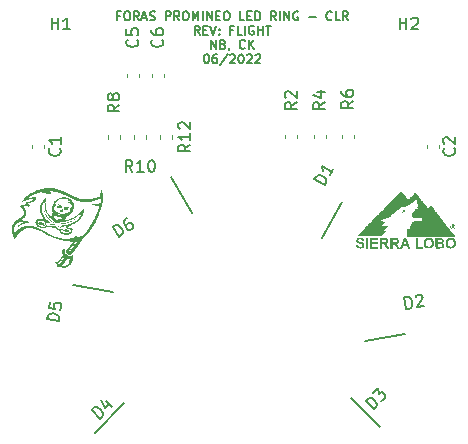
<source format=gto>
G04 #@! TF.GenerationSoftware,KiCad,Pcbnew,(6.0.2)*
G04 #@! TF.CreationDate,2022-06-18T21:44:04-04:00*
G04 #@! TF.ProjectId,Foras Promineo CLR PCB,466f7261-7320-4507-926f-6d696e656f20,rev?*
G04 #@! TF.SameCoordinates,PX4c4b400PY6a92b70*
G04 #@! TF.FileFunction,Legend,Top*
G04 #@! TF.FilePolarity,Positive*
%FSLAX46Y46*%
G04 Gerber Fmt 4.6, Leading zero omitted, Abs format (unit mm)*
G04 Created by KiCad (PCBNEW (6.0.2)) date 2022-06-18 21:44:04*
%MOMM*%
%LPD*%
G01*
G04 APERTURE LIST*
%ADD10C,0.150000*%
%ADD11C,0.120000*%
G04 APERTURE END LIST*
D10*
X-9700000Y50414822D02*
X-9950000Y50414822D01*
X-9950000Y50021965D02*
X-9950000Y50771965D01*
X-9592858Y50771965D01*
X-9164286Y50771965D02*
X-9021429Y50771965D01*
X-8950000Y50736250D01*
X-8878572Y50664822D01*
X-8842858Y50521965D01*
X-8842858Y50271965D01*
X-8878572Y50129108D01*
X-8950000Y50057679D01*
X-9021429Y50021965D01*
X-9164286Y50021965D01*
X-9235715Y50057679D01*
X-9307143Y50129108D01*
X-9342858Y50271965D01*
X-9342858Y50521965D01*
X-9307143Y50664822D01*
X-9235715Y50736250D01*
X-9164286Y50771965D01*
X-8092858Y50021965D02*
X-8342858Y50379108D01*
X-8521429Y50021965D02*
X-8521429Y50771965D01*
X-8235715Y50771965D01*
X-8164286Y50736250D01*
X-8128572Y50700536D01*
X-8092858Y50629108D01*
X-8092858Y50521965D01*
X-8128572Y50450536D01*
X-8164286Y50414822D01*
X-8235715Y50379108D01*
X-8521429Y50379108D01*
X-7807143Y50236250D02*
X-7450000Y50236250D01*
X-7878572Y50021965D02*
X-7628572Y50771965D01*
X-7378572Y50021965D01*
X-7164286Y50057679D02*
X-7057143Y50021965D01*
X-6878572Y50021965D01*
X-6807143Y50057679D01*
X-6771429Y50093393D01*
X-6735715Y50164822D01*
X-6735715Y50236250D01*
X-6771429Y50307679D01*
X-6807143Y50343393D01*
X-6878572Y50379108D01*
X-7021429Y50414822D01*
X-7092858Y50450536D01*
X-7128572Y50486250D01*
X-7164286Y50557679D01*
X-7164286Y50629108D01*
X-7128572Y50700536D01*
X-7092858Y50736250D01*
X-7021429Y50771965D01*
X-6842858Y50771965D01*
X-6735715Y50736250D01*
X-5842858Y50021965D02*
X-5842858Y50771965D01*
X-5557143Y50771965D01*
X-5485715Y50736250D01*
X-5450000Y50700536D01*
X-5414286Y50629108D01*
X-5414286Y50521965D01*
X-5450000Y50450536D01*
X-5485715Y50414822D01*
X-5557143Y50379108D01*
X-5842858Y50379108D01*
X-4664286Y50021965D02*
X-4914286Y50379108D01*
X-5092858Y50021965D02*
X-5092858Y50771965D01*
X-4807143Y50771965D01*
X-4735715Y50736250D01*
X-4700000Y50700536D01*
X-4664286Y50629108D01*
X-4664286Y50521965D01*
X-4700000Y50450536D01*
X-4735715Y50414822D01*
X-4807143Y50379108D01*
X-5092858Y50379108D01*
X-4200000Y50771965D02*
X-4057143Y50771965D01*
X-3985715Y50736250D01*
X-3914286Y50664822D01*
X-3878572Y50521965D01*
X-3878572Y50271965D01*
X-3914286Y50129108D01*
X-3985715Y50057679D01*
X-4057143Y50021965D01*
X-4200000Y50021965D01*
X-4271429Y50057679D01*
X-4342858Y50129108D01*
X-4378572Y50271965D01*
X-4378572Y50521965D01*
X-4342858Y50664822D01*
X-4271429Y50736250D01*
X-4200000Y50771965D01*
X-3557143Y50021965D02*
X-3557143Y50771965D01*
X-3307143Y50236250D01*
X-3057143Y50771965D01*
X-3057143Y50021965D01*
X-2700000Y50021965D02*
X-2700000Y50771965D01*
X-2342858Y50021965D02*
X-2342858Y50771965D01*
X-1914286Y50021965D01*
X-1914286Y50771965D01*
X-1557143Y50414822D02*
X-1307143Y50414822D01*
X-1200000Y50021965D02*
X-1557143Y50021965D01*
X-1557143Y50771965D01*
X-1200000Y50771965D01*
X-735715Y50771965D02*
X-592858Y50771965D01*
X-521429Y50736250D01*
X-450000Y50664822D01*
X-414286Y50521965D01*
X-414286Y50271965D01*
X-450000Y50129108D01*
X-521429Y50057679D01*
X-592858Y50021965D01*
X-735715Y50021965D01*
X-807143Y50057679D01*
X-878572Y50129108D01*
X-914286Y50271965D01*
X-914286Y50521965D01*
X-878572Y50664822D01*
X-807143Y50736250D01*
X-735715Y50771965D01*
X835714Y50021965D02*
X478571Y50021965D01*
X478571Y50771965D01*
X1085714Y50414822D02*
X1335714Y50414822D01*
X1442857Y50021965D02*
X1085714Y50021965D01*
X1085714Y50771965D01*
X1442857Y50771965D01*
X1764285Y50021965D02*
X1764285Y50771965D01*
X1942857Y50771965D01*
X2050000Y50736250D01*
X2121428Y50664822D01*
X2157142Y50593393D01*
X2192857Y50450536D01*
X2192857Y50343393D01*
X2157142Y50200536D01*
X2121428Y50129108D01*
X2050000Y50057679D01*
X1942857Y50021965D01*
X1764285Y50021965D01*
X3514285Y50021965D02*
X3264285Y50379108D01*
X3085714Y50021965D02*
X3085714Y50771965D01*
X3371428Y50771965D01*
X3442857Y50736250D01*
X3478571Y50700536D01*
X3514285Y50629108D01*
X3514285Y50521965D01*
X3478571Y50450536D01*
X3442857Y50414822D01*
X3371428Y50379108D01*
X3085714Y50379108D01*
X3835714Y50021965D02*
X3835714Y50771965D01*
X4192857Y50021965D02*
X4192857Y50771965D01*
X4621428Y50021965D01*
X4621428Y50771965D01*
X5371428Y50736250D02*
X5300000Y50771965D01*
X5192857Y50771965D01*
X5085714Y50736250D01*
X5014285Y50664822D01*
X4978571Y50593393D01*
X4942857Y50450536D01*
X4942857Y50343393D01*
X4978571Y50200536D01*
X5014285Y50129108D01*
X5085714Y50057679D01*
X5192857Y50021965D01*
X5264285Y50021965D01*
X5371428Y50057679D01*
X5407142Y50093393D01*
X5407142Y50343393D01*
X5264285Y50343393D01*
X6300000Y50307679D02*
X6871428Y50307679D01*
X8228571Y50093393D02*
X8192857Y50057679D01*
X8085714Y50021965D01*
X8014285Y50021965D01*
X7907142Y50057679D01*
X7835714Y50129108D01*
X7800000Y50200536D01*
X7764285Y50343393D01*
X7764285Y50450536D01*
X7800000Y50593393D01*
X7835714Y50664822D01*
X7907142Y50736250D01*
X8014285Y50771965D01*
X8085714Y50771965D01*
X8192857Y50736250D01*
X8228571Y50700536D01*
X8907142Y50021965D02*
X8550000Y50021965D01*
X8550000Y50771965D01*
X9585714Y50021965D02*
X9335714Y50379108D01*
X9157142Y50021965D02*
X9157142Y50771965D01*
X9442857Y50771965D01*
X9514285Y50736250D01*
X9550000Y50700536D01*
X9585714Y50629108D01*
X9585714Y50521965D01*
X9550000Y50450536D01*
X9514285Y50414822D01*
X9442857Y50379108D01*
X9157142Y50379108D01*
X-2950000Y48814465D02*
X-3200000Y49171608D01*
X-3378572Y48814465D02*
X-3378572Y49564465D01*
X-3092858Y49564465D01*
X-3021429Y49528750D01*
X-2985715Y49493036D01*
X-2950000Y49421608D01*
X-2950000Y49314465D01*
X-2985715Y49243036D01*
X-3021429Y49207322D01*
X-3092858Y49171608D01*
X-3378572Y49171608D01*
X-2628572Y49207322D02*
X-2378572Y49207322D01*
X-2271429Y48814465D02*
X-2628572Y48814465D01*
X-2628572Y49564465D01*
X-2271429Y49564465D01*
X-2057143Y49564465D02*
X-1807143Y48814465D01*
X-1557143Y49564465D01*
X-1307143Y48885893D02*
X-1271429Y48850179D01*
X-1307143Y48814465D01*
X-1342858Y48850179D01*
X-1307143Y48885893D01*
X-1307143Y48814465D01*
X-1307143Y49278750D02*
X-1271429Y49243036D01*
X-1307143Y49207322D01*
X-1342858Y49243036D01*
X-1307143Y49278750D01*
X-1307143Y49207322D01*
X-128572Y49207322D02*
X-378572Y49207322D01*
X-378572Y48814465D02*
X-378572Y49564465D01*
X-21429Y49564465D01*
X621428Y48814465D02*
X264285Y48814465D01*
X264285Y49564465D01*
X871428Y48814465D02*
X871428Y49564465D01*
X1621428Y49528750D02*
X1550000Y49564465D01*
X1442857Y49564465D01*
X1335714Y49528750D01*
X1264285Y49457322D01*
X1228571Y49385893D01*
X1192857Y49243036D01*
X1192857Y49135893D01*
X1228571Y48993036D01*
X1264285Y48921608D01*
X1335714Y48850179D01*
X1442857Y48814465D01*
X1514285Y48814465D01*
X1621428Y48850179D01*
X1657142Y48885893D01*
X1657142Y49135893D01*
X1514285Y49135893D01*
X1978571Y48814465D02*
X1978571Y49564465D01*
X1978571Y49207322D02*
X2407142Y49207322D01*
X2407142Y48814465D02*
X2407142Y49564465D01*
X2657142Y49564465D02*
X3085714Y49564465D01*
X2871428Y48814465D02*
X2871428Y49564465D01*
X-2003572Y47606965D02*
X-2003572Y48356965D01*
X-1575000Y47606965D01*
X-1575000Y48356965D01*
X-967858Y47999822D02*
X-860715Y47964108D01*
X-825000Y47928393D01*
X-789286Y47856965D01*
X-789286Y47749822D01*
X-825000Y47678393D01*
X-860715Y47642679D01*
X-932143Y47606965D01*
X-1217858Y47606965D01*
X-1217858Y48356965D01*
X-967858Y48356965D01*
X-896429Y48321250D01*
X-860715Y48285536D01*
X-825000Y48214108D01*
X-825000Y48142679D01*
X-860715Y48071250D01*
X-896429Y48035536D01*
X-967858Y47999822D01*
X-1217858Y47999822D01*
X-432143Y47642679D02*
X-432143Y47606965D01*
X-467858Y47535536D01*
X-503572Y47499822D01*
X889285Y47678393D02*
X853571Y47642679D01*
X746428Y47606965D01*
X675000Y47606965D01*
X567857Y47642679D01*
X496428Y47714108D01*
X460714Y47785536D01*
X425000Y47928393D01*
X425000Y48035536D01*
X460714Y48178393D01*
X496428Y48249822D01*
X567857Y48321250D01*
X675000Y48356965D01*
X746428Y48356965D01*
X853571Y48321250D01*
X889285Y48285536D01*
X1210714Y47606965D02*
X1210714Y48356965D01*
X1639285Y47606965D02*
X1317857Y48035536D01*
X1639285Y48356965D02*
X1210714Y47928393D01*
X-2414286Y47149465D02*
X-2342858Y47149465D01*
X-2271429Y47113750D01*
X-2235715Y47078036D01*
X-2200000Y47006608D01*
X-2164286Y46863750D01*
X-2164286Y46685179D01*
X-2200000Y46542322D01*
X-2235715Y46470893D01*
X-2271429Y46435179D01*
X-2342858Y46399465D01*
X-2414286Y46399465D01*
X-2485715Y46435179D01*
X-2521429Y46470893D01*
X-2557143Y46542322D01*
X-2592858Y46685179D01*
X-2592858Y46863750D01*
X-2557143Y47006608D01*
X-2521429Y47078036D01*
X-2485715Y47113750D01*
X-2414286Y47149465D01*
X-1521429Y47149465D02*
X-1664286Y47149465D01*
X-1735715Y47113750D01*
X-1771429Y47078036D01*
X-1842858Y46970893D01*
X-1878572Y46828036D01*
X-1878572Y46542322D01*
X-1842858Y46470893D01*
X-1807143Y46435179D01*
X-1735715Y46399465D01*
X-1592858Y46399465D01*
X-1521429Y46435179D01*
X-1485715Y46470893D01*
X-1450000Y46542322D01*
X-1450000Y46720893D01*
X-1485715Y46792322D01*
X-1521429Y46828036D01*
X-1592858Y46863750D01*
X-1735715Y46863750D01*
X-1807143Y46828036D01*
X-1842858Y46792322D01*
X-1878572Y46720893D01*
X-592858Y47185179D02*
X-1235715Y46220893D01*
X-378572Y47078036D02*
X-342858Y47113750D01*
X-271429Y47149465D01*
X-92858Y47149465D01*
X-21429Y47113750D01*
X14285Y47078036D01*
X50000Y47006608D01*
X50000Y46935179D01*
X14285Y46828036D01*
X-414286Y46399465D01*
X50000Y46399465D01*
X514285Y47149465D02*
X585714Y47149465D01*
X657142Y47113750D01*
X692857Y47078036D01*
X728571Y47006608D01*
X764285Y46863750D01*
X764285Y46685179D01*
X728571Y46542322D01*
X692857Y46470893D01*
X657142Y46435179D01*
X585714Y46399465D01*
X514285Y46399465D01*
X442857Y46435179D01*
X407142Y46470893D01*
X371428Y46542322D01*
X335714Y46685179D01*
X335714Y46863750D01*
X371428Y47006608D01*
X407142Y47078036D01*
X442857Y47113750D01*
X514285Y47149465D01*
X1050000Y47078036D02*
X1085714Y47113750D01*
X1157142Y47149465D01*
X1335714Y47149465D01*
X1407142Y47113750D01*
X1442857Y47078036D01*
X1478571Y47006608D01*
X1478571Y46935179D01*
X1442857Y46828036D01*
X1014285Y46399465D01*
X1478571Y46399465D01*
X1764285Y47078036D02*
X1800000Y47113750D01*
X1871428Y47149465D01*
X2050000Y47149465D01*
X2121428Y47113750D01*
X2157142Y47078036D01*
X2192857Y47006608D01*
X2192857Y46935179D01*
X2157142Y46828036D01*
X1728571Y46399465D01*
X2192857Y46399465D01*
G04 #@! TO.C,D2*
X14551673Y25576323D02*
X14378025Y26561131D01*
X14612503Y26602476D01*
X14761458Y26580387D01*
X14871787Y26503134D01*
X14935221Y26417612D01*
X15015192Y26238298D01*
X15039999Y26097611D01*
X15026180Y25901760D01*
X14995822Y25799700D01*
X14918569Y25689371D01*
X14786151Y25617668D01*
X14551673Y25576323D01*
X15332475Y26632719D02*
X15371101Y26687884D01*
X15456624Y26751317D01*
X15691102Y26792662D01*
X15793162Y26762304D01*
X15848326Y26723678D01*
X15911760Y26638155D01*
X15928298Y26544364D01*
X15906209Y26395408D01*
X15442689Y25733434D01*
X16052332Y25840930D01*
G04 #@! TO.C,D3*
X11797969Y17108206D02*
X11090862Y17815312D01*
X11259221Y17983671D01*
X11393908Y18051015D01*
X11528595Y18051015D01*
X11629610Y18017343D01*
X11797969Y17916328D01*
X11898984Y17815312D01*
X12000000Y17646954D01*
X12033671Y17545938D01*
X12033671Y17411251D01*
X11966328Y17276564D01*
X11797969Y17108206D01*
X11730625Y18455076D02*
X12168358Y18892809D01*
X12202030Y18387732D01*
X12303045Y18488748D01*
X12404061Y18522419D01*
X12471404Y18522419D01*
X12572419Y18488748D01*
X12740778Y18320389D01*
X12774450Y18219374D01*
X12774450Y18152030D01*
X12740778Y18051015D01*
X12538748Y17848984D01*
X12437732Y17815312D01*
X12370389Y17815312D01*
G04 #@! TO.C,D1*
X7635666Y36085038D02*
X6762259Y36572029D01*
X6878210Y36779983D01*
X6989371Y36881565D01*
X7118932Y36918366D01*
X7225304Y36913577D01*
X7414857Y36862408D01*
X7539630Y36792838D01*
X7682803Y36658487D01*
X7742794Y36570516D01*
X7779596Y36440954D01*
X7751617Y36292992D01*
X7635666Y36085038D01*
X8377748Y37415943D02*
X8099467Y36916854D01*
X8238608Y37166399D02*
X7365201Y37653390D01*
X7443593Y37500638D01*
X7480395Y37371076D01*
X7475605Y37264704D01*
G04 #@! TO.C,D5*
X-14882661Y24544563D02*
X-15867469Y24718212D01*
X-15826124Y24952690D01*
X-15754422Y25085108D01*
X-15644092Y25162361D01*
X-15542032Y25192719D01*
X-15346181Y25206538D01*
X-15205494Y25181731D01*
X-15026181Y25101760D01*
X-14940658Y25038326D01*
X-14863405Y24927997D01*
X-14841316Y24779041D01*
X-14882661Y24544563D01*
X-15611131Y26171975D02*
X-15693821Y25703019D01*
X-15233134Y25573434D01*
X-15271760Y25628599D01*
X-15302118Y25730659D01*
X-15260773Y25965137D01*
X-15197340Y26050659D01*
X-15142175Y26089286D01*
X-15040115Y26119644D01*
X-14805637Y26078299D01*
X-14720115Y26014865D01*
X-14681488Y25959701D01*
X-14651130Y25857640D01*
X-14692475Y25623162D01*
X-14755909Y25537640D01*
X-14811073Y25499014D01*
G04 #@! TO.C,D6*
X-9813019Y31689179D02*
X-10313019Y32555205D01*
X-10106823Y32674253D01*
X-9959295Y32704442D01*
X-9829198Y32669582D01*
X-9740339Y32610913D01*
X-9603862Y32469765D01*
X-9532433Y32346048D01*
X-9478435Y32157281D01*
X-9472055Y32050993D01*
X-9506914Y31920895D01*
X-9606823Y31808227D01*
X-9813019Y31689179D01*
X-9075840Y33269491D02*
X-9240797Y33174253D01*
X-9299466Y33085394D01*
X-9316896Y33020345D01*
X-9327946Y32849008D01*
X-9273947Y32660242D01*
X-9083471Y32330327D01*
X-8994613Y32271658D01*
X-8929564Y32254228D01*
X-8823276Y32260608D01*
X-8658319Y32355846D01*
X-8599650Y32444705D01*
X-8582220Y32509753D01*
X-8588600Y32616041D01*
X-8707647Y32822238D01*
X-8796506Y32880907D01*
X-8861554Y32898337D01*
X-8967843Y32891957D01*
X-9132800Y32796719D01*
X-9191469Y32707861D01*
X-9208899Y32642812D01*
X-9202519Y32536524D01*
G04 #@! TO.C,D4*
X-11402031Y16308207D02*
X-12109138Y17015313D01*
X-11940779Y17183672D01*
X-11806092Y17251016D01*
X-11671405Y17251016D01*
X-11570390Y17217344D01*
X-11402031Y17116329D01*
X-11301016Y17015313D01*
X-11200000Y16846955D01*
X-11166329Y16745939D01*
X-11166329Y16611252D01*
X-11233672Y16476565D01*
X-11402031Y16308207D01*
X-10863283Y17789764D02*
X-10391878Y17318359D01*
X-11301016Y17890779D02*
X-10964298Y17217344D01*
X-10526565Y17655077D01*
G04 #@! TO.C,C1*
X-14812858Y39183334D02*
X-14765239Y39135715D01*
X-14717620Y38992858D01*
X-14717620Y38897620D01*
X-14765239Y38754762D01*
X-14860477Y38659524D01*
X-14955715Y38611905D01*
X-15146191Y38564286D01*
X-15289048Y38564286D01*
X-15479524Y38611905D01*
X-15574762Y38659524D01*
X-15670000Y38754762D01*
X-15717620Y38897620D01*
X-15717620Y38992858D01*
X-15670000Y39135715D01*
X-15622381Y39183334D01*
X-14717620Y40135715D02*
X-14717620Y39564286D01*
X-14717620Y39850000D02*
X-15717620Y39850000D01*
X-15574762Y39754762D01*
X-15479524Y39659524D01*
X-15431905Y39564286D01*
G04 #@! TO.C,C2*
X18587142Y39183334D02*
X18634761Y39135715D01*
X18682380Y38992858D01*
X18682380Y38897620D01*
X18634761Y38754762D01*
X18539523Y38659524D01*
X18444285Y38611905D01*
X18253809Y38564286D01*
X18110952Y38564286D01*
X17920476Y38611905D01*
X17825238Y38659524D01*
X17730000Y38754762D01*
X17682380Y38897620D01*
X17682380Y38992858D01*
X17730000Y39135715D01*
X17777619Y39183334D01*
X17777619Y39564286D02*
X17730000Y39611905D01*
X17682380Y39707143D01*
X17682380Y39945239D01*
X17730000Y40040477D01*
X17777619Y40088096D01*
X17872857Y40135715D01*
X17968095Y40135715D01*
X18110952Y40088096D01*
X18682380Y39516667D01*
X18682380Y40135715D01*
G04 #@! TO.C,H1*
X-15491905Y49247620D02*
X-15491905Y50247620D01*
X-15491905Y49771429D02*
X-14920477Y49771429D01*
X-14920477Y49247620D02*
X-14920477Y50247620D01*
X-13920477Y49247620D02*
X-14491905Y49247620D01*
X-14206191Y49247620D02*
X-14206191Y50247620D01*
X-14301429Y50104762D01*
X-14396667Y50009524D01*
X-14491905Y49961905D01*
G04 #@! TO.C,H2*
X13968095Y49247620D02*
X13968095Y50247620D01*
X13968095Y49771429D02*
X14539523Y49771429D01*
X14539523Y49247620D02*
X14539523Y50247620D01*
X14968095Y50152381D02*
X15015714Y50200000D01*
X15110952Y50247620D01*
X15349047Y50247620D01*
X15444285Y50200000D01*
X15491904Y50152381D01*
X15539523Y50057143D01*
X15539523Y49961905D01*
X15491904Y49819048D01*
X14920476Y49247620D01*
X15539523Y49247620D01*
G04 #@! TO.C,R2*
X5252380Y43083334D02*
X4776190Y42750000D01*
X5252380Y42511905D02*
X4252380Y42511905D01*
X4252380Y42892858D01*
X4300000Y42988096D01*
X4347619Y43035715D01*
X4442857Y43083334D01*
X4585714Y43083334D01*
X4680952Y43035715D01*
X4728571Y42988096D01*
X4776190Y42892858D01*
X4776190Y42511905D01*
X4347619Y43464286D02*
X4300000Y43511905D01*
X4252380Y43607143D01*
X4252380Y43845239D01*
X4300000Y43940477D01*
X4347619Y43988096D01*
X4442857Y44035715D01*
X4538095Y44035715D01*
X4680952Y43988096D01*
X5252380Y43416667D01*
X5252380Y44035715D01*
G04 #@! TO.C,R4*
X7652380Y43083334D02*
X7176190Y42750000D01*
X7652380Y42511905D02*
X6652380Y42511905D01*
X6652380Y42892858D01*
X6700000Y42988096D01*
X6747619Y43035715D01*
X6842857Y43083334D01*
X6985714Y43083334D01*
X7080952Y43035715D01*
X7128571Y42988096D01*
X7176190Y42892858D01*
X7176190Y42511905D01*
X6985714Y43940477D02*
X7652380Y43940477D01*
X6604761Y43702381D02*
X7319047Y43464286D01*
X7319047Y44083334D01*
G04 #@! TO.C,R6*
X10052380Y43183334D02*
X9576190Y42850000D01*
X10052380Y42611905D02*
X9052380Y42611905D01*
X9052380Y42992858D01*
X9100000Y43088096D01*
X9147619Y43135715D01*
X9242857Y43183334D01*
X9385714Y43183334D01*
X9480952Y43135715D01*
X9528571Y43088096D01*
X9576190Y42992858D01*
X9576190Y42611905D01*
X9052380Y44040477D02*
X9052380Y43850000D01*
X9100000Y43754762D01*
X9147619Y43707143D01*
X9290476Y43611905D01*
X9480952Y43564286D01*
X9861904Y43564286D01*
X9957142Y43611905D01*
X10004761Y43659524D01*
X10052380Y43754762D01*
X10052380Y43945239D01*
X10004761Y44040477D01*
X9957142Y44088096D01*
X9861904Y44135715D01*
X9623809Y44135715D01*
X9528571Y44088096D01*
X9480952Y44040477D01*
X9433333Y43945239D01*
X9433333Y43754762D01*
X9480952Y43659524D01*
X9528571Y43611905D01*
X9623809Y43564286D01*
G04 #@! TO.C,R8*
X-9747620Y42883334D02*
X-10223810Y42550000D01*
X-9747620Y42311905D02*
X-10747620Y42311905D01*
X-10747620Y42692858D01*
X-10700000Y42788096D01*
X-10652381Y42835715D01*
X-10557143Y42883334D01*
X-10414286Y42883334D01*
X-10319048Y42835715D01*
X-10271429Y42788096D01*
X-10223810Y42692858D01*
X-10223810Y42311905D01*
X-10319048Y43454762D02*
X-10366667Y43359524D01*
X-10414286Y43311905D01*
X-10509524Y43264286D01*
X-10557143Y43264286D01*
X-10652381Y43311905D01*
X-10700000Y43359524D01*
X-10747620Y43454762D01*
X-10747620Y43645239D01*
X-10700000Y43740477D01*
X-10652381Y43788096D01*
X-10557143Y43835715D01*
X-10509524Y43835715D01*
X-10414286Y43788096D01*
X-10366667Y43740477D01*
X-10319048Y43645239D01*
X-10319048Y43454762D01*
X-10271429Y43359524D01*
X-10223810Y43311905D01*
X-10128572Y43264286D01*
X-9938096Y43264286D01*
X-9842858Y43311905D01*
X-9795239Y43359524D01*
X-9747620Y43454762D01*
X-9747620Y43645239D01*
X-9795239Y43740477D01*
X-9842858Y43788096D01*
X-9938096Y43835715D01*
X-10128572Y43835715D01*
X-10223810Y43788096D01*
X-10271429Y43740477D01*
X-10319048Y43645239D01*
G04 #@! TO.C,R10*
X-8642858Y37197620D02*
X-8976191Y37673810D01*
X-9214286Y37197620D02*
X-9214286Y38197620D01*
X-8833334Y38197620D01*
X-8738096Y38150000D01*
X-8690477Y38102381D01*
X-8642858Y38007143D01*
X-8642858Y37864286D01*
X-8690477Y37769048D01*
X-8738096Y37721429D01*
X-8833334Y37673810D01*
X-9214286Y37673810D01*
X-7690477Y37197620D02*
X-8261905Y37197620D01*
X-7976191Y37197620D02*
X-7976191Y38197620D01*
X-8071429Y38054762D01*
X-8166667Y37959524D01*
X-8261905Y37911905D01*
X-7071429Y38197620D02*
X-6976191Y38197620D01*
X-6880953Y38150000D01*
X-6833334Y38102381D01*
X-6785715Y38007143D01*
X-6738096Y37816667D01*
X-6738096Y37578572D01*
X-6785715Y37388096D01*
X-6833334Y37292858D01*
X-6880953Y37245239D01*
X-6976191Y37197620D01*
X-7071429Y37197620D01*
X-7166667Y37245239D01*
X-7214286Y37292858D01*
X-7261905Y37388096D01*
X-7309524Y37578572D01*
X-7309524Y37816667D01*
X-7261905Y38007143D01*
X-7214286Y38102381D01*
X-7166667Y38150000D01*
X-7071429Y38197620D01*
G04 #@! TO.C,R12*
X-3747620Y39507143D02*
X-4223810Y39173810D01*
X-3747620Y38935715D02*
X-4747620Y38935715D01*
X-4747620Y39316667D01*
X-4700000Y39411905D01*
X-4652381Y39459524D01*
X-4557143Y39507143D01*
X-4414286Y39507143D01*
X-4319048Y39459524D01*
X-4271429Y39411905D01*
X-4223810Y39316667D01*
X-4223810Y38935715D01*
X-3747620Y40459524D02*
X-3747620Y39888096D01*
X-3747620Y40173810D02*
X-4747620Y40173810D01*
X-4604762Y40078572D01*
X-4509524Y39983334D01*
X-4461905Y39888096D01*
X-4652381Y40840477D02*
X-4700000Y40888096D01*
X-4747620Y40983334D01*
X-4747620Y41221429D01*
X-4700000Y41316667D01*
X-4652381Y41364286D01*
X-4557143Y41411905D01*
X-4461905Y41411905D01*
X-4319048Y41364286D01*
X-3747620Y40792858D01*
X-3747620Y41411905D01*
G04 #@! TO.C,C5*
X-8242858Y48383334D02*
X-8195239Y48335715D01*
X-8147620Y48192858D01*
X-8147620Y48097620D01*
X-8195239Y47954762D01*
X-8290477Y47859524D01*
X-8385715Y47811905D01*
X-8576191Y47764286D01*
X-8719048Y47764286D01*
X-8909524Y47811905D01*
X-9004762Y47859524D01*
X-9100000Y47954762D01*
X-9147620Y48097620D01*
X-9147620Y48192858D01*
X-9100000Y48335715D01*
X-9052381Y48383334D01*
X-9147620Y49288096D02*
X-9147620Y48811905D01*
X-8671429Y48764286D01*
X-8719048Y48811905D01*
X-8766667Y48907143D01*
X-8766667Y49145239D01*
X-8719048Y49240477D01*
X-8671429Y49288096D01*
X-8576191Y49335715D01*
X-8338096Y49335715D01*
X-8242858Y49288096D01*
X-8195239Y49240477D01*
X-8147620Y49145239D01*
X-8147620Y48907143D01*
X-8195239Y48811905D01*
X-8242858Y48764286D01*
G04 #@! TO.C,C6*
X-6142858Y48383334D02*
X-6095239Y48335715D01*
X-6047620Y48192858D01*
X-6047620Y48097620D01*
X-6095239Y47954762D01*
X-6190477Y47859524D01*
X-6285715Y47811905D01*
X-6476191Y47764286D01*
X-6619048Y47764286D01*
X-6809524Y47811905D01*
X-6904762Y47859524D01*
X-7000000Y47954762D01*
X-7047620Y48097620D01*
X-7047620Y48192858D01*
X-7000000Y48335715D01*
X-6952381Y48383334D01*
X-7047620Y49240477D02*
X-7047620Y49050000D01*
X-7000000Y48954762D01*
X-6952381Y48907143D01*
X-6809524Y48811905D01*
X-6619048Y48764286D01*
X-6238096Y48764286D01*
X-6142858Y48811905D01*
X-6095239Y48859524D01*
X-6047620Y48954762D01*
X-6047620Y49145239D01*
X-6095239Y49240477D01*
X-6142858Y49288096D01*
X-6238096Y49335715D01*
X-6476191Y49335715D01*
X-6571429Y49288096D01*
X-6619048Y49240477D01*
X-6666667Y49145239D01*
X-6666667Y48954762D01*
X-6619048Y48859524D01*
X-6571429Y48811905D01*
X-6476191Y48764286D01*
G04 #@! TO.C,D2*
X14467534Y23442865D02*
X11020707Y22835096D01*
G04 #@! TO.C,D3*
X9819330Y18071204D02*
X12294204Y15596330D01*
G04 #@! TO.C,D1*
X9122752Y34658985D02*
X7418283Y31602060D01*
G04 #@! TO.C,D5*
X-13710293Y27595904D02*
X-10263466Y26988135D01*
G04 #@! TO.C,D6*
X-5359936Y36779544D02*
X-3609936Y33748456D01*
G04 #@! TO.C,D4*
X-11844204Y15121330D02*
X-9369330Y17596204D01*
D11*
G04 #@! TO.C,C1*
X-17110000Y39496267D02*
X-17110000Y39203733D01*
X-16090000Y39496267D02*
X-16090000Y39203733D01*
G04 #@! TO.C,C2*
X17310000Y39496267D02*
X17310000Y39203733D01*
X16290000Y39496267D02*
X16290000Y39203733D01*
G04 #@! TO.C,R2*
X4290000Y40053733D02*
X4290000Y40346267D01*
X5310000Y40053733D02*
X5310000Y40346267D01*
G04 #@! TO.C,R4*
X6690000Y40053733D02*
X6690000Y40346267D01*
X7710000Y40053733D02*
X7710000Y40346267D01*
G04 #@! TO.C,R6*
X9090000Y40053733D02*
X9090000Y40346267D01*
X10110000Y40053733D02*
X10110000Y40346267D01*
G04 #@! TO.C,R8*
X-10710000Y40003733D02*
X-10710000Y40296267D01*
X-9690000Y40003733D02*
X-9690000Y40296267D01*
G04 #@! TO.C,R10*
X-7490000Y40003733D02*
X-7490000Y40296267D01*
X-8510000Y40003733D02*
X-8510000Y40296267D01*
G04 #@! TO.C,R12*
X-6310000Y40003733D02*
X-6310000Y40296267D01*
X-5290000Y40003733D02*
X-5290000Y40296267D01*
G04 #@! TO.C,C5*
X-8090000Y45203733D02*
X-8090000Y45496267D01*
X-9110000Y45203733D02*
X-9110000Y45496267D01*
G04 #@! TO.C,G\u002A\u002A\u002A*
G36*
X18461577Y32659447D02*
G01*
X18487641Y32658901D01*
X18506866Y32658239D01*
X18520576Y32657301D01*
X18530096Y32655930D01*
X18536751Y32653968D01*
X18541864Y32651256D01*
X18544243Y32649580D01*
X18556469Y32636089D01*
X18565104Y32618106D01*
X18568841Y32598976D01*
X18568180Y32588293D01*
X18563450Y32576218D01*
X18554698Y32563430D01*
X18543880Y32552046D01*
X18532953Y32544179D01*
X18525206Y32541837D01*
X18517313Y32540036D01*
X18515084Y32536086D01*
X18519511Y32532163D01*
X18520617Y32531772D01*
X18527470Y32526426D01*
X18537671Y32513700D01*
X18551184Y32493645D01*
X18567975Y32466309D01*
X18569462Y32463804D01*
X18576074Y32451594D01*
X18577490Y32444373D01*
X18572879Y32440994D01*
X18561412Y32440307D01*
X18552702Y32440622D01*
X18527196Y32441837D01*
X18509927Y32474070D01*
X18501277Y32489622D01*
X18493169Y32503179D01*
X18486953Y32512514D01*
X18485424Y32514429D01*
X18474276Y32523160D01*
X18459553Y32530204D01*
X18445513Y32533600D01*
X18443622Y32533674D01*
X18440059Y32533203D01*
X18437695Y32530868D01*
X18436284Y32525288D01*
X18435583Y32515078D01*
X18435347Y32498856D01*
X18435327Y32486735D01*
X18435327Y32439796D01*
X18390421Y32439796D01*
X18390421Y32565489D01*
X18435327Y32565489D01*
X18470387Y32566929D01*
X18487902Y32567890D01*
X18499258Y32569374D01*
X18506460Y32571898D01*
X18511514Y32575981D01*
X18513251Y32578004D01*
X18519857Y32591284D01*
X18519986Y32605028D01*
X18513670Y32616596D01*
X18512774Y32617452D01*
X18505760Y32621659D01*
X18494676Y32624478D01*
X18477795Y32626283D01*
X18469910Y32626760D01*
X18435327Y32628575D01*
X18435327Y32565489D01*
X18390421Y32565489D01*
X18390421Y32660731D01*
X18461577Y32659447D01*
G37*
G36*
X11319897Y30701021D02*
G01*
X11140277Y30701021D01*
X11140277Y31590817D01*
X11319897Y31590817D01*
X11319897Y30701021D01*
G37*
G36*
X10690051Y31620407D02*
G01*
X10734906Y31614729D01*
X10775167Y31605806D01*
X10785696Y31602608D01*
X10830861Y31584054D01*
X10870174Y31559867D01*
X10903450Y31530270D01*
X10930505Y31495487D01*
X10951154Y31455742D01*
X10965213Y31411259D01*
X10970965Y31377986D01*
X10973735Y31354952D01*
X10921270Y31352405D01*
X10896784Y31351172D01*
X10870892Y31349796D01*
X10846984Y31348459D01*
X10831214Y31347520D01*
X10793623Y31345182D01*
X10791128Y31356775D01*
X10780984Y31391031D01*
X10766431Y31418941D01*
X10747066Y31440798D01*
X10722487Y31456896D01*
X10692289Y31467528D01*
X10656070Y31472987D01*
X10629991Y31473902D01*
X10591549Y31471723D01*
X10557848Y31465472D01*
X10529423Y31455448D01*
X10506808Y31441951D01*
X10490540Y31425281D01*
X10481151Y31405738D01*
X10478946Y31389204D01*
X10480267Y31373093D01*
X10484627Y31358794D01*
X10492624Y31345945D01*
X10504856Y31334190D01*
X10521921Y31323168D01*
X10544415Y31312520D01*
X10572938Y31301888D01*
X10608086Y31290913D01*
X10650457Y31279235D01*
X10670723Y31273990D01*
X10727176Y31258848D01*
X10776151Y31243969D01*
X10818309Y31228969D01*
X10854312Y31213468D01*
X10884820Y31197082D01*
X10910494Y31179429D01*
X10931997Y31160127D01*
X10949988Y31138793D01*
X10965129Y31115045D01*
X10973357Y31098980D01*
X10985695Y31065246D01*
X10993603Y31027055D01*
X10996933Y30986870D01*
X10995540Y30947158D01*
X10989278Y30910382D01*
X10985341Y30896939D01*
X10967067Y30853949D01*
X10942901Y30816438D01*
X10912730Y30784308D01*
X10876444Y30757465D01*
X10833931Y30735811D01*
X10785080Y30719250D01*
X10776842Y30717110D01*
X10763456Y30714435D01*
X10744649Y30711558D01*
X10722402Y30708686D01*
X10698691Y30706029D01*
X10675495Y30703796D01*
X10654795Y30702196D01*
X10638566Y30701438D01*
X10629991Y30701592D01*
X10623383Y30702183D01*
X10610837Y30703303D01*
X10594549Y30704755D01*
X10586133Y30705504D01*
X10529211Y30713726D01*
X10478019Y30727754D01*
X10432526Y30747615D01*
X10392699Y30773333D01*
X10358506Y30804933D01*
X10329916Y30842439D01*
X10306895Y30885876D01*
X10289863Y30933674D01*
X10284884Y30952237D01*
X10280534Y30970425D01*
X10277596Y30984926D01*
X10277181Y30987530D01*
X10274399Y31006692D01*
X10287883Y31008911D01*
X10297074Y31010132D01*
X10312292Y31011843D01*
X10331781Y31013876D01*
X10353788Y31016063D01*
X10376559Y31018239D01*
X10398340Y31020234D01*
X10417377Y31021882D01*
X10431915Y31023016D01*
X10440203Y31023468D01*
X10440482Y31023470D01*
X10446171Y31022170D01*
X10450130Y31017022D01*
X10453591Y31006153D01*
X10454590Y31002041D01*
X10467318Y30962984D01*
X10485716Y30929424D01*
X10509497Y30901679D01*
X10538371Y30880065D01*
X10572049Y30864899D01*
X10582377Y30861831D01*
X10608709Y30857219D01*
X10639142Y30855742D01*
X10671248Y30857192D01*
X10702603Y30861360D01*
X10730778Y30868037D01*
X10752214Y30876425D01*
X10767690Y30886788D01*
X10783964Y30901551D01*
X10798351Y30917986D01*
X10808138Y30933298D01*
X10814299Y30952329D01*
X10817019Y30974284D01*
X10815996Y30995274D01*
X10813729Y31004995D01*
X10808498Y31017651D01*
X10801227Y31028857D01*
X10791176Y31038987D01*
X10777605Y31048417D01*
X10759772Y31057520D01*
X10736938Y31066671D01*
X10708363Y31076245D01*
X10673305Y31086616D01*
X10631025Y31098159D01*
X10627950Y31098975D01*
X10578713Y31112412D01*
X10536647Y31124859D01*
X10500875Y31136713D01*
X10470521Y31148367D01*
X10444709Y31160217D01*
X10422564Y31172660D01*
X10403208Y31186089D01*
X10385766Y31200900D01*
X10372291Y31214340D01*
X10344841Y31248308D01*
X10325167Y31283986D01*
X10312924Y31322224D01*
X10307771Y31363873D01*
X10307550Y31374653D01*
X10311114Y31417491D01*
X10322078Y31457055D01*
X10340587Y31493691D01*
X10366786Y31527740D01*
X10376498Y31537829D01*
X10403494Y31561511D01*
X10432340Y31580362D01*
X10464990Y31595433D01*
X10503400Y31607774D01*
X10510090Y31609534D01*
X10550622Y31617404D01*
X10595640Y31621801D01*
X10642872Y31622783D01*
X10690051Y31620407D01*
G37*
G36*
X13437061Y31590817D02*
G01*
X13489941Y31590778D01*
X13535358Y31590653D01*
X13574011Y31590425D01*
X13606600Y31590078D01*
X13633827Y31589597D01*
X13656390Y31588965D01*
X13674990Y31588168D01*
X13690328Y31587188D01*
X13703103Y31586012D01*
X13714017Y31584621D01*
X13714389Y31584566D01*
X13752518Y31577606D01*
X13784204Y31568677D01*
X13811074Y31557047D01*
X13834753Y31541988D01*
X13856870Y31522767D01*
X13860837Y31518782D01*
X13882872Y31491682D01*
X13901978Y31459267D01*
X13916593Y31424273D01*
X13918796Y31417347D01*
X13923859Y31392914D01*
X13926405Y31363520D01*
X13926472Y31331957D01*
X13924095Y31301019D01*
X13919312Y31273500D01*
X13916798Y31264286D01*
X13900411Y31224135D01*
X13877773Y31189223D01*
X13848877Y31159543D01*
X13813713Y31135087D01*
X13772275Y31115849D01*
X13732402Y31103666D01*
X13695484Y31094611D01*
X13723192Y31076399D01*
X13753548Y31053329D01*
X13784407Y31024094D01*
X13814094Y30990398D01*
X13834587Y30963213D01*
X13842746Y30951245D01*
X13853775Y30934563D01*
X13867090Y30914095D01*
X13882106Y30890770D01*
X13898240Y30865514D01*
X13914905Y30839256D01*
X13931517Y30812924D01*
X13947493Y30787447D01*
X13962246Y30763751D01*
X13975193Y30742766D01*
X13985749Y30725418D01*
X13993329Y30712637D01*
X13997348Y30705350D01*
X13997841Y30704082D01*
X13993949Y30703258D01*
X13982968Y30702517D01*
X13965973Y30701892D01*
X13944042Y30701414D01*
X13918248Y30701113D01*
X13892592Y30701021D01*
X13787305Y30701021D01*
X13713992Y30810050D01*
X13682853Y30856234D01*
X13655759Y30896089D01*
X13632303Y30930127D01*
X13612075Y30958863D01*
X13594669Y30982808D01*
X13579675Y31002476D01*
X13566686Y31018379D01*
X13555293Y31031031D01*
X13545088Y31040944D01*
X13535664Y31048631D01*
X13526612Y31054605D01*
X13517524Y31059379D01*
X13514479Y31060764D01*
X13504318Y31064691D01*
X13493387Y31067480D01*
X13479835Y31069395D01*
X13461811Y31070698D01*
X13437627Y31071645D01*
X13381537Y31073373D01*
X13380475Y30888217D01*
X13379412Y30703062D01*
X13290622Y30701962D01*
X13201833Y30700862D01*
X13201833Y31215306D01*
X13381453Y31215306D01*
X13472284Y31215399D01*
X13502639Y31215617D01*
X13533867Y31216169D01*
X13563781Y31216994D01*
X13590196Y31218030D01*
X13610927Y31219216D01*
X13613160Y31219383D01*
X13644770Y31222756D01*
X13669669Y31227696D01*
X13689240Y31234698D01*
X13704867Y31244256D01*
X13717932Y31256866D01*
X13717937Y31256873D01*
X13731833Y31279029D01*
X13739789Y31306265D01*
X13741961Y31336444D01*
X13738025Y31365753D01*
X13727196Y31391332D01*
X13710075Y31412384D01*
X13687260Y31428111D01*
X13667354Y31435770D01*
X13659858Y31436823D01*
X13645284Y31437938D01*
X13624719Y31439067D01*
X13599251Y31440160D01*
X13569966Y31441170D01*
X13537951Y31442046D01*
X13517189Y31442502D01*
X13381453Y31445199D01*
X13381453Y31215306D01*
X13201833Y31215306D01*
X13201833Y31590817D01*
X13437061Y31590817D01*
G37*
G36*
X14373642Y33993479D02*
G01*
X14383666Y33986178D01*
X14393538Y33974934D01*
X14404132Y33958768D01*
X14414293Y33940000D01*
X14422860Y33920950D01*
X14428676Y33903939D01*
X14430601Y33892151D01*
X14426574Y33874501D01*
X14414519Y33855651D01*
X14394481Y33835645D01*
X14366501Y33814523D01*
X14330624Y33792327D01*
X14325221Y33789275D01*
X14286944Y33769068D01*
X14254351Y33754475D01*
X14227256Y33745434D01*
X14205470Y33741886D01*
X14188808Y33743771D01*
X14186685Y33744540D01*
X14181923Y33750336D01*
X14183313Y33761298D01*
X14190790Y33777300D01*
X14204288Y33798217D01*
X14223743Y33823923D01*
X14234710Y33837364D01*
X14247378Y33854217D01*
X14255220Y33869280D01*
X14259617Y33884303D01*
X14265924Y33905656D01*
X14275437Y33927878D01*
X14286885Y33948596D01*
X14298996Y33965436D01*
X14307670Y33974029D01*
X14328229Y33988516D01*
X14345310Y33996464D01*
X14360064Y33998057D01*
X14373642Y33993479D01*
G37*
G36*
X15510367Y31584694D02*
G01*
X15511409Y31218368D01*
X15512452Y30852041D01*
X15957377Y30852041D01*
X15957377Y30701021D01*
X15332787Y30701021D01*
X15332787Y31586894D01*
X15510367Y31584694D01*
G37*
G36*
X16026088Y31226726D02*
G01*
X16032052Y31275549D01*
X16040909Y31319803D01*
X16043222Y31328645D01*
X16059380Y31374547D01*
X16082120Y31420332D01*
X16110119Y31463853D01*
X16142051Y31502961D01*
X16164279Y31524989D01*
X16203434Y31555720D01*
X16246344Y31580396D01*
X16293746Y31599324D01*
X16346376Y31612812D01*
X16390905Y31619683D01*
X16452487Y31623223D01*
X16513280Y31619639D01*
X16572241Y31609137D01*
X16628326Y31591918D01*
X16680489Y31568187D01*
X16693800Y31560670D01*
X16715290Y31545887D01*
X16739104Y31526045D01*
X16763297Y31503044D01*
X16785927Y31478787D01*
X16805048Y31455174D01*
X16812346Y31444726D01*
X16835855Y31402721D01*
X16855437Y31355020D01*
X16870467Y31303392D01*
X16879697Y31254217D01*
X16882053Y31230092D01*
X16883438Y31200284D01*
X16883872Y31167211D01*
X16883379Y31133294D01*
X16881979Y31100951D01*
X16879695Y31072601D01*
X16877953Y31058812D01*
X16865365Y30999460D01*
X16846309Y30944545D01*
X16821055Y30894395D01*
X16789871Y30849338D01*
X16753025Y30809702D01*
X16710787Y30775817D01*
X16663424Y30748009D01*
X16611206Y30726609D01*
X16604420Y30724422D01*
X16556147Y30712532D01*
X16503478Y30705354D01*
X16448844Y30703122D01*
X16404388Y30705138D01*
X16344068Y30714011D01*
X16288140Y30729673D01*
X16236850Y30751882D01*
X16190443Y30780393D01*
X16149164Y30814965D01*
X16113259Y30855355D01*
X16082973Y30901319D01*
X16058551Y30952614D01*
X16040239Y31008999D01*
X16028281Y31070229D01*
X16027202Y31078572D01*
X16023498Y31125665D01*
X16023294Y31158075D01*
X16207680Y31158075D01*
X16210114Y31115112D01*
X16216973Y31067001D01*
X16227519Y31025288D01*
X16242208Y30988875D01*
X16261499Y30956663D01*
X16285847Y30927554D01*
X16289881Y30923470D01*
X16323225Y30895908D01*
X16360279Y30875430D01*
X16400392Y30862217D01*
X16442914Y30856451D01*
X16487194Y30858314D01*
X16509537Y30862109D01*
X16546520Y30873922D01*
X16581740Y30892780D01*
X16613742Y30917570D01*
X16641072Y30947178D01*
X16661005Y30978030D01*
X16669172Y30995747D01*
X16677613Y31017609D01*
X16684885Y31039778D01*
X16686911Y31046985D01*
X16690702Y31061969D01*
X16693474Y31075300D01*
X16695388Y31088741D01*
X16696606Y31104054D01*
X16697291Y31123002D01*
X16697602Y31147348D01*
X16697675Y31164286D01*
X16697630Y31193170D01*
X16697229Y31215635D01*
X16696336Y31233421D01*
X16694816Y31248268D01*
X16692534Y31261917D01*
X16689353Y31276109D01*
X16688786Y31278407D01*
X16673903Y31324517D01*
X16653752Y31364463D01*
X16628386Y31398186D01*
X16597857Y31425632D01*
X16562218Y31446743D01*
X16521521Y31461462D01*
X16518855Y31462157D01*
X16496783Y31465957D01*
X16469846Y31467853D01*
X16441117Y31467844D01*
X16413671Y31465928D01*
X16391079Y31462222D01*
X16353545Y31449344D01*
X16318192Y31429393D01*
X16286507Y31403430D01*
X16259977Y31372517D01*
X16254924Y31365071D01*
X16238044Y31332959D01*
X16224623Y31294770D01*
X16214917Y31251938D01*
X16209184Y31205895D01*
X16207680Y31158075D01*
X16023294Y31158075D01*
X16023182Y31175907D01*
X16026088Y31226726D01*
G37*
G36*
X14173003Y31123723D02*
G01*
X14183106Y31150000D01*
X14351862Y31588776D01*
X14542425Y31588776D01*
X14567591Y31525511D01*
X14574394Y31508376D01*
X14583750Y31484766D01*
X14595217Y31455798D01*
X14608353Y31422591D01*
X14622714Y31386263D01*
X14637859Y31347932D01*
X14653347Y31308718D01*
X14664441Y31280613D01*
X14681666Y31236978D01*
X14701139Y31187666D01*
X14722104Y31134588D01*
X14743806Y31079657D01*
X14765488Y31024787D01*
X14786395Y30971889D01*
X14805772Y30922876D01*
X14814013Y30902035D01*
X14829003Y30864095D01*
X14843044Y30828481D01*
X14855857Y30795908D01*
X14867162Y30767092D01*
X14876679Y30742747D01*
X14884129Y30723589D01*
X14889231Y30710331D01*
X14891706Y30703690D01*
X14891900Y30703056D01*
X14888006Y30702482D01*
X14877078Y30701970D01*
X14860244Y30701546D01*
X14838636Y30701232D01*
X14813383Y30701053D01*
X14796388Y30701021D01*
X14700876Y30701021D01*
X14686345Y30738776D01*
X14679614Y30756319D01*
X14670936Y30779014D01*
X14661258Y30804382D01*
X14651528Y30829940D01*
X14647782Y30839796D01*
X14623749Y30903062D01*
X14448000Y30904125D01*
X14272252Y30905188D01*
X14261567Y30875554D01*
X14256608Y30861798D01*
X14249583Y30842312D01*
X14241196Y30819046D01*
X14232149Y30793949D01*
X14225134Y30774490D01*
X14199387Y30703062D01*
X14106797Y30701965D01*
X14075744Y30701690D01*
X14052036Y30701721D01*
X14034858Y30702091D01*
X14023395Y30702839D01*
X14016833Y30703999D01*
X14014356Y30705608D01*
X14014279Y30706046D01*
X14015726Y30710460D01*
X14019927Y30722009D01*
X14026697Y30740209D01*
X14035854Y30764578D01*
X14047214Y30794634D01*
X14060594Y30829895D01*
X14075809Y30869877D01*
X14092677Y30914098D01*
X14111014Y30962075D01*
X14130636Y31013327D01*
X14147993Y31058590D01*
X14328544Y31058590D01*
X14332458Y31057963D01*
X14343522Y31057395D01*
X14360726Y31056906D01*
X14383055Y31056518D01*
X14409496Y31056252D01*
X14439036Y31056129D01*
X14447367Y31056123D01*
X14481624Y31056149D01*
X14508560Y31056261D01*
X14529022Y31056512D01*
X14543855Y31056953D01*
X14553902Y31057636D01*
X14560010Y31058614D01*
X14563024Y31059939D01*
X14563787Y31061662D01*
X14563384Y31063266D01*
X14561397Y31068579D01*
X14556927Y31080689D01*
X14550292Y31098726D01*
X14541812Y31121820D01*
X14531806Y31149100D01*
X14520594Y31179698D01*
X14508496Y31212742D01*
X14505317Y31221429D01*
X14493057Y31254872D01*
X14481597Y31286013D01*
X14471257Y31313994D01*
X14462355Y31337958D01*
X14455209Y31357048D01*
X14450138Y31370407D01*
X14447461Y31377180D01*
X14447194Y31377759D01*
X14445443Y31374872D01*
X14441283Y31365257D01*
X14435069Y31349869D01*
X14427154Y31329660D01*
X14417894Y31305584D01*
X14407643Y31278596D01*
X14396756Y31249649D01*
X14385587Y31219697D01*
X14374491Y31189693D01*
X14363822Y31160591D01*
X14353936Y31133345D01*
X14345185Y31108909D01*
X14337926Y31088236D01*
X14332512Y31072280D01*
X14329298Y31061995D01*
X14328544Y31058590D01*
X14147993Y31058590D01*
X14151360Y31067371D01*
X14173003Y31123723D01*
G37*
G36*
X12148602Y31443878D02*
G01*
X11666892Y31443878D01*
X11666892Y31243878D01*
X12116384Y31243878D01*
X12115144Y31171429D01*
X12113903Y31098980D01*
X11890397Y31097925D01*
X11666892Y31096869D01*
X11666892Y30852041D01*
X12164931Y30852041D01*
X12164931Y30701021D01*
X11487271Y30701021D01*
X11487271Y31590817D01*
X12148602Y31590817D01*
X12148602Y31443878D01*
G37*
G36*
X17878506Y31214930D02*
G01*
X17885373Y31270966D01*
X17897032Y31324630D01*
X17913463Y31374713D01*
X17934645Y31420008D01*
X17948254Y31442352D01*
X17982670Y31487993D01*
X18020188Y31526449D01*
X18061350Y31558041D01*
X18106694Y31583088D01*
X18156763Y31601911D01*
X18212097Y31614829D01*
X18248088Y31619884D01*
X18307713Y31623120D01*
X18366253Y31619846D01*
X18422653Y31610286D01*
X18475854Y31594665D01*
X18524800Y31573210D01*
X18557190Y31554023D01*
X18601789Y31519612D01*
X18640039Y31480306D01*
X18671976Y31436027D01*
X18697637Y31386696D01*
X18717060Y31332234D01*
X18730279Y31272562D01*
X18737333Y31207600D01*
X18738628Y31162245D01*
X18736002Y31096512D01*
X18728028Y31036556D01*
X18714515Y30981829D01*
X18695271Y30931778D01*
X18670106Y30885856D01*
X18638830Y30843510D01*
X18621334Y30824024D01*
X18581164Y30787734D01*
X18535941Y30757848D01*
X18485685Y30734376D01*
X18430418Y30717328D01*
X18370162Y30706713D01*
X18355722Y30705194D01*
X18335651Y30703369D01*
X18320580Y30702242D01*
X18308024Y30701819D01*
X18295500Y30702107D01*
X18280523Y30703113D01*
X18260608Y30704843D01*
X18253665Y30705471D01*
X18195430Y30714472D01*
X18140593Y30730448D01*
X18089644Y30753099D01*
X18043077Y30782126D01*
X18001383Y30817231D01*
X17965054Y30858115D01*
X17939081Y30896641D01*
X17916767Y30941510D01*
X17899368Y30991263D01*
X17886863Y31044690D01*
X17879231Y31100584D01*
X17876884Y31148843D01*
X18062702Y31148843D01*
X18066399Y31095369D01*
X18075526Y31047008D01*
X18090166Y31003199D01*
X18096637Y30988776D01*
X18119046Y30951077D01*
X18147117Y30918912D01*
X18180226Y30892788D01*
X18217747Y30873209D01*
X18253665Y30861854D01*
X18278669Y30858281D01*
X18308090Y30857437D01*
X18338705Y30859167D01*
X18367294Y30863314D01*
X18386511Y30868260D01*
X18403449Y30875185D01*
X18422824Y30885047D01*
X18440618Y30895789D01*
X18441622Y30896467D01*
X18473338Y30922449D01*
X18499656Y30953703D01*
X18520900Y30990727D01*
X18537396Y31034017D01*
X18541915Y31050000D01*
X18545281Y31063661D01*
X18547753Y31076197D01*
X18549457Y31089241D01*
X18550523Y31104427D01*
X18551079Y31123391D01*
X18551254Y31147765D01*
X18551219Y31168368D01*
X18551003Y31197909D01*
X18550508Y31220869D01*
X18549606Y31238830D01*
X18548173Y31253372D01*
X18546083Y31266076D01*
X18543209Y31278524D01*
X18542119Y31282653D01*
X18527494Y31325984D01*
X18508531Y31363029D01*
X18484731Y31394709D01*
X18476492Y31403385D01*
X18445065Y31429808D01*
X18410477Y31449184D01*
X18372113Y31461752D01*
X18329357Y31467749D01*
X18308776Y31468368D01*
X18264561Y31465397D01*
X18225179Y31456253D01*
X18189741Y31440582D01*
X18157359Y31418034D01*
X18139361Y31401396D01*
X18114713Y31372340D01*
X18095311Y31340031D01*
X18080775Y31303489D01*
X18070725Y31261733D01*
X18064779Y31213780D01*
X18064353Y31207993D01*
X18062702Y31148843D01*
X17876884Y31148843D01*
X17876452Y31157733D01*
X17878506Y31214930D01*
G37*
G36*
X12538461Y31589969D02*
G01*
X12597561Y31590207D01*
X12649171Y31590227D01*
X12693964Y31589972D01*
X12732612Y31589385D01*
X12765787Y31588409D01*
X12794163Y31586989D01*
X12818412Y31585068D01*
X12839206Y31582590D01*
X12857219Y31579497D01*
X12873123Y31575734D01*
X12887591Y31571244D01*
X12901295Y31565970D01*
X12914909Y31559857D01*
X12918661Y31558052D01*
X12940291Y31544514D01*
X12962593Y31525352D01*
X12983557Y31502657D01*
X13001174Y31478515D01*
X13009658Y31463488D01*
X13025956Y31422343D01*
X13035239Y31380304D01*
X13037769Y31338260D01*
X13033808Y31297102D01*
X13023619Y31257720D01*
X13007461Y31221005D01*
X12985598Y31187847D01*
X12958291Y31159136D01*
X12925802Y31135763D01*
X12910995Y31127905D01*
X12891375Y31119549D01*
X12868191Y31111237D01*
X12845897Y31104543D01*
X12842131Y31103584D01*
X12804881Y31094448D01*
X12832734Y31076306D01*
X12868464Y31048983D01*
X12903489Y31014184D01*
X12937129Y30972598D01*
X12943097Y30964286D01*
X12951209Y30952436D01*
X12962214Y30935853D01*
X12975531Y30915462D01*
X12990573Y30892184D01*
X13006759Y30866945D01*
X13023502Y30840666D01*
X13040220Y30814273D01*
X13056329Y30788687D01*
X13071244Y30764833D01*
X13084382Y30743634D01*
X13095158Y30726014D01*
X13102989Y30712895D01*
X13107290Y30705202D01*
X13107940Y30703620D01*
X13104036Y30702922D01*
X13093041Y30702295D01*
X13076027Y30701765D01*
X13054066Y30701359D01*
X13028231Y30701102D01*
X13001963Y30701021D01*
X12895986Y30701021D01*
X12821685Y30812245D01*
X12791320Y30857594D01*
X12764987Y30896632D01*
X12742266Y30929891D01*
X12722735Y30957903D01*
X12705975Y30981201D01*
X12691565Y31000317D01*
X12679086Y31015782D01*
X12668117Y31028129D01*
X12658237Y31037889D01*
X12649027Y31045596D01*
X12640066Y31051781D01*
X12630934Y31056976D01*
X12626710Y31059106D01*
X12616713Y31063684D01*
X12607400Y31066890D01*
X12596893Y31069028D01*
X12583310Y31070399D01*
X12564771Y31071307D01*
X12547679Y31071833D01*
X12524585Y31072324D01*
X12508523Y31072259D01*
X12498379Y31071560D01*
X12493033Y31070146D01*
X12491370Y31067938D01*
X12491364Y31067810D01*
X12491335Y31062660D01*
X12491316Y31050219D01*
X12491305Y31031360D01*
X12491302Y31006955D01*
X12491309Y30977877D01*
X12491324Y30944999D01*
X12491347Y30909194D01*
X12491364Y30888091D01*
X12491340Y30850980D01*
X12491208Y30816272D01*
X12490980Y30784845D01*
X12490667Y30757577D01*
X12490281Y30735347D01*
X12489833Y30719032D01*
X12489333Y30709512D01*
X12489037Y30707478D01*
X12487312Y30705315D01*
X12483348Y30703686D01*
X12476131Y30702520D01*
X12464651Y30701744D01*
X12447895Y30701284D01*
X12424850Y30701068D01*
X12399467Y30701021D01*
X12373623Y30701185D01*
X12350615Y30701644D01*
X12331668Y30702347D01*
X12318006Y30703245D01*
X12310854Y30704288D01*
X12310114Y30704679D01*
X12309819Y30709173D01*
X12309553Y30721297D01*
X12309318Y30740521D01*
X12309116Y30766313D01*
X12308947Y30798139D01*
X12308814Y30835468D01*
X12308718Y30877769D01*
X12308660Y30924508D01*
X12308643Y30975155D01*
X12308667Y31029176D01*
X12308734Y31086041D01*
X12308845Y31145217D01*
X12308853Y31148557D01*
X12309101Y31258010D01*
X12490201Y31258010D01*
X12490292Y31239689D01*
X12490498Y31227296D01*
X12490793Y31222081D01*
X12491924Y31219865D01*
X12495000Y31218189D01*
X12501017Y31216982D01*
X12510967Y31216172D01*
X12525846Y31215685D01*
X12546648Y31215449D01*
X12574366Y31215393D01*
X12582645Y31215399D01*
X12612985Y31215618D01*
X12644228Y31216175D01*
X12674173Y31217007D01*
X12700622Y31218051D01*
X12721377Y31219245D01*
X12723431Y31219399D01*
X12756472Y31222982D01*
X12782618Y31228391D01*
X12803046Y31236218D01*
X12818930Y31247055D01*
X12831446Y31261491D01*
X12841050Y31278572D01*
X12847321Y31298051D01*
X12850580Y31321533D01*
X12850717Y31345809D01*
X12847624Y31367671D01*
X12844433Y31377682D01*
X12832101Y31397960D01*
X12813943Y31415867D01*
X12792297Y31429230D01*
X12786371Y31431697D01*
X12779686Y31433960D01*
X12772314Y31435810D01*
X12763302Y31437311D01*
X12751696Y31438529D01*
X12736541Y31439530D01*
X12716885Y31440379D01*
X12691773Y31441140D01*
X12660252Y31441881D01*
X12628149Y31442533D01*
X12491779Y31445194D01*
X12490626Y31337025D01*
X12490366Y31307830D01*
X12490225Y31281107D01*
X12490201Y31258010D01*
X12309101Y31258010D01*
X12309852Y31588776D01*
X12538461Y31589969D01*
G37*
G36*
X17266771Y31589741D02*
G01*
X17321122Y31589394D01*
X17367990Y31589045D01*
X17408056Y31588630D01*
X17442003Y31588088D01*
X17470510Y31587354D01*
X17494261Y31586368D01*
X17513937Y31585065D01*
X17530218Y31583385D01*
X17543786Y31581263D01*
X17555323Y31578637D01*
X17565511Y31575446D01*
X17575030Y31571625D01*
X17584563Y31567114D01*
X17594790Y31561848D01*
X17599949Y31559138D01*
X17633719Y31536973D01*
X17663136Y31508763D01*
X17687156Y31475823D01*
X17704732Y31439470D01*
X17711082Y31419248D01*
X17715465Y31391259D01*
X17715875Y31359746D01*
X17712485Y31328223D01*
X17705465Y31300201D01*
X17705252Y31299599D01*
X17689358Y31265588D01*
X17667301Y31233996D01*
X17640640Y31206732D01*
X17613175Y31186986D01*
X17593830Y31175689D01*
X17618743Y31166374D01*
X17656382Y31148155D01*
X17689072Y31123919D01*
X17716281Y31094497D01*
X17737480Y31060722D01*
X17752139Y31023426D01*
X17759726Y30983440D01*
X17759989Y30944774D01*
X17752677Y30899330D01*
X17738578Y30857149D01*
X17718229Y30818893D01*
X17692167Y30785224D01*
X17660930Y30756803D01*
X17625055Y30734293D01*
X17585079Y30718356D01*
X17573604Y30715254D01*
X17560046Y30712823D01*
X17540129Y30710649D01*
X17513419Y30708699D01*
X17479480Y30706943D01*
X17437876Y30705351D01*
X17431084Y30705128D01*
X17399998Y30704245D01*
X17365652Y30703470D01*
X17328920Y30702806D01*
X17290677Y30702256D01*
X17251796Y30701824D01*
X17213153Y30701511D01*
X17175621Y30701322D01*
X17140075Y30701259D01*
X17107391Y30701324D01*
X17078441Y30701522D01*
X17054101Y30701854D01*
X17035245Y30702324D01*
X17022747Y30702935D01*
X17017482Y30703689D01*
X17017412Y30703742D01*
X17017046Y30708107D01*
X17016695Y30720106D01*
X17016362Y30739209D01*
X17016050Y30764889D01*
X17015761Y30796615D01*
X17015500Y30833859D01*
X17015401Y30852041D01*
X17194311Y30852041D01*
X17311677Y30852072D01*
X17343845Y30852218D01*
X17375132Y30852614D01*
X17404090Y30853223D01*
X17429269Y30854007D01*
X17449221Y30854928D01*
X17462498Y30855950D01*
X17462759Y30855979D01*
X17497403Y30862712D01*
X17525459Y30874242D01*
X17547007Y30890661D01*
X17562132Y30912061D01*
X17570916Y30938533D01*
X17573440Y30970169D01*
X17573124Y30978532D01*
X17568549Y31008256D01*
X17558307Y31032607D01*
X17541944Y31052492D01*
X17532200Y31060417D01*
X17522937Y31066842D01*
X17513999Y31072106D01*
X17504463Y31076335D01*
X17493408Y31079658D01*
X17479914Y31082201D01*
X17463059Y31084092D01*
X17441921Y31085459D01*
X17415580Y31086428D01*
X17383114Y31087126D01*
X17343603Y31087682D01*
X17334129Y31087795D01*
X17194311Y31089429D01*
X17194311Y30852041D01*
X17015401Y30852041D01*
X17015270Y30876090D01*
X17015074Y30922781D01*
X17014914Y30973401D01*
X17014795Y31027423D01*
X17014719Y31084315D01*
X17014716Y31089429D01*
X17014690Y31143550D01*
X17014690Y31239284D01*
X17194311Y31239284D01*
X17325965Y31240744D01*
X17363042Y31241199D01*
X17392914Y31241693D01*
X17416542Y31242282D01*
X17434884Y31243025D01*
X17448900Y31243978D01*
X17459550Y31245199D01*
X17467794Y31246745D01*
X17474592Y31248673D01*
X17477754Y31249801D01*
X17497299Y31260195D01*
X17515120Y31275090D01*
X17529036Y31292333D01*
X17536285Y31307617D01*
X17541415Y31336504D01*
X17539724Y31364351D01*
X17531511Y31389679D01*
X17517074Y31411012D01*
X17514853Y31413318D01*
X17507534Y31420362D01*
X17500489Y31426109D01*
X17492818Y31430703D01*
X17483621Y31434287D01*
X17471997Y31437005D01*
X17457047Y31439001D01*
X17437870Y31440418D01*
X17413567Y31441401D01*
X17383236Y31442094D01*
X17345979Y31442639D01*
X17330047Y31442835D01*
X17194311Y31444464D01*
X17194311Y31239284D01*
X17014690Y31239284D01*
X17014690Y31591322D01*
X17266771Y31589741D01*
G37*
G36*
X18279094Y32585908D02*
G01*
X18282272Y32600482D01*
X18296462Y32639972D01*
X18316867Y32674727D01*
X18342817Y32704218D01*
X18373640Y32727918D01*
X18408665Y32745298D01*
X18447222Y32755832D01*
X18483838Y32759020D01*
X18524415Y32755332D01*
X18562336Y32744302D01*
X18596853Y32726523D01*
X18627218Y32702590D01*
X18652684Y32673097D01*
X18672504Y32638638D01*
X18685931Y32599807D01*
X18686365Y32598001D01*
X18691733Y32563247D01*
X18690637Y32529526D01*
X18686225Y32505482D01*
X18673222Y32467197D01*
X18653677Y32433021D01*
X18628408Y32403597D01*
X18598233Y32379568D01*
X18563970Y32361576D01*
X18526436Y32350263D01*
X18486450Y32346272D01*
X18483594Y32346284D01*
X18464627Y32347143D01*
X18446000Y32349073D01*
X18431384Y32351680D01*
X18429970Y32352048D01*
X18393461Y32366027D01*
X18360852Y32386288D01*
X18332714Y32411868D01*
X18309618Y32441807D01*
X18292136Y32475142D01*
X18280841Y32510911D01*
X18277025Y32542225D01*
X18318091Y32542225D01*
X18323546Y32510013D01*
X18335217Y32479374D01*
X18352847Y32451266D01*
X18376180Y32426648D01*
X18404958Y32406480D01*
X18437368Y32392228D01*
X18451972Y32389307D01*
X18472388Y32387916D01*
X18490437Y32387992D01*
X18511289Y32389189D01*
X18527206Y32391655D01*
X18541394Y32396038D01*
X18551387Y32400305D01*
X18583231Y32419042D01*
X18609221Y32442648D01*
X18629160Y32470134D01*
X18642853Y32500510D01*
X18650105Y32532788D01*
X18650718Y32565979D01*
X18644499Y32599093D01*
X18631251Y32631141D01*
X18610777Y32661134D01*
X18604415Y32668294D01*
X18578121Y32690741D01*
X18548184Y32706642D01*
X18515835Y32716001D01*
X18482304Y32718821D01*
X18448825Y32715107D01*
X18416626Y32704861D01*
X18386940Y32688087D01*
X18363577Y32667614D01*
X18341596Y32638704D01*
X18326859Y32607529D01*
X18319110Y32575050D01*
X18318091Y32542225D01*
X18277025Y32542225D01*
X18276303Y32548154D01*
X18279094Y32585908D01*
G37*
G36*
X14409851Y35216884D02*
G01*
X14447785Y35167640D01*
X14484346Y35120217D01*
X14519224Y35075016D01*
X14552111Y35032434D01*
X14582697Y34992873D01*
X14610671Y34956731D01*
X14635725Y34924408D01*
X14657549Y34896304D01*
X14675833Y34872818D01*
X14690268Y34854349D01*
X14700544Y34841297D01*
X14706352Y34834061D01*
X14707581Y34832668D01*
X14710692Y34835429D01*
X14719047Y34843736D01*
X14732276Y34857203D01*
X14750011Y34875447D01*
X14771882Y34898084D01*
X14797522Y34924729D01*
X14826560Y34955000D01*
X14858628Y34988511D01*
X14893357Y35024879D01*
X14930378Y35063720D01*
X14969323Y35104649D01*
X15008245Y35145623D01*
X15048690Y35188214D01*
X15087554Y35229105D01*
X15124471Y35267911D01*
X15159072Y35304246D01*
X15190988Y35337725D01*
X15219851Y35367961D01*
X15245294Y35394570D01*
X15266947Y35417167D01*
X15284442Y35435364D01*
X15297412Y35448778D01*
X15305487Y35457023D01*
X15308293Y35459716D01*
X15311305Y35456695D01*
X15318598Y35448166D01*
X15329419Y35435047D01*
X15343014Y35418254D01*
X15358630Y35398707D01*
X15365831Y35389617D01*
X15406136Y35338634D01*
X15448474Y35285119D01*
X15492583Y35229405D01*
X15538200Y35171819D01*
X15585062Y35112693D01*
X15632906Y35052357D01*
X15681471Y34991140D01*
X15730493Y34929373D01*
X15779709Y34867386D01*
X15828858Y34805509D01*
X15877676Y34744071D01*
X15925901Y34683403D01*
X15973270Y34623836D01*
X16019521Y34565698D01*
X16064391Y34509320D01*
X16107617Y34455032D01*
X16148937Y34403165D01*
X16188088Y34354047D01*
X16224807Y34308010D01*
X16258833Y34265383D01*
X16289901Y34226496D01*
X16317750Y34191680D01*
X16342118Y34161264D01*
X16362740Y34135579D01*
X16379355Y34114954D01*
X16391701Y34099720D01*
X16399513Y34090206D01*
X16402531Y34086743D01*
X16402552Y34086735D01*
X16405773Y34089762D01*
X16413698Y34098433D01*
X16425795Y34112129D01*
X16441528Y34130233D01*
X16460364Y34152126D01*
X16481768Y34177192D01*
X16505205Y34204813D01*
X16527165Y34230831D01*
X16551911Y34260080D01*
X16575089Y34287198D01*
X16596171Y34311587D01*
X16614624Y34332643D01*
X16629919Y34349768D01*
X16641525Y34362360D01*
X16648911Y34369818D01*
X16651510Y34371647D01*
X16654364Y34368025D01*
X16661860Y34358360D01*
X16673667Y34343081D01*
X16689454Y34322620D01*
X16708888Y34297407D01*
X16731638Y34267872D01*
X16757374Y34234446D01*
X16785763Y34197560D01*
X16816473Y34157642D01*
X16849175Y34115125D01*
X16883535Y34070438D01*
X16913365Y34031633D01*
X16962739Y33967398D01*
X17014488Y33900075D01*
X17068395Y33829946D01*
X17124241Y33757297D01*
X17181808Y33682410D01*
X17240878Y33605570D01*
X17301233Y33527058D01*
X17362656Y33447161D01*
X17424927Y33366160D01*
X17487829Y33284339D01*
X17551144Y33201983D01*
X17614655Y33119374D01*
X17678141Y33036797D01*
X17741387Y32954535D01*
X17804173Y32872871D01*
X17866282Y32792089D01*
X17927495Y32712474D01*
X17987594Y32634307D01*
X18046362Y32557874D01*
X18103581Y32483457D01*
X18159032Y32411341D01*
X18212496Y32341808D01*
X18263757Y32275143D01*
X18312597Y32211628D01*
X18358796Y32151549D01*
X18402137Y32095188D01*
X18442402Y32042829D01*
X18479373Y31994755D01*
X18512832Y31951250D01*
X18542560Y31912598D01*
X18568341Y31879083D01*
X18589954Y31850987D01*
X18607184Y31828595D01*
X18619811Y31812190D01*
X18625866Y31804327D01*
X18643535Y31781315D01*
X18659444Y31760437D01*
X18672945Y31742558D01*
X18683388Y31728542D01*
X18690127Y31719251D01*
X18692511Y31715552D01*
X18688469Y31715408D01*
X18676507Y31715266D01*
X18656869Y31715127D01*
X18629800Y31714990D01*
X18595543Y31714857D01*
X18554343Y31714727D01*
X18506444Y31714601D01*
X18452090Y31714479D01*
X18391527Y31714361D01*
X18324997Y31714248D01*
X18252746Y31714139D01*
X18175017Y31714035D01*
X18092055Y31713937D01*
X18004104Y31713844D01*
X17911409Y31713757D01*
X17814214Y31713676D01*
X17712763Y31713602D01*
X17607300Y31713534D01*
X17498069Y31713473D01*
X17385316Y31713420D01*
X17269284Y31713374D01*
X17150217Y31713336D01*
X17028361Y31713305D01*
X16903958Y31713283D01*
X16777254Y31713270D01*
X16649197Y31713266D01*
X16489727Y31713269D01*
X16338241Y31713280D01*
X16194558Y31713299D01*
X16058497Y31713326D01*
X15929878Y31713361D01*
X15808519Y31713406D01*
X15694241Y31713460D01*
X15586862Y31713525D01*
X15486201Y31713600D01*
X15392078Y31713686D01*
X15304313Y31713783D01*
X15222724Y31713892D01*
X15147130Y31714014D01*
X15077351Y31714148D01*
X15013206Y31714295D01*
X14954515Y31714456D01*
X14901096Y31714632D01*
X14852769Y31714821D01*
X14809353Y31715026D01*
X14770667Y31715247D01*
X14736531Y31715483D01*
X14706764Y31715735D01*
X14681184Y31716005D01*
X14659612Y31716291D01*
X14641867Y31716596D01*
X14627768Y31716918D01*
X14617133Y31717259D01*
X14609783Y31717620D01*
X14605536Y31717999D01*
X14604215Y31718368D01*
X14603436Y31724014D01*
X14602273Y31736849D01*
X14600789Y31755909D01*
X14599046Y31780232D01*
X14597108Y31808854D01*
X14595037Y31840813D01*
X14592896Y31875145D01*
X14590748Y31910889D01*
X14588656Y31947081D01*
X14586681Y31982758D01*
X14585391Y32007143D01*
X14584151Y32036951D01*
X14583163Y32072448D01*
X14582467Y32111163D01*
X14582100Y32150627D01*
X14582101Y32188368D01*
X14582267Y32207143D01*
X14583687Y32319388D01*
X14595934Y32343624D01*
X14607267Y32362029D01*
X14620259Y32373925D01*
X14636799Y32380420D01*
X14658772Y32382624D01*
X14662336Y32382653D01*
X14676050Y32382075D01*
X14689910Y32380077D01*
X14704999Y32376266D01*
X14722405Y32370247D01*
X14743212Y32361626D01*
X14768506Y32350009D01*
X14799371Y32335000D01*
X14815166Y32327136D01*
X14838149Y32315718D01*
X14858541Y32305745D01*
X14875264Y32297733D01*
X14887240Y32292195D01*
X14893391Y32289645D01*
X14893969Y32289556D01*
X14894020Y32293929D01*
X14892904Y32303890D01*
X14891502Y32313266D01*
X14886436Y32352886D01*
X14883107Y32397279D01*
X14881644Y32443216D01*
X14882177Y32487465D01*
X14883517Y32511968D01*
X14890152Y32574959D01*
X14900453Y32632071D01*
X14914821Y32684906D01*
X14933656Y32735068D01*
X14945736Y32761429D01*
X14976164Y32815427D01*
X15012117Y32863675D01*
X15053731Y32906278D01*
X15101142Y32943337D01*
X15154484Y32974956D01*
X15213894Y33001238D01*
X15279509Y33022286D01*
X15294005Y33026030D01*
X15312246Y33030155D01*
X15330249Y33033228D01*
X15350037Y33035469D01*
X15373631Y33037100D01*
X15403050Y33038342D01*
X15408310Y33038515D01*
X15446046Y33039119D01*
X15485774Y33038678D01*
X15525751Y33037291D01*
X15564236Y33035055D01*
X15599487Y33032068D01*
X15629762Y33028426D01*
X15649711Y33025009D01*
X15687994Y33020237D01*
X15718710Y33020117D01*
X15738661Y33021402D01*
X15753648Y33023693D01*
X15766867Y33027730D01*
X15781515Y33034249D01*
X15782955Y33034955D01*
X15812987Y33054272D01*
X15838981Y33080636D01*
X15860878Y33113965D01*
X15878619Y33154178D01*
X15885691Y33176077D01*
X15891820Y33198866D01*
X15895071Y33216024D01*
X15895571Y33229510D01*
X15893447Y33241284D01*
X15890469Y33249553D01*
X15877817Y33269427D01*
X15858398Y33284985D01*
X15832446Y33296111D01*
X15800199Y33302686D01*
X15781282Y33304255D01*
X15741475Y33306172D01*
X15734719Y33322984D01*
X15730879Y33332764D01*
X15724868Y33348343D01*
X15717390Y33367883D01*
X15709152Y33389543D01*
X15705577Y33398980D01*
X15697649Y33419618D01*
X15690519Y33437574D01*
X15684764Y33451443D01*
X15680960Y33459821D01*
X15679920Y33461567D01*
X15677171Y33459122D01*
X15671284Y33450388D01*
X15662837Y33436344D01*
X15652410Y33417970D01*
X15640581Y33396243D01*
X15634618Y33384991D01*
X15592588Y33305012D01*
X15564263Y33296577D01*
X15532998Y33287776D01*
X15504832Y33281151D01*
X15477657Y33276425D01*
X15449363Y33273323D01*
X15417839Y33271569D01*
X15380977Y33270887D01*
X15367487Y33270850D01*
X15338162Y33270921D01*
X15315426Y33271213D01*
X15297705Y33271861D01*
X15283424Y33272998D01*
X15271008Y33274759D01*
X15258883Y33277277D01*
X15245473Y33280687D01*
X15242492Y33281489D01*
X15187156Y33300240D01*
X15137262Y33325074D01*
X15092798Y33355995D01*
X15071125Y33375146D01*
X15055061Y33395678D01*
X15042420Y33422530D01*
X15033420Y33454510D01*
X15028282Y33490428D01*
X15027223Y33529096D01*
X15030463Y33569322D01*
X15032707Y33583859D01*
X15045523Y33636100D01*
X15065740Y33687868D01*
X15093528Y33739465D01*
X15129056Y33791192D01*
X15172491Y33843350D01*
X15186179Y33858164D01*
X15200360Y33873655D01*
X15218255Y33893917D01*
X15238482Y33917341D01*
X15259656Y33942322D01*
X15280396Y33967251D01*
X15287440Y33975843D01*
X15305099Y33997314D01*
X15321237Y34016628D01*
X15335086Y34032891D01*
X15345881Y34045210D01*
X15352854Y34052692D01*
X15355049Y34054574D01*
X15359885Y34053224D01*
X15370763Y34048413D01*
X15386605Y34040677D01*
X15406332Y34030550D01*
X15428866Y34018566D01*
X15441265Y34011817D01*
X15464601Y33999094D01*
X15485432Y33987886D01*
X15502736Y33978730D01*
X15515491Y33972164D01*
X15522673Y33968727D01*
X15523873Y33968359D01*
X15523224Y33972455D01*
X15520747Y33983394D01*
X15516700Y34000126D01*
X15511342Y34021601D01*
X15504931Y34046770D01*
X15498254Y34072550D01*
X15471376Y34175574D01*
X15493128Y34198501D01*
X15520472Y34230766D01*
X15542089Y34263561D01*
X15557644Y34296045D01*
X15566800Y34327381D01*
X15569221Y34356730D01*
X15565730Y34379494D01*
X15561464Y34389397D01*
X15553358Y34403934D01*
X15542525Y34421246D01*
X15530076Y34439478D01*
X15528384Y34441837D01*
X15510348Y34467975D01*
X15494358Y34493369D01*
X15481047Y34516843D01*
X15471048Y34537223D01*
X15464996Y34553334D01*
X15463420Y34562362D01*
X15464199Y34570196D01*
X15466346Y34584362D01*
X15469583Y34603197D01*
X15473629Y34625038D01*
X15476234Y34638420D01*
X15483740Y34681295D01*
X15488375Y34719359D01*
X15490124Y34752007D01*
X15488968Y34778631D01*
X15484892Y34798627D01*
X15480870Y34807463D01*
X15468409Y34821491D01*
X15451960Y34829603D01*
X15431248Y34831776D01*
X15405993Y34827986D01*
X15375919Y34818208D01*
X15340748Y34802421D01*
X15324804Y34794212D01*
X15307269Y34784483D01*
X15286542Y34772201D01*
X15262262Y34757126D01*
X15234070Y34739017D01*
X15201605Y34717635D01*
X15164509Y34692738D01*
X15122420Y34664087D01*
X15074979Y34631440D01*
X15021826Y34594558D01*
X14962601Y34553201D01*
X14934764Y34533690D01*
X14872286Y34489886D01*
X14816066Y34450546D01*
X14765701Y34415417D01*
X14720787Y34384245D01*
X14680921Y34356773D01*
X14645699Y34332750D01*
X14614717Y34311919D01*
X14587573Y34294026D01*
X14563861Y34278818D01*
X14543180Y34266039D01*
X14525124Y34255435D01*
X14509292Y34246753D01*
X14495278Y34239736D01*
X14482680Y34234132D01*
X14471094Y34229686D01*
X14460116Y34226142D01*
X14449343Y34223248D01*
X14438371Y34220747D01*
X14438329Y34220738D01*
X14419621Y34217391D01*
X14400005Y34215353D01*
X14377172Y34214475D01*
X14348809Y34214608D01*
X14344873Y34214685D01*
X14305089Y34215503D01*
X14272568Y34216095D01*
X14246412Y34216432D01*
X14225721Y34216480D01*
X14209595Y34216210D01*
X14197138Y34215590D01*
X14187448Y34214587D01*
X14179627Y34213172D01*
X14172777Y34211313D01*
X14165997Y34208977D01*
X14164404Y34208388D01*
X14148051Y34200975D01*
X14127113Y34189486D01*
X14103335Y34174997D01*
X14078463Y34158588D01*
X14054242Y34141337D01*
X14046866Y34135778D01*
X14037786Y34129051D01*
X14023070Y34118416D01*
X14003784Y34104631D01*
X13980992Y34088453D01*
X13955758Y34070640D01*
X13929148Y34051949D01*
X13921839Y34046833D01*
X13840815Y33989707D01*
X13766213Y33936171D01*
X13697386Y33885731D01*
X13633688Y33837896D01*
X13574469Y33792171D01*
X13519084Y33748065D01*
X13466884Y33705084D01*
X13418194Y33663580D01*
X13370156Y33621074D01*
X13328680Y33582526D01*
X13293424Y33547540D01*
X13264041Y33515724D01*
X13240187Y33486681D01*
X13221519Y33460018D01*
X13207691Y33435340D01*
X13198359Y33412253D01*
X13198132Y33411538D01*
X13192844Y33396050D01*
X13187903Y33386067D01*
X13181660Y33379177D01*
X13172465Y33372971D01*
X13171258Y33372258D01*
X13164997Y33369434D01*
X13151598Y33364037D01*
X13131602Y33356269D01*
X13105548Y33346333D01*
X13073978Y33334429D01*
X13037431Y33320760D01*
X12996448Y33305527D01*
X12951570Y33288933D01*
X12903338Y33271178D01*
X12852291Y33252464D01*
X12798970Y33232993D01*
X12762292Y33219643D01*
X12707863Y33199851D01*
X12655410Y33180765D01*
X12605466Y33162581D01*
X12558564Y33145492D01*
X12515238Y33129694D01*
X12476021Y33115380D01*
X12441446Y33102747D01*
X12412047Y33091988D01*
X12388357Y33083299D01*
X12370908Y33076873D01*
X12360235Y33072906D01*
X12357109Y33071708D01*
X12353737Y33070218D01*
X12351796Y33068757D01*
X12351944Y33067079D01*
X12354833Y33064940D01*
X12361120Y33062094D01*
X12371459Y33058295D01*
X12386504Y33053300D01*
X12406912Y33046862D01*
X12433336Y33038738D01*
X12466431Y33028680D01*
X12495907Y33019758D01*
X12543695Y33005286D01*
X12584295Y32992954D01*
X12618340Y32982556D01*
X12646462Y32973886D01*
X12669295Y32966740D01*
X12687471Y32960911D01*
X12701623Y32956195D01*
X12712383Y32952385D01*
X12720384Y32949276D01*
X12726259Y32946662D01*
X12730640Y32944338D01*
X12733406Y32942609D01*
X12744648Y32935122D01*
X12732263Y32916427D01*
X12724094Y32905990D01*
X12710384Y32890762D01*
X12691735Y32871327D01*
X12668749Y32848273D01*
X12642029Y32822183D01*
X12612177Y32793644D01*
X12579794Y32763241D01*
X12545483Y32731559D01*
X12509847Y32699184D01*
X12496421Y32687125D01*
X12473678Y32666677D01*
X12453113Y32648025D01*
X12435459Y32631848D01*
X12421451Y32618824D01*
X12411821Y32609632D01*
X12407304Y32604950D01*
X12407066Y32604503D01*
X12411281Y32604325D01*
X12422956Y32604287D01*
X12441389Y32604381D01*
X12465877Y32604599D01*
X12495717Y32604933D01*
X12530207Y32605375D01*
X12568643Y32605917D01*
X12610324Y32606551D01*
X12654546Y32607269D01*
X12658888Y32607342D01*
X12703669Y32608054D01*
X12746250Y32608647D01*
X12785891Y32609118D01*
X12821852Y32609462D01*
X12853393Y32609673D01*
X12879773Y32609746D01*
X12900253Y32609678D01*
X12914091Y32609462D01*
X12920547Y32609095D01*
X12920675Y32609070D01*
X12934784Y32603518D01*
X12946028Y32594659D01*
X12952230Y32584425D01*
X12952813Y32580508D01*
X12952254Y32572497D01*
X12950298Y32564186D01*
X12946522Y32555065D01*
X12940506Y32544627D01*
X12931827Y32532363D01*
X12920064Y32517764D01*
X12904796Y32500323D01*
X12885601Y32479530D01*
X12862058Y32454877D01*
X12833745Y32425856D01*
X12800241Y32391958D01*
X12777975Y32369572D01*
X12741978Y32333282D01*
X12711402Y32302119D01*
X12686325Y32276165D01*
X12666826Y32255503D01*
X12652983Y32240217D01*
X12644873Y32230390D01*
X12642576Y32226105D01*
X12642765Y32225935D01*
X12648432Y32224841D01*
X12660919Y32222911D01*
X12678944Y32220327D01*
X12701225Y32217270D01*
X12726482Y32213923D01*
X12735355Y32212773D01*
X12761217Y32209338D01*
X12784428Y32206067D01*
X12803734Y32203151D01*
X12817878Y32200782D01*
X12825606Y32199154D01*
X12826552Y32198801D01*
X12827999Y32193340D01*
X12824072Y32182554D01*
X12815071Y32166984D01*
X12801296Y32147173D01*
X12788971Y32131068D01*
X12768376Y32105761D01*
X12742734Y32075523D01*
X12712792Y32041173D01*
X12679295Y32003533D01*
X12642989Y31963425D01*
X12604621Y31921667D01*
X12564936Y31879083D01*
X12524681Y31836492D01*
X12484602Y31794715D01*
X12463966Y31773470D01*
X12413183Y31721429D01*
X10342495Y31721429D01*
X10411878Y31791837D01*
X10423808Y31803955D01*
X10436379Y31816750D01*
X10449911Y31830549D01*
X10464722Y31845680D01*
X10481133Y31862473D01*
X10499463Y31881256D01*
X10520031Y31902357D01*
X10543159Y31926105D01*
X10569164Y31952828D01*
X10598367Y31982855D01*
X10631088Y32016513D01*
X10667646Y32054132D01*
X10708360Y32096040D01*
X10753551Y32142566D01*
X10803538Y32194037D01*
X10858641Y32250782D01*
X10905439Y32298980D01*
X10936660Y32331123D01*
X10968497Y32363877D01*
X11000037Y32396304D01*
X11030368Y32427469D01*
X11058577Y32456432D01*
X11083752Y32482258D01*
X11104981Y32504009D01*
X11120020Y32519388D01*
X11132604Y32532266D01*
X11150367Y32550484D01*
X11172806Y32573523D01*
X11199413Y32600864D01*
X11229686Y32631988D01*
X11263118Y32666375D01*
X11299205Y32703505D01*
X11337443Y32742860D01*
X11377325Y32783920D01*
X11418348Y32826165D01*
X11460006Y32869077D01*
X11477144Y32886735D01*
X11518918Y32929770D01*
X11560264Y32972352D01*
X11600678Y33013961D01*
X11639654Y33054078D01*
X11676688Y33092183D01*
X11711274Y33127757D01*
X11742908Y33160281D01*
X11771085Y33189235D01*
X11795299Y33214100D01*
X11815047Y33234356D01*
X11829821Y33249485D01*
X11834321Y33254082D01*
X11843150Y33263096D01*
X11852738Y33272897D01*
X11863309Y33283715D01*
X11875088Y33295782D01*
X11888300Y33309328D01*
X11903168Y33324583D01*
X11919917Y33341779D01*
X11938772Y33361147D01*
X11959957Y33382916D01*
X11983696Y33407319D01*
X12010214Y33434585D01*
X12039735Y33464946D01*
X12072483Y33498632D01*
X12108684Y33535874D01*
X12148560Y33576903D01*
X12192338Y33621950D01*
X12240240Y33671244D01*
X12292492Y33725019D01*
X12349318Y33783503D01*
X12410942Y33846927D01*
X12477588Y33915524D01*
X12549482Y33989522D01*
X12624137Y34066364D01*
X12667550Y34111045D01*
X12712280Y34157072D01*
X12757611Y34203710D01*
X12802825Y34250221D01*
X12847206Y34295867D01*
X12890037Y34339912D01*
X12930601Y34381618D01*
X12968181Y34420247D01*
X13002060Y34455064D01*
X13031521Y34485330D01*
X13050776Y34505102D01*
X13073433Y34528371D01*
X13101216Y34556920D01*
X13133565Y34590172D01*
X13169920Y34627551D01*
X13209719Y34668480D01*
X13252401Y34712381D01*
X13297407Y34758680D01*
X13344175Y34806798D01*
X13392145Y34856158D01*
X13440755Y34906185D01*
X13489446Y34956301D01*
X13537656Y35005929D01*
X13554694Y35023470D01*
X13600631Y35070758D01*
X13645952Y35117404D01*
X13690225Y35162961D01*
X13733016Y35206984D01*
X13773891Y35249026D01*
X13812417Y35288643D01*
X13848161Y35325388D01*
X13880688Y35358817D01*
X13909566Y35388482D01*
X13934361Y35413940D01*
X13954639Y35434743D01*
X13969967Y35450446D01*
X13977517Y35458164D01*
X13999244Y35480376D01*
X14021403Y35503105D01*
X14042574Y35524888D01*
X14061335Y35544263D01*
X14076266Y35559767D01*
X14080148Y35563823D01*
X14114778Y35600095D01*
X14409851Y35216884D01*
G37*
G04 #@! TO.C,C6*
X-7010000Y45203733D02*
X-7010000Y45496267D01*
X-5990000Y45203733D02*
X-5990000Y45496267D01*
G04 #@! TO.C,G\u002A\u002A\u002A*
G36*
X-14964383Y34438459D02*
G01*
X-14944042Y34437818D01*
X-14918754Y34436743D01*
X-14897754Y34435693D01*
X-14863984Y34433778D01*
X-14838241Y34431497D01*
X-14818541Y34427933D01*
X-14802901Y34422168D01*
X-14789337Y34413286D01*
X-14775867Y34400368D01*
X-14760505Y34382498D01*
X-14747142Y34366025D01*
X-14731102Y34347241D01*
X-14715042Y34330276D01*
X-14701274Y34317491D01*
X-14694900Y34312696D01*
X-14675557Y34301403D01*
X-14650284Y34287920D01*
X-14622406Y34273921D01*
X-14595245Y34261078D01*
X-14574252Y34251931D01*
X-14547024Y34240776D01*
X-14564226Y34237259D01*
X-14587933Y34232130D01*
X-14604152Y34227430D01*
X-14615274Y34221868D01*
X-14623688Y34214154D01*
X-14631783Y34202996D01*
X-14634015Y34199551D01*
X-14654294Y34172951D01*
X-14679274Y34147777D01*
X-14706216Y34126417D01*
X-14732380Y34111260D01*
X-14737906Y34108939D01*
X-14760094Y34102834D01*
X-14788776Y34098407D01*
X-14820734Y34095813D01*
X-14852749Y34095211D01*
X-14881603Y34096757D01*
X-14904079Y34100607D01*
X-14904756Y34100799D01*
X-14946726Y34117073D01*
X-14980763Y34139428D01*
X-15006957Y34167936D01*
X-15020482Y34191185D01*
X-15026975Y34205207D01*
X-15030461Y34215765D01*
X-15030315Y34224994D01*
X-15025910Y34235025D01*
X-15016619Y34247994D01*
X-15001815Y34266032D01*
X-14996697Y34272163D01*
X-14983015Y34287924D01*
X-14970751Y34299947D01*
X-14957372Y34310112D01*
X-14940350Y34320295D01*
X-14917154Y34332376D01*
X-14912275Y34334823D01*
X-14890975Y34345491D01*
X-14873137Y34354459D01*
X-14860563Y34360819D01*
X-14855056Y34363662D01*
X-14854993Y34363699D01*
X-14856689Y34367716D01*
X-14863554Y34376101D01*
X-14866210Y34378947D01*
X-14876865Y34386997D01*
X-14894607Y34397099D01*
X-14917066Y34407978D01*
X-14932469Y34414615D01*
X-14953181Y34423339D01*
X-14969746Y34430736D01*
X-14980405Y34435990D01*
X-14983472Y34438240D01*
X-14978088Y34438617D01*
X-14964383Y34438459D01*
G37*
G36*
X-14557378Y34076662D02*
G01*
X-14560990Y34017595D01*
X-14559190Y33965010D01*
X-14551863Y33916876D01*
X-14547439Y33898707D01*
X-14541600Y33877426D01*
X-14536441Y33859257D01*
X-14532694Y33846754D01*
X-14531467Y33843127D01*
X-14532016Y33838570D01*
X-14537932Y33833141D01*
X-14550455Y33826043D01*
X-14570825Y33816477D01*
X-14577445Y33813537D01*
X-14606679Y33800697D01*
X-14627995Y33791474D01*
X-14642629Y33785403D01*
X-14651820Y33782017D01*
X-14656805Y33780848D01*
X-14658820Y33781430D01*
X-14659127Y33782714D01*
X-14657559Y33789777D01*
X-14653595Y33802483D01*
X-14651305Y33809099D01*
X-14646278Y33824847D01*
X-14640383Y33845803D01*
X-14634225Y33869478D01*
X-14628413Y33893380D01*
X-14623552Y33915016D01*
X-14620249Y33931895D01*
X-14619108Y33941316D01*
X-14621442Y33953532D01*
X-14623808Y33958661D01*
X-14628260Y33962876D01*
X-14634419Y33960387D01*
X-14639503Y33956155D01*
X-14651928Y33942197D01*
X-14667060Y33920420D01*
X-14683934Y33892335D01*
X-14701582Y33859449D01*
X-14702059Y33858512D01*
X-14712087Y33839078D01*
X-14721481Y33821411D01*
X-14728508Y33808759D01*
X-14729552Y33806990D01*
X-14738002Y33792973D01*
X-14766382Y33851544D01*
X-14776843Y33873390D01*
X-14785347Y33891633D01*
X-14791120Y33904580D01*
X-14793391Y33910539D01*
X-14793364Y33910740D01*
X-14788883Y33913601D01*
X-14777849Y33920855D01*
X-14762048Y33931323D01*
X-14747660Y33940896D01*
X-14708943Y33968774D01*
X-14669486Y34001503D01*
X-14627725Y34040444D01*
X-14592468Y34076089D01*
X-14553378Y34116765D01*
X-14557378Y34076662D01*
G37*
G36*
X-14255595Y30515723D02*
G01*
X-14247164Y30533197D01*
X-14240948Y30547852D01*
X-14238112Y30556906D01*
X-14238050Y30557663D01*
X-14235282Y30564329D01*
X-14232925Y30565176D01*
X-14224563Y30569146D01*
X-14210956Y30580638D01*
X-14192700Y30599026D01*
X-14170392Y30623686D01*
X-14144627Y30653990D01*
X-14123053Y30680471D01*
X-14100267Y30709085D01*
X-14072611Y30744110D01*
X-14041298Y30783988D01*
X-14007540Y30827160D01*
X-13972551Y30872068D01*
X-13937542Y30917154D01*
X-13903727Y30960860D01*
X-13872319Y31001626D01*
X-13844530Y31037895D01*
X-13828512Y31058940D01*
X-13809155Y31084403D01*
X-13788774Y31111113D01*
X-13769607Y31136143D01*
X-13753891Y31156567D01*
X-13751858Y31159196D01*
X-13720577Y31199809D01*
X-13695386Y31232926D01*
X-13676334Y31258482D01*
X-13663468Y31276415D01*
X-13656835Y31286659D01*
X-13655871Y31289110D01*
X-13660856Y31289970D01*
X-13674618Y31290877D01*
X-13695908Y31291789D01*
X-13723478Y31292661D01*
X-13756078Y31293450D01*
X-13792461Y31294113D01*
X-13803186Y31294270D01*
X-14002891Y31301910D01*
X-14200416Y31319280D01*
X-14395961Y31346418D01*
X-14589722Y31383366D01*
X-14781901Y31430163D01*
X-14972693Y31486849D01*
X-15162299Y31553463D01*
X-15235699Y31582036D01*
X-15324252Y31618074D01*
X-15406700Y31653031D01*
X-15484766Y31687766D01*
X-15560174Y31723135D01*
X-15634647Y31759998D01*
X-15709911Y31799212D01*
X-15787689Y31841636D01*
X-15869704Y31888128D01*
X-15957681Y31939546D01*
X-15977501Y31951304D01*
X-16051359Y31994910D01*
X-16118206Y32033657D01*
X-16179383Y32068228D01*
X-16236233Y32099307D01*
X-16290096Y32127579D01*
X-16342315Y32153727D01*
X-16394232Y32178437D01*
X-16447187Y32202392D01*
X-16502524Y32226277D01*
X-16561583Y32250776D01*
X-16576943Y32257019D01*
X-16710336Y32307603D01*
X-16839058Y32349402D01*
X-16963235Y32382432D01*
X-17082993Y32406710D01*
X-17198460Y32422254D01*
X-17309761Y32429081D01*
X-17417023Y32427207D01*
X-17520374Y32416649D01*
X-17619202Y32397603D01*
X-17718934Y32368707D01*
X-17815664Y32330625D01*
X-17909564Y32283249D01*
X-18000809Y32226472D01*
X-18089571Y32160186D01*
X-18176024Y32084282D01*
X-18259684Y31999367D01*
X-18334277Y31912938D01*
X-18400847Y31824456D01*
X-18458945Y31734637D01*
X-18508119Y31644195D01*
X-18547921Y31553845D01*
X-18558872Y31524311D01*
X-18576873Y31473362D01*
X-18597888Y31501754D01*
X-18636962Y31560423D01*
X-18674080Y31627779D01*
X-18708811Y31702597D01*
X-18740730Y31783656D01*
X-18769406Y31869733D01*
X-18794412Y31959604D01*
X-18815320Y32052048D01*
X-18831700Y32145841D01*
X-18836998Y32184320D01*
X-18844892Y32254295D01*
X-18708585Y32254295D01*
X-18706391Y32213559D01*
X-18701023Y32176106D01*
X-18692068Y32138705D01*
X-18683712Y32111634D01*
X-18676541Y32092889D01*
X-18667151Y32072339D01*
X-18656643Y32051937D01*
X-18646118Y32033638D01*
X-18636676Y32019396D01*
X-18629417Y32011165D01*
X-18626452Y32009948D01*
X-18621123Y32014208D01*
X-18611049Y32024707D01*
X-18597715Y32039826D01*
X-18583789Y32056493D01*
X-18560733Y32084327D01*
X-18534695Y32115040D01*
X-18506739Y32147439D01*
X-18477931Y32180331D01*
X-18449337Y32212525D01*
X-18422023Y32242827D01*
X-18397053Y32270046D01*
X-18375494Y32292989D01*
X-18358410Y32310463D01*
X-18348189Y32320140D01*
X-18270650Y32381816D01*
X-18186791Y32436191D01*
X-18096291Y32483440D01*
X-17998829Y32523738D01*
X-17932678Y32545952D01*
X-17853455Y32568111D01*
X-17773775Y32585716D01*
X-17691850Y32599006D01*
X-17605892Y32608220D01*
X-17514113Y32613595D01*
X-17414727Y32615369D01*
X-17411721Y32615369D01*
X-17329928Y32614232D01*
X-17255480Y32610702D01*
X-17185924Y32604499D01*
X-17118804Y32595339D01*
X-17051665Y32582940D01*
X-16982051Y32567019D01*
X-16973847Y32564967D01*
X-16915919Y32549541D01*
X-16857983Y32532376D01*
X-16799418Y32513183D01*
X-16739602Y32491670D01*
X-16677911Y32467550D01*
X-16613726Y32440531D01*
X-16546422Y32410323D01*
X-16475380Y32376637D01*
X-16399975Y32339182D01*
X-16319587Y32297669D01*
X-16233593Y32251808D01*
X-16141372Y32201308D01*
X-16042301Y32145880D01*
X-15935758Y32085233D01*
X-15896890Y32062894D01*
X-15798779Y32006705D01*
X-15708850Y31955884D01*
X-15626891Y31910316D01*
X-15552690Y31869888D01*
X-15486034Y31834484D01*
X-15426712Y31803992D01*
X-15374512Y31778297D01*
X-15330846Y31758011D01*
X-15182841Y31696793D01*
X-15034272Y31645511D01*
X-14884807Y31604080D01*
X-14734114Y31572412D01*
X-14581862Y31550421D01*
X-14506236Y31543124D01*
X-14479865Y31541538D01*
X-14445227Y31540284D01*
X-14404078Y31539363D01*
X-14358169Y31538777D01*
X-14309257Y31538526D01*
X-14259094Y31538611D01*
X-14209434Y31539033D01*
X-14162032Y31539794D01*
X-14118641Y31540893D01*
X-14081016Y31542332D01*
X-14070120Y31542885D01*
X-13994327Y31547703D01*
X-13927316Y31553568D01*
X-13867871Y31560787D01*
X-13814775Y31569671D01*
X-13766812Y31580526D01*
X-13722766Y31593663D01*
X-13681420Y31609390D01*
X-13641558Y31628015D01*
X-13601964Y31649847D01*
X-13569525Y31669919D01*
X-13534733Y31691651D01*
X-13501646Y31710610D01*
X-13468519Y31727549D01*
X-13433610Y31743220D01*
X-13395175Y31758377D01*
X-13351471Y31773771D01*
X-13300755Y31790155D01*
X-13266814Y31800598D01*
X-13258215Y31801661D01*
X-13255535Y31799661D01*
X-13258070Y31794096D01*
X-13265055Y31781657D01*
X-13275558Y31763932D01*
X-13288649Y31742506D01*
X-13295817Y31730993D01*
X-13309643Y31708540D01*
X-13321107Y31689187D01*
X-13329346Y31674456D01*
X-13333493Y31665867D01*
X-13333749Y31664336D01*
X-13327888Y31664097D01*
X-13316612Y31666595D01*
X-13314772Y31667148D01*
X-13303903Y31670507D01*
X-13285764Y31676096D01*
X-13262668Y31683203D01*
X-13236928Y31691116D01*
X-13230471Y31693099D01*
X-13154385Y31716719D01*
X-13082432Y31739543D01*
X-13015290Y31761338D01*
X-12953638Y31781870D01*
X-12898151Y31800908D01*
X-12849508Y31818218D01*
X-12808387Y31833566D01*
X-12775466Y31846720D01*
X-12751421Y31857446D01*
X-12748612Y31858836D01*
X-12725684Y31873334D01*
X-12704579Y31893571D01*
X-12695357Y31904611D01*
X-12683201Y31920651D01*
X-12666539Y31943683D01*
X-12646339Y31972299D01*
X-12623567Y32005089D01*
X-12599188Y32040645D01*
X-12574171Y32077557D01*
X-12549480Y32114418D01*
X-12526082Y32149818D01*
X-12506387Y32180105D01*
X-12490030Y32205510D01*
X-12473547Y32231111D01*
X-12458684Y32254199D01*
X-12447185Y32272063D01*
X-12445583Y32274551D01*
X-12420410Y32314001D01*
X-12391312Y32360182D01*
X-12358949Y32412009D01*
X-12323980Y32468400D01*
X-12287063Y32528272D01*
X-12248857Y32590540D01*
X-12210020Y32654121D01*
X-12171212Y32717933D01*
X-12133092Y32780892D01*
X-12096317Y32841915D01*
X-12061547Y32899918D01*
X-12029440Y32953818D01*
X-12000656Y33002532D01*
X-11975853Y33044976D01*
X-11955689Y33080067D01*
X-11954811Y33081616D01*
X-11897922Y33185702D01*
X-11839889Y33299140D01*
X-11780980Y33421354D01*
X-11721463Y33551771D01*
X-11661606Y33689815D01*
X-11601676Y33834913D01*
X-11590507Y33862721D01*
X-11569565Y33915729D01*
X-11549008Y33968972D01*
X-11529167Y34021505D01*
X-11510374Y34072386D01*
X-11492957Y34120670D01*
X-11477249Y34165415D01*
X-11463579Y34205677D01*
X-11452279Y34240512D01*
X-11443679Y34268977D01*
X-11438110Y34290129D01*
X-11435902Y34303024D01*
X-11435879Y34303916D01*
X-11436496Y34312784D01*
X-11440021Y34317644D01*
X-11448962Y34320196D01*
X-11462196Y34321770D01*
X-11475170Y34322695D01*
X-11496210Y34323717D01*
X-11523359Y34324761D01*
X-11554659Y34325754D01*
X-11588154Y34326623D01*
X-11596289Y34326805D01*
X-11634591Y34327773D01*
X-11664962Y34328953D01*
X-11689497Y34330540D01*
X-11710292Y34332729D01*
X-11729441Y34335717D01*
X-11749040Y34339698D01*
X-11759206Y34342016D01*
X-11799094Y34352020D01*
X-11844841Y34364625D01*
X-11893755Y34379000D01*
X-11943147Y34394316D01*
X-11990325Y34409743D01*
X-12032599Y34424450D01*
X-12061425Y34435275D01*
X-12093653Y34448307D01*
X-12117060Y34458658D01*
X-12132368Y34466726D01*
X-12140299Y34472907D01*
X-12141574Y34477598D01*
X-12140655Y34478890D01*
X-12135053Y34479678D01*
X-12120368Y34480531D01*
X-12097544Y34481426D01*
X-12067522Y34482336D01*
X-12031245Y34483238D01*
X-11989655Y34484106D01*
X-11943696Y34484916D01*
X-11894309Y34485643D01*
X-11872834Y34485917D01*
X-11820412Y34486650D01*
X-11769503Y34487544D01*
X-11721280Y34488564D01*
X-11676916Y34489678D01*
X-11637587Y34490854D01*
X-11604465Y34492057D01*
X-11578725Y34493257D01*
X-11561540Y34494419D01*
X-11558693Y34494702D01*
X-11512549Y34500581D01*
X-11471703Y34507293D01*
X-11437547Y34514567D01*
X-11411474Y34522128D01*
X-11403726Y34525126D01*
X-11375818Y34542508D01*
X-11351687Y34568985D01*
X-11331506Y34604297D01*
X-11315444Y34648186D01*
X-11310485Y34666937D01*
X-11304737Y34696527D01*
X-11299750Y34732910D01*
X-11295766Y34772980D01*
X-11293028Y34813632D01*
X-11291775Y34851760D01*
X-11292250Y34884261D01*
X-11292864Y34893675D01*
X-11296358Y34935622D01*
X-11317243Y34928199D01*
X-11328335Y34924400D01*
X-11347157Y34918108D01*
X-11371905Y34909920D01*
X-11400770Y34900435D01*
X-11431947Y34890248D01*
X-11438385Y34888151D01*
X-11463234Y34880034D01*
X-11496211Y34869214D01*
X-11535930Y34856148D01*
X-11581005Y34841293D01*
X-11630050Y34825107D01*
X-11681678Y34808047D01*
X-11734503Y34790571D01*
X-11787139Y34773134D01*
X-11794411Y34770723D01*
X-11859088Y34749378D01*
X-11915373Y34731055D01*
X-11964340Y34715467D01*
X-12007060Y34702322D01*
X-12044605Y34691332D01*
X-12078047Y34682207D01*
X-12108459Y34674659D01*
X-12136912Y34668396D01*
X-12164478Y34663131D01*
X-12192230Y34658574D01*
X-12221238Y34654435D01*
X-12228925Y34653417D01*
X-12323189Y34643974D01*
X-12424875Y34639133D01*
X-12532547Y34638794D01*
X-12644773Y34642858D01*
X-12760119Y34651224D01*
X-12877149Y34663794D01*
X-12994431Y34680468D01*
X-13110531Y34701146D01*
X-13203715Y34720992D01*
X-13242421Y34730124D01*
X-13278749Y34739298D01*
X-13313560Y34748864D01*
X-13347710Y34759172D01*
X-13382058Y34770571D01*
X-13417461Y34783412D01*
X-13454779Y34798042D01*
X-13494870Y34814813D01*
X-13538590Y34834074D01*
X-13586799Y34856173D01*
X-13640355Y34881462D01*
X-13700115Y34910289D01*
X-13766939Y34943003D01*
X-13841683Y34979956D01*
X-13852062Y34985107D01*
X-13944359Y35030821D01*
X-14028537Y35072267D01*
X-14105376Y35109798D01*
X-14175654Y35143770D01*
X-14240148Y35174536D01*
X-14299637Y35202450D01*
X-14354900Y35227867D01*
X-14406714Y35251141D01*
X-14455858Y35272627D01*
X-14503111Y35292678D01*
X-14549250Y35311648D01*
X-14595054Y35329892D01*
X-14641301Y35347765D01*
X-14685052Y35364237D01*
X-14777911Y35397010D01*
X-14873220Y35427240D01*
X-14969736Y35454672D01*
X-15066220Y35479053D01*
X-15161431Y35500129D01*
X-15254126Y35517646D01*
X-15343065Y35531350D01*
X-15427007Y35540986D01*
X-15504711Y35546302D01*
X-15574936Y35547042D01*
X-15578076Y35546959D01*
X-15632312Y35545421D01*
X-15609741Y35511076D01*
X-15596473Y35491861D01*
X-15582604Y35473324D01*
X-15570944Y35459206D01*
X-15570048Y35458225D01*
X-15556410Y35442212D01*
X-15543200Y35424756D01*
X-15539869Y35419884D01*
X-15533013Y35407737D01*
X-15524778Y35390599D01*
X-15516026Y35370628D01*
X-15507619Y35349982D01*
X-15500419Y35330818D01*
X-15495286Y35315293D01*
X-15493084Y35305565D01*
X-15493388Y35303509D01*
X-15498808Y35303534D01*
X-15513021Y35304809D01*
X-15534889Y35307199D01*
X-15563278Y35310569D01*
X-15597049Y35314785D01*
X-15635066Y35319712D01*
X-15672882Y35324766D01*
X-15716857Y35330711D01*
X-15760290Y35336556D01*
X-15801526Y35342080D01*
X-15838910Y35347062D01*
X-15870788Y35351282D01*
X-15895505Y35354519D01*
X-15907322Y35356039D01*
X-15930258Y35358276D01*
X-15962320Y35360379D01*
X-16002604Y35362308D01*
X-16050211Y35364028D01*
X-16104240Y35365499D01*
X-16162418Y35366662D01*
X-16359867Y35369972D01*
X-16247636Y35444785D01*
X-16214239Y35467088D01*
X-16188407Y35484510D01*
X-16169340Y35497696D01*
X-16156243Y35507295D01*
X-16148315Y35513954D01*
X-16144760Y35518320D01*
X-16144779Y35521041D01*
X-16147575Y35522765D01*
X-16150444Y35523641D01*
X-16171299Y35526067D01*
X-16200583Y35524682D01*
X-16237548Y35519715D01*
X-16281448Y35511395D01*
X-16331536Y35499952D01*
X-16387065Y35485614D01*
X-16447287Y35468611D01*
X-16511456Y35449170D01*
X-16578825Y35427523D01*
X-16648646Y35403897D01*
X-16720173Y35378521D01*
X-16792659Y35351625D01*
X-16865356Y35323438D01*
X-16937519Y35294189D01*
X-17008399Y35264106D01*
X-17035208Y35252342D01*
X-17071374Y35235780D01*
X-17112720Y35215948D01*
X-17157053Y35193972D01*
X-17202177Y35170979D01*
X-17245898Y35148094D01*
X-17286020Y35126445D01*
X-17320349Y35107157D01*
X-17335490Y35098249D01*
X-17367642Y35078389D01*
X-17400537Y35057124D01*
X-17432657Y35035520D01*
X-17462483Y35014644D01*
X-17488498Y34995562D01*
X-17509182Y34979340D01*
X-17523018Y34967044D01*
X-17524434Y34965577D01*
X-17538997Y34950011D01*
X-17523959Y34953011D01*
X-17514691Y34955037D01*
X-17497356Y34958991D01*
X-17473638Y34964481D01*
X-17445223Y34971117D01*
X-17413798Y34978508D01*
X-17403651Y34980905D01*
X-17313168Y35001630D01*
X-17228148Y35019747D01*
X-17149021Y35035201D01*
X-17076215Y35047937D01*
X-17010161Y35057898D01*
X-16951287Y35065030D01*
X-16900022Y35069275D01*
X-16856796Y35070578D01*
X-16822038Y35068885D01*
X-16796177Y35064138D01*
X-16787415Y35060927D01*
X-16775432Y35050399D01*
X-16769941Y35033399D01*
X-16770682Y35010867D01*
X-16777396Y34983740D01*
X-16789823Y34952960D01*
X-16807704Y34919464D01*
X-16830779Y34884194D01*
X-16839517Y34872289D01*
X-16863841Y34842418D01*
X-16893802Y34809322D01*
X-16926871Y34775592D01*
X-16960517Y34743817D01*
X-16989157Y34719070D01*
X-17048128Y34676353D01*
X-17115435Y34637606D01*
X-17190020Y34603287D01*
X-17270829Y34573855D01*
X-17356806Y34549769D01*
X-17401713Y34539811D01*
X-17423289Y34535295D01*
X-17440931Y34531336D01*
X-17452500Y34528430D01*
X-17455920Y34527229D01*
X-17454277Y34522682D01*
X-17447518Y34513951D01*
X-17445275Y34511473D01*
X-17437070Y34502100D01*
X-17424575Y34487136D01*
X-17408906Y34467983D01*
X-17391176Y34446041D01*
X-17372500Y34422711D01*
X-17353991Y34399394D01*
X-17336765Y34377492D01*
X-17321935Y34358405D01*
X-17310616Y34343533D01*
X-17303921Y34334279D01*
X-17302624Y34332118D01*
X-17305127Y34325795D01*
X-17314546Y34315437D01*
X-17329251Y34302257D01*
X-17347616Y34287468D01*
X-17368014Y34272281D01*
X-17388815Y34257909D01*
X-17408394Y34245565D01*
X-17425121Y34236462D01*
X-17437239Y34231839D01*
X-17450184Y34231399D01*
X-17463088Y34236639D01*
X-17477387Y34248541D01*
X-17494515Y34268090D01*
X-17499659Y34274611D01*
X-17518768Y34296560D01*
X-17536823Y34310410D01*
X-17556443Y34317392D01*
X-17580247Y34318737D01*
X-17591837Y34317944D01*
X-17614206Y34314940D01*
X-17644534Y34309485D01*
X-17681158Y34301939D01*
X-17722414Y34292665D01*
X-17766640Y34282023D01*
X-17812170Y34270375D01*
X-17818383Y34268730D01*
X-17877204Y34253090D01*
X-17834956Y34213562D01*
X-17784140Y34161146D01*
X-17741481Y34106218D01*
X-17706481Y34047719D01*
X-17678642Y33984588D01*
X-17657469Y33915765D01*
X-17642463Y33840190D01*
X-17636017Y33789263D01*
X-17632658Y33733720D01*
X-17633515Y33676972D01*
X-17638345Y33621531D01*
X-17646904Y33569913D01*
X-17658950Y33524632D01*
X-17662638Y33514166D01*
X-17678136Y33482095D01*
X-17702097Y33445694D01*
X-17734144Y33405358D01*
X-17773899Y33361482D01*
X-17820985Y33314464D01*
X-17875022Y33264697D01*
X-17935634Y33212579D01*
X-18001626Y33159147D01*
X-18020652Y33143959D01*
X-18036462Y33130951D01*
X-18047563Y33121380D01*
X-18052464Y33116501D01*
X-18052573Y33116246D01*
X-18048022Y33112755D01*
X-18034657Y33108122D01*
X-18013594Y33102577D01*
X-17985951Y33096347D01*
X-17952843Y33089659D01*
X-17915388Y33082742D01*
X-17874704Y33075824D01*
X-17831906Y33069132D01*
X-17797158Y33064131D01*
X-17740653Y33056080D01*
X-17692691Y33048613D01*
X-17651836Y33041359D01*
X-17616649Y33033948D01*
X-17585695Y33026011D01*
X-17557536Y33017176D01*
X-17530734Y33007075D01*
X-17503854Y32995336D01*
X-17475458Y32981591D01*
X-17474224Y32980971D01*
X-17451550Y32968877D01*
X-17427928Y32955109D01*
X-17404819Y32940666D01*
X-17383689Y32926547D01*
X-17366000Y32913753D01*
X-17353216Y32903282D01*
X-17346800Y32896135D01*
X-17346643Y32893831D01*
X-17352902Y32891611D01*
X-17368297Y32887922D01*
X-17392067Y32882907D01*
X-17423453Y32876709D01*
X-17461694Y32869470D01*
X-17506030Y32861334D01*
X-17555702Y32852442D01*
X-17609949Y32842938D01*
X-17668011Y32832964D01*
X-17696901Y32828071D01*
X-17741840Y32820378D01*
X-17785525Y32812687D01*
X-17826528Y32805262D01*
X-17863427Y32798371D01*
X-17894794Y32792280D01*
X-17919206Y32787255D01*
X-17935237Y32783563D01*
X-17935923Y32783384D01*
X-18028527Y32753960D01*
X-18118244Y32715548D01*
X-18203883Y32668812D01*
X-18284250Y32614414D01*
X-18358155Y32553019D01*
X-18370459Y32541487D01*
X-18385803Y32527362D01*
X-18394833Y32520366D01*
X-18397524Y32520609D01*
X-18393854Y32528198D01*
X-18383799Y32543239D01*
X-18367333Y32565843D01*
X-18364097Y32570175D01*
X-18331101Y32611140D01*
X-18291996Y32654606D01*
X-18249314Y32697987D01*
X-18205582Y32738693D01*
X-18169696Y32769079D01*
X-18118770Y32807024D01*
X-18061480Y32844633D01*
X-18001131Y32879953D01*
X-17941027Y32911029D01*
X-17893852Y32932136D01*
X-17871288Y32941469D01*
X-17856866Y32947841D01*
X-17849452Y32952087D01*
X-17847911Y32955047D01*
X-17851106Y32957557D01*
X-17856347Y32959820D01*
X-17886893Y32968656D01*
X-17925114Y32973905D01*
X-17969379Y32975710D01*
X-18018054Y32974211D01*
X-18069509Y32969549D01*
X-18122112Y32961865D01*
X-18174230Y32951300D01*
X-18224232Y32937997D01*
X-18264095Y32924549D01*
X-18340477Y32890596D01*
X-18410968Y32848680D01*
X-18475148Y32799242D01*
X-18532593Y32742722D01*
X-18582881Y32679559D01*
X-18625591Y32610193D01*
X-18660300Y32535064D01*
X-18673818Y32497621D01*
X-18686779Y32455407D01*
X-18696072Y32417185D01*
X-18702343Y32379256D01*
X-18706238Y32337920D01*
X-18708019Y32301545D01*
X-18708585Y32254295D01*
X-18844892Y32254295D01*
X-18845776Y32262127D01*
X-18851206Y32331901D01*
X-18853213Y32395083D01*
X-18851726Y32453114D01*
X-18846671Y32507436D01*
X-18837976Y32559490D01*
X-18825568Y32610718D01*
X-18813436Y32650513D01*
X-18784107Y32724620D01*
X-18745355Y32798567D01*
X-18697775Y32871768D01*
X-18641961Y32943635D01*
X-18578507Y33013583D01*
X-18508007Y33081026D01*
X-18431055Y33145377D01*
X-18348245Y33206050D01*
X-18260172Y33262460D01*
X-18167429Y33314019D01*
X-18114407Y33340210D01*
X-18074256Y33359238D01*
X-18042008Y33374696D01*
X-18016465Y33387220D01*
X-17996426Y33397443D01*
X-17980694Y33405999D01*
X-17968070Y33413523D01*
X-17957354Y33420650D01*
X-17947348Y33428013D01*
X-17944876Y33429920D01*
X-17901750Y33469369D01*
X-17867113Y33513823D01*
X-17841175Y33562634D01*
X-17824147Y33615150D01*
X-17816240Y33670720D01*
X-17817666Y33728695D01*
X-17828634Y33788423D01*
X-17828635Y33788425D01*
X-17846193Y33843194D01*
X-17870995Y33902355D01*
X-17902141Y33964447D01*
X-17938733Y34028011D01*
X-17979873Y34091588D01*
X-18024661Y34153719D01*
X-18072200Y34212944D01*
X-18121590Y34267803D01*
X-18127743Y34274171D01*
X-18146171Y34293649D01*
X-18157697Y34307286D01*
X-18162921Y34315888D01*
X-18162446Y34320264D01*
X-18162167Y34320463D01*
X-18152982Y34324327D01*
X-18150248Y34324720D01*
X-18141762Y34326140D01*
X-18124815Y34330071D01*
X-18100565Y34336189D01*
X-18070166Y34344167D01*
X-18034776Y34353682D01*
X-17995549Y34364407D01*
X-17953642Y34376018D01*
X-17910210Y34388190D01*
X-17866411Y34400597D01*
X-17823399Y34412915D01*
X-17782331Y34424818D01*
X-17744363Y34435982D01*
X-17710650Y34446080D01*
X-17682349Y34454788D01*
X-17660615Y34461782D01*
X-17650533Y34465263D01*
X-17629584Y34473168D01*
X-17616479Y34479177D01*
X-17609487Y34484366D01*
X-17606877Y34489812D01*
X-17606670Y34492558D01*
X-17609597Y34502329D01*
X-17617800Y34518607D01*
X-17630419Y34539974D01*
X-17646590Y34565012D01*
X-17665450Y34592303D01*
X-17677181Y34608470D01*
X-17687177Y34622208D01*
X-17694268Y34632347D01*
X-17696888Y34636632D01*
X-17692111Y34637081D01*
X-17678748Y34637520D01*
X-17658238Y34637921D01*
X-17632020Y34638259D01*
X-17601534Y34638509D01*
X-17587859Y34638581D01*
X-17551114Y34638822D01*
X-17522497Y34639291D01*
X-17500112Y34640150D01*
X-17482060Y34641563D01*
X-17466445Y34643693D01*
X-17451370Y34646704D01*
X-17434938Y34650759D01*
X-17429276Y34652253D01*
X-17389835Y34665068D01*
X-17344826Y34683639D01*
X-17296059Y34706936D01*
X-17245346Y34733928D01*
X-17194498Y34763585D01*
X-17145325Y34794876D01*
X-17099640Y34826771D01*
X-17059253Y34858240D01*
X-17043751Y34871576D01*
X-17027091Y34886989D01*
X-17017455Y34898002D01*
X-17015377Y34905235D01*
X-17021389Y34909305D01*
X-17036025Y34910834D01*
X-17059820Y34910439D01*
X-17076564Y34909649D01*
X-17140979Y34904187D01*
X-17212710Y34894346D01*
X-17290260Y34880532D01*
X-17372134Y34863151D01*
X-17456839Y34842610D01*
X-17542878Y34819315D01*
X-17628756Y34793674D01*
X-17712980Y34766091D01*
X-17794053Y34736975D01*
X-17870482Y34706730D01*
X-17940770Y34675765D01*
X-17946298Y34673167D01*
X-17965220Y34664232D01*
X-17978196Y34658674D01*
X-17985307Y34657295D01*
X-17986639Y34660898D01*
X-17982274Y34670284D01*
X-17972294Y34686255D01*
X-17956785Y34709613D01*
X-17950983Y34718304D01*
X-17876348Y34822484D01*
X-17793053Y34924592D01*
X-17702434Y35023305D01*
X-17605828Y35117304D01*
X-17504573Y35205266D01*
X-17400006Y35285870D01*
X-17323064Y35338838D01*
X-17282197Y35364868D01*
X-17241000Y35389616D01*
X-17198313Y35413658D01*
X-17152977Y35437572D01*
X-17103833Y35461934D01*
X-17049721Y35487321D01*
X-16989482Y35514308D01*
X-16921956Y35543473D01*
X-16854746Y35571747D01*
X-16697003Y35634096D01*
X-16543604Y35687809D01*
X-16393930Y35732962D01*
X-16247358Y35769627D01*
X-16103271Y35797881D01*
X-15961045Y35817796D01*
X-15820062Y35829448D01*
X-15679701Y35832911D01*
X-15539341Y35828259D01*
X-15398362Y35815567D01*
X-15256143Y35794909D01*
X-15154853Y35775609D01*
X-15057327Y35753089D01*
X-14952987Y35724924D01*
X-14843006Y35691524D01*
X-14728560Y35653300D01*
X-14610823Y35610665D01*
X-14490970Y35564028D01*
X-14370176Y35513800D01*
X-14249614Y35460393D01*
X-14235543Y35453940D01*
X-14203725Y35438973D01*
X-14164722Y35420110D01*
X-14120184Y35398189D01*
X-14071765Y35374049D01*
X-14021114Y35348528D01*
X-13969883Y35322464D01*
X-13919725Y35296696D01*
X-13872291Y35272063D01*
X-13829232Y35249403D01*
X-13792200Y35229555D01*
X-13774363Y35219789D01*
X-13757583Y35210792D01*
X-13733555Y35198298D01*
X-13704052Y35183194D01*
X-13670841Y35166366D01*
X-13635695Y35148701D01*
X-13600382Y35131086D01*
X-13566673Y35114406D01*
X-13536338Y35099548D01*
X-13511147Y35087399D01*
X-13493645Y35079198D01*
X-13383890Y35032294D01*
X-13271264Y34990165D01*
X-13157541Y34953326D01*
X-13044494Y34922292D01*
X-12933898Y34897581D01*
X-12827527Y34879707D01*
X-12791849Y34875187D01*
X-12766557Y34873042D01*
X-12733097Y34871352D01*
X-12693315Y34870118D01*
X-12649057Y34869338D01*
X-12602170Y34869013D01*
X-12554501Y34869143D01*
X-12507896Y34869727D01*
X-12464202Y34870765D01*
X-12425264Y34872256D01*
X-12392931Y34874201D01*
X-12380797Y34875247D01*
X-12229747Y34893770D01*
X-12075214Y34919940D01*
X-11919520Y34953230D01*
X-11764983Y34993110D01*
X-11613925Y35039054D01*
X-11522376Y35070590D01*
X-11430917Y35103606D01*
X-11418790Y35144052D01*
X-11415242Y35156145D01*
X-11409243Y35176906D01*
X-11401073Y35205356D01*
X-11391010Y35240514D01*
X-11379336Y35281402D01*
X-11366329Y35327040D01*
X-11352268Y35376450D01*
X-11337434Y35428652D01*
X-11322454Y35481443D01*
X-11307516Y35533868D01*
X-11293316Y35583224D01*
X-11280096Y35628699D01*
X-11268098Y35669485D01*
X-11257563Y35704770D01*
X-11248735Y35733745D01*
X-11241855Y35755598D01*
X-11237166Y35769521D01*
X-11234909Y35774702D01*
X-11234809Y35774694D01*
X-11232291Y35767923D01*
X-11228625Y35752492D01*
X-11224021Y35729671D01*
X-11218687Y35700734D01*
X-11212834Y35666952D01*
X-11206670Y35629598D01*
X-11200406Y35589943D01*
X-11194250Y35549260D01*
X-11188412Y35508821D01*
X-11183101Y35469898D01*
X-11178527Y35433763D01*
X-11178091Y35430126D01*
X-11171247Y35368218D01*
X-11165048Y35303421D01*
X-11159584Y35237289D01*
X-11154942Y35171382D01*
X-11151211Y35107254D01*
X-11148479Y35046464D01*
X-11146834Y34990567D01*
X-11146365Y34941121D01*
X-11147159Y34899682D01*
X-11147540Y34891247D01*
X-11155731Y34788347D01*
X-11169991Y34678527D01*
X-11190112Y34562684D01*
X-11215885Y34441718D01*
X-11247103Y34316525D01*
X-11283558Y34188005D01*
X-11325043Y34057055D01*
X-11370737Y33926247D01*
X-11386096Y33884712D01*
X-11399291Y33851088D01*
X-11411458Y33823820D01*
X-11423729Y33801352D01*
X-11437237Y33782126D01*
X-11453116Y33764587D01*
X-11472500Y33747178D01*
X-11496521Y33728343D01*
X-11526313Y33706525D01*
X-11535600Y33699844D01*
X-11533254Y33695861D01*
X-11525340Y33686294D01*
X-11513251Y33672777D01*
X-11504447Y33663315D01*
X-11488961Y33646180D01*
X-11475421Y33629903D01*
X-11465897Y33617027D01*
X-11463412Y33612903D01*
X-11460054Y33605618D01*
X-11458813Y33598802D01*
X-11460143Y33590266D01*
X-11464495Y33577821D01*
X-11472321Y33559277D01*
X-11476439Y33549860D01*
X-11487390Y33525845D01*
X-11502484Y33494168D01*
X-11521120Y33456002D01*
X-11542701Y33412519D01*
X-11566627Y33364890D01*
X-11592299Y33314288D01*
X-11619118Y33261886D01*
X-11646486Y33208855D01*
X-11673803Y33156367D01*
X-11700470Y33105595D01*
X-11725888Y33057711D01*
X-11749459Y33013887D01*
X-11763097Y32988879D01*
X-11822145Y32882003D01*
X-11877474Y32783437D01*
X-11929599Y32692403D01*
X-11979040Y32608124D01*
X-12026313Y32529825D01*
X-12071935Y32456726D01*
X-12116424Y32388053D01*
X-12160296Y32323027D01*
X-12204071Y32260873D01*
X-12248264Y32200812D01*
X-12293393Y32142068D01*
X-12339976Y32083865D01*
X-12388529Y32025424D01*
X-12439571Y31965970D01*
X-12459064Y31943704D01*
X-12494537Y31904304D01*
X-12535402Y31860472D01*
X-12579525Y31814401D01*
X-12624774Y31768282D01*
X-12669013Y31724307D01*
X-12710109Y31684670D01*
X-12722515Y31673011D01*
X-12734085Y31661659D01*
X-12746634Y31648122D01*
X-12760795Y31631590D01*
X-12777202Y31611251D01*
X-12796487Y31586296D01*
X-12819283Y31555912D01*
X-12846224Y31519288D01*
X-12877942Y31475614D01*
X-12894662Y31452447D01*
X-12923851Y31411942D01*
X-12952851Y31371711D01*
X-12980789Y31332964D01*
X-13006793Y31296907D01*
X-13029992Y31264751D01*
X-13049514Y31237705D01*
X-13064486Y31216977D01*
X-13070020Y31209325D01*
X-13087593Y31185006D01*
X-13109052Y31155265D01*
X-13132434Y31122823D01*
X-13155778Y31090403D01*
X-13173001Y31066459D01*
X-13186048Y31048316D01*
X-13204305Y31022936D01*
X-13227124Y30991219D01*
X-13253857Y30954067D01*
X-13283857Y30912378D01*
X-13316476Y30867052D01*
X-13351067Y30818990D01*
X-13386981Y30769092D01*
X-13423571Y30718257D01*
X-13445358Y30687990D01*
X-13482778Y30636006D01*
X-13520465Y30583649D01*
X-13557699Y30531923D01*
X-13593756Y30481831D01*
X-13627914Y30434376D01*
X-13659452Y30390561D01*
X-13687647Y30351389D01*
X-13711778Y30317864D01*
X-13731121Y30290988D01*
X-13738527Y30280698D01*
X-13818800Y30169163D01*
X-13871774Y30169774D01*
X-13897782Y30170473D01*
X-13923724Y30171842D01*
X-13945671Y30173648D01*
X-13954400Y30174710D01*
X-14016874Y30187782D01*
X-14072472Y30207957D01*
X-14121734Y30235594D01*
X-14165202Y30271049D01*
X-14203416Y30314680D01*
X-14232122Y30358379D01*
X-14247708Y30387763D01*
X-14260298Y30416380D01*
X-14269017Y30441937D01*
X-14272989Y30462146D01*
X-14273140Y30465777D01*
X-14270876Y30477819D01*
X-14264913Y30495053D01*
X-14264018Y30497061D01*
X-14060958Y30497061D01*
X-14060483Y30486582D01*
X-14054303Y30472018D01*
X-14044132Y30455610D01*
X-14031686Y30439598D01*
X-14018682Y30426224D01*
X-14006834Y30417728D01*
X-13998911Y30416025D01*
X-13994182Y30420238D01*
X-13984445Y30431273D01*
X-13970692Y30447922D01*
X-13953918Y30468975D01*
X-13935115Y30493223D01*
X-13929934Y30500009D01*
X-13910793Y30525175D01*
X-13886962Y30556521D01*
X-13859811Y30592246D01*
X-13830712Y30630543D01*
X-13801035Y30669610D01*
X-13772152Y30707641D01*
X-13762331Y30720574D01*
X-13734939Y30756646D01*
X-13707045Y30793370D01*
X-13679851Y30829165D01*
X-13654560Y30862448D01*
X-13632375Y30891635D01*
X-13614497Y30915145D01*
X-13608069Y30923593D01*
X-13591091Y30945916D01*
X-13569537Y30974276D01*
X-13544889Y31006721D01*
X-13518628Y31041302D01*
X-13492238Y31076066D01*
X-13472900Y31101549D01*
X-13447705Y31134751D01*
X-13421776Y31168908D01*
X-13396531Y31202155D01*
X-13373384Y31232630D01*
X-13353752Y31258466D01*
X-13341567Y31274491D01*
X-13321980Y31300936D01*
X-13309005Y31320072D01*
X-13302671Y31331850D01*
X-13302947Y31336209D01*
X-13310222Y31336308D01*
X-13324242Y31335459D01*
X-13342351Y31333933D01*
X-13361898Y31331996D01*
X-13380228Y31329919D01*
X-13394688Y31327968D01*
X-13402624Y31326412D01*
X-13403344Y31326053D01*
X-13406589Y31321974D01*
X-13415502Y31310774D01*
X-13429508Y31293176D01*
X-13448031Y31269904D01*
X-13470496Y31241681D01*
X-13496327Y31209230D01*
X-13524948Y31173274D01*
X-13555784Y31134537D01*
X-13572068Y31114081D01*
X-13606680Y31070599D01*
X-13641692Y31026611D01*
X-13676170Y30983290D01*
X-13709179Y30941813D01*
X-13739785Y30903353D01*
X-13767052Y30869084D01*
X-13790047Y30840181D01*
X-13807834Y30817819D01*
X-13809425Y30815818D01*
X-13832579Y30786715D01*
X-13860140Y30752095D01*
X-13890262Y30714275D01*
X-13921100Y30675574D01*
X-13950805Y30638309D01*
X-13968908Y30615608D01*
X-13992050Y30586490D01*
X-14013140Y30559750D01*
X-14031364Y30536437D01*
X-14045911Y30517597D01*
X-14055967Y30504277D01*
X-14060718Y30497524D01*
X-14060958Y30497061D01*
X-14264018Y30497061D01*
X-14256491Y30513944D01*
X-14255595Y30515723D01*
G37*
G36*
X-13509143Y33181365D02*
G01*
X-13520726Y33170727D01*
X-13539561Y33155981D01*
X-13564236Y33138061D01*
X-13593338Y33117901D01*
X-13625455Y33096437D01*
X-13659176Y33074602D01*
X-13693086Y33053333D01*
X-13725774Y33033562D01*
X-13755828Y33016226D01*
X-13772262Y33007246D01*
X-13840313Y32974012D01*
X-13918332Y32941382D01*
X-14006282Y32909369D01*
X-14104123Y32877985D01*
X-14211817Y32847244D01*
X-14329323Y32817156D01*
X-14453601Y32788397D01*
X-14471971Y32784488D01*
X-14490294Y32780944D01*
X-14509328Y32777704D01*
X-14529828Y32774704D01*
X-14552550Y32771884D01*
X-14578250Y32769181D01*
X-14607684Y32766533D01*
X-14641607Y32763879D01*
X-14680775Y32761157D01*
X-14725945Y32758304D01*
X-14777871Y32755259D01*
X-14837311Y32751960D01*
X-14905020Y32748344D01*
X-14981753Y32744351D01*
X-15007519Y32743026D01*
X-15057957Y32740717D01*
X-15113493Y32738672D01*
X-15172693Y32736906D01*
X-15234126Y32735438D01*
X-15296357Y32734285D01*
X-15357953Y32733462D01*
X-15417482Y32732988D01*
X-15473510Y32732880D01*
X-15524603Y32733154D01*
X-15569330Y32733828D01*
X-15606257Y32734919D01*
X-15622613Y32735697D01*
X-15649025Y32737382D01*
X-15671983Y32739207D01*
X-15689570Y32740992D01*
X-15699869Y32742556D01*
X-15701565Y32743108D01*
X-15704461Y32749545D01*
X-15706366Y32762690D01*
X-15706808Y32774089D01*
X-15706808Y32801830D01*
X-15612818Y32798046D01*
X-15571217Y32796680D01*
X-15523001Y32795619D01*
X-15469727Y32794859D01*
X-15412953Y32794393D01*
X-15354235Y32794217D01*
X-15295131Y32794325D01*
X-15237197Y32794712D01*
X-15181991Y32795372D01*
X-15131070Y32796300D01*
X-15085990Y32797490D01*
X-15048310Y32798938D01*
X-15027570Y32800075D01*
X-14903494Y32808695D01*
X-14788711Y32817929D01*
X-14682500Y32827885D01*
X-14584142Y32838671D01*
X-14492916Y32850394D01*
X-14408103Y32863160D01*
X-14328981Y32877079D01*
X-14254831Y32892256D01*
X-14184933Y32908799D01*
X-14118567Y32926816D01*
X-14062601Y32943947D01*
X-14013091Y32960954D01*
X-13956638Y32982132D01*
X-13895028Y33006721D01*
X-13830046Y33033961D01*
X-13763478Y33063089D01*
X-13697109Y33093347D01*
X-13632724Y33123973D01*
X-13587816Y33146220D01*
X-13561801Y33159133D01*
X-13539698Y33169679D01*
X-13522708Y33177319D01*
X-13512029Y33181520D01*
X-13508863Y33181744D01*
X-13509143Y33181365D01*
G37*
G36*
X-15038805Y29248834D02*
G01*
X-15036222Y29294135D01*
X-15055147Y29322005D01*
X-15072890Y29348977D01*
X-15091779Y29379122D01*
X-15110327Y29409938D01*
X-15127046Y29438927D01*
X-15130561Y29445394D01*
X-14915747Y29445394D01*
X-14915174Y29439673D01*
X-14912544Y29434623D01*
X-14909342Y29430366D01*
X-14901290Y29422764D01*
X-14886305Y29411013D01*
X-14865977Y29396239D01*
X-14841900Y29379567D01*
X-14815665Y29362122D01*
X-14788865Y29345029D01*
X-14786557Y29343594D01*
X-14778301Y29339074D01*
X-14774245Y29339118D01*
X-14774396Y29344871D01*
X-14778766Y29357479D01*
X-14786826Y29376836D01*
X-14799798Y29407869D01*
X-14808142Y29430753D01*
X-14811480Y29446419D01*
X-14809433Y29455800D01*
X-14801623Y29459826D01*
X-14787671Y29459429D01*
X-14767198Y29455541D01*
X-14755904Y29452936D01*
X-14733853Y29447731D01*
X-14714566Y29443183D01*
X-14700733Y29439927D01*
X-14696176Y29438858D01*
X-14685603Y29436391D01*
X-14695084Y29473183D01*
X-14700554Y29498117D01*
X-14705200Y29525777D01*
X-14707634Y29546319D01*
X-14710703Y29582662D01*
X-14688675Y29582575D01*
X-14668315Y29581016D01*
X-14641040Y29576767D01*
X-14609457Y29570282D01*
X-14587611Y29565020D01*
X-14573741Y29561482D01*
X-14592281Y29597974D01*
X-14605864Y29629258D01*
X-14612797Y29656106D01*
X-14612976Y29677659D01*
X-14606298Y29693058D01*
X-14603983Y29695458D01*
X-14598140Y29699697D01*
X-14590319Y29702677D01*
X-14578626Y29704693D01*
X-14561171Y29706040D01*
X-14536061Y29707012D01*
X-14528273Y29707233D01*
X-14504137Y29708009D01*
X-14484097Y29708884D01*
X-14470020Y29709759D01*
X-14463775Y29710534D01*
X-14463627Y29710650D01*
X-14465237Y29715786D01*
X-14469524Y29728018D01*
X-14475675Y29745041D01*
X-14478044Y29751503D01*
X-14489389Y29784193D01*
X-14495920Y29808880D01*
X-14497236Y29826560D01*
X-14492937Y29838232D01*
X-14482623Y29844892D01*
X-14465894Y29847539D01*
X-14442350Y29847170D01*
X-14439736Y29847013D01*
X-14419339Y29845926D01*
X-14407180Y29845967D01*
X-14401509Y29847392D01*
X-14400576Y29850458D01*
X-14401318Y29852635D01*
X-14406460Y29866890D01*
X-14412114Y29885891D01*
X-14417412Y29906249D01*
X-14421483Y29924573D01*
X-14423458Y29937474D01*
X-14423524Y29939162D01*
X-14420097Y29956515D01*
X-14409356Y29968408D01*
X-14390609Y29975365D01*
X-14372813Y29977550D01*
X-14351723Y29977807D01*
X-14331020Y29976429D01*
X-14319508Y29974603D01*
X-14306682Y29972499D01*
X-14299091Y29972876D01*
X-14298204Y29973851D01*
X-14302111Y29978789D01*
X-14312571Y29987765D01*
X-14327690Y29999414D01*
X-14345575Y30012373D01*
X-14364332Y30025276D01*
X-14382066Y30036760D01*
X-14396886Y30045461D01*
X-14399547Y30046857D01*
X-14414892Y30053768D01*
X-14427920Y30058115D01*
X-14432783Y30058881D01*
X-14439945Y30054949D01*
X-14452568Y30043561D01*
X-14470155Y30025325D01*
X-14492212Y30000847D01*
X-14518242Y29970738D01*
X-14547750Y29935604D01*
X-14580241Y29896054D01*
X-14615220Y29852696D01*
X-14652190Y29806138D01*
X-14690657Y29756989D01*
X-14730125Y29705857D01*
X-14770098Y29653349D01*
X-14810082Y29600074D01*
X-14844894Y29553024D01*
X-14868325Y29521072D01*
X-14886367Y29496136D01*
X-14899574Y29477157D01*
X-14908503Y29463079D01*
X-14913709Y29452844D01*
X-14915747Y29445394D01*
X-15130561Y29445394D01*
X-15140449Y29463587D01*
X-15146101Y29474886D01*
X-15156760Y29504195D01*
X-15160475Y29531300D01*
X-15157636Y29554937D01*
X-15148633Y29573846D01*
X-15133857Y29586762D01*
X-15113696Y29592425D01*
X-15109750Y29592576D01*
X-15090873Y29588221D01*
X-15070006Y29575766D01*
X-15048807Y29556449D01*
X-15030077Y29533162D01*
X-15020476Y29519875D01*
X-15013124Y29510649D01*
X-15009978Y29507704D01*
X-15005720Y29511246D01*
X-15000773Y29518120D01*
X-14995971Y29525060D01*
X-14986102Y29538764D01*
X-14972093Y29557963D01*
X-14954874Y29581386D01*
X-14935373Y29607764D01*
X-14922845Y29624642D01*
X-14899539Y29655997D01*
X-14875255Y29688682D01*
X-14851618Y29720506D01*
X-14830256Y29749279D01*
X-14812795Y29772811D01*
X-14808827Y29778162D01*
X-14796258Y29795091D01*
X-14778625Y29818806D01*
X-14756860Y29848057D01*
X-14731894Y29881593D01*
X-14704656Y29918163D01*
X-14676079Y29956518D01*
X-14647093Y29995408D01*
X-14639887Y30005072D01*
X-14513688Y30174335D01*
X-14543610Y30225637D01*
X-14566731Y30268099D01*
X-14587576Y30311835D01*
X-14605007Y30354197D01*
X-14617888Y30392538D01*
X-14621940Y30407960D01*
X-14626706Y30436957D01*
X-14628596Y30468641D01*
X-14627732Y30500167D01*
X-14624239Y30528686D01*
X-14618242Y30551352D01*
X-14615427Y30557657D01*
X-14595138Y30586114D01*
X-14567992Y30607323D01*
X-14534073Y30621272D01*
X-14493461Y30627950D01*
X-14446240Y30627345D01*
X-14392491Y30619445D01*
X-14332297Y30604239D01*
X-14317249Y30599612D01*
X-14291327Y30590879D01*
X-14271563Y30583181D01*
X-14258778Y30576935D01*
X-14253792Y30572557D01*
X-14257426Y30570463D01*
X-14259554Y30570348D01*
X-14276908Y30565906D01*
X-14296759Y30554373D01*
X-14317101Y30537616D01*
X-14335928Y30517499D01*
X-14351234Y30495890D01*
X-14360403Y30476530D01*
X-14367792Y30439646D01*
X-14365993Y30400705D01*
X-14355252Y30361039D01*
X-14335818Y30321976D01*
X-14329920Y30312886D01*
X-14312765Y30291066D01*
X-14289281Y30266022D01*
X-14261647Y30239836D01*
X-14232041Y30214590D01*
X-14207096Y30195527D01*
X-14144744Y30154105D01*
X-14084639Y30120996D01*
X-14027127Y30096275D01*
X-13972555Y30080016D01*
X-13921266Y30072294D01*
X-13873608Y30073182D01*
X-13829925Y30082755D01*
X-13790564Y30101088D01*
X-13784946Y30104668D01*
X-13768847Y30117242D01*
X-13753532Y30132427D01*
X-13741003Y30147859D01*
X-13733266Y30161175D01*
X-13731754Y30167408D01*
X-13734554Y30171146D01*
X-13743944Y30173296D01*
X-13761410Y30174137D01*
X-13767959Y30174176D01*
X-13786412Y30174291D01*
X-13796264Y30174964D01*
X-13798936Y30176680D01*
X-13795853Y30179927D01*
X-13792276Y30182502D01*
X-13779978Y30188080D01*
X-13763146Y30192237D01*
X-13756508Y30193124D01*
X-13741813Y30194034D01*
X-13733434Y30192057D01*
X-13727752Y30185629D01*
X-13724229Y30179177D01*
X-13716227Y30159522D01*
X-13708108Y30132156D01*
X-13700375Y30099373D01*
X-13693531Y30063470D01*
X-13688082Y30026740D01*
X-13685432Y30002486D01*
X-13682831Y29919457D01*
X-13689899Y29835533D01*
X-13706411Y29751435D01*
X-13732141Y29667884D01*
X-13766865Y29585598D01*
X-13810356Y29505300D01*
X-13862389Y29427710D01*
X-13867340Y29421075D01*
X-13930352Y29342830D01*
X-13994231Y29274485D01*
X-14059117Y29215941D01*
X-14125148Y29167097D01*
X-14192463Y29127855D01*
X-14261201Y29098116D01*
X-14331501Y29077779D01*
X-14353345Y29073420D01*
X-14386144Y29069381D01*
X-14425088Y29067461D01*
X-14466524Y29067643D01*
X-14506800Y29069913D01*
X-14542045Y29074218D01*
X-14594014Y29085700D01*
X-14649099Y29103375D01*
X-14708670Y29127724D01*
X-14748586Y29146444D01*
X-14773682Y29158462D01*
X-14796119Y29168715D01*
X-14814144Y29176440D01*
X-14826004Y29180873D01*
X-14829405Y29181636D01*
X-14837358Y29178644D01*
X-14850413Y29170714D01*
X-14866048Y29159419D01*
X-14869626Y29156603D01*
X-14898673Y29136726D01*
X-14925433Y29126034D01*
X-14951328Y29124400D01*
X-14977782Y29131697D01*
X-15001696Y29144777D01*
X-15019627Y29160182D01*
X-15031522Y29179869D01*
X-15037897Y29205284D01*
X-15039034Y29232305D01*
X-14607488Y29232305D01*
X-14606757Y29230614D01*
X-14606643Y29230545D01*
X-14584089Y29221923D01*
X-14552540Y29216326D01*
X-14511793Y29213729D01*
X-14468640Y29213893D01*
X-14437142Y29215028D01*
X-14412890Y29216695D01*
X-14393107Y29219269D01*
X-14375014Y29223123D01*
X-14355833Y29228633D01*
X-14353345Y29229417D01*
X-14299175Y29249865D01*
X-14247523Y29276424D01*
X-14195630Y29310555D01*
X-14183944Y29319197D01*
X-14130138Y29365247D01*
X-14084584Y29416324D01*
X-14046890Y29473028D01*
X-14016665Y29535963D01*
X-13993518Y29605730D01*
X-13990739Y29616398D01*
X-13982352Y29655423D01*
X-13975679Y29697961D01*
X-13971027Y29740980D01*
X-13968700Y29781448D01*
X-13969004Y29816334D01*
X-13969682Y29825567D01*
X-13973301Y29864193D01*
X-13997493Y29860866D01*
X-14018810Y29860040D01*
X-14038165Y29864945D01*
X-14043396Y29867131D01*
X-14063262Y29875442D01*
X-14078911Y29879982D01*
X-14092108Y29880062D01*
X-14104614Y29874995D01*
X-14118194Y29864094D01*
X-14134611Y29846672D01*
X-14153955Y29824032D01*
X-14168759Y29806494D01*
X-14181200Y29791889D01*
X-14189864Y29781870D01*
X-14193236Y29778162D01*
X-14197595Y29773132D01*
X-14207203Y29761350D01*
X-14221145Y29743973D01*
X-14238510Y29722159D01*
X-14258384Y29697065D01*
X-14279855Y29669848D01*
X-14302009Y29641666D01*
X-14323935Y29613677D01*
X-14344718Y29587037D01*
X-14363447Y29562905D01*
X-14379209Y29542436D01*
X-14381032Y29540053D01*
X-14424681Y29482900D01*
X-14462584Y29433178D01*
X-14495113Y29390377D01*
X-14522641Y29353985D01*
X-14545540Y29323492D01*
X-14564181Y29298388D01*
X-14578938Y29278161D01*
X-14590183Y29262300D01*
X-14598288Y29250294D01*
X-14603626Y29241634D01*
X-14606568Y29235808D01*
X-14607488Y29232305D01*
X-15039034Y29232305D01*
X-15039268Y29237873D01*
X-15038805Y29248834D01*
G37*
G36*
X-16113343Y33903365D02*
G01*
X-16104783Y33888537D01*
X-16093399Y33867794D01*
X-16079762Y33842144D01*
X-16068767Y33821008D01*
X-16021261Y33730459D01*
X-15976498Y33648490D01*
X-15933888Y33574224D01*
X-15892844Y33506783D01*
X-15852780Y33445292D01*
X-15813105Y33388872D01*
X-15773234Y33336648D01*
X-15732577Y33287742D01*
X-15690548Y33241278D01*
X-15656942Y33206675D01*
X-15637122Y33187429D01*
X-15613735Y33165612D01*
X-15588954Y33143165D01*
X-15564955Y33122035D01*
X-15543910Y33104165D01*
X-15528853Y33092143D01*
X-15516687Y33082269D01*
X-15501402Y33068949D01*
X-15491257Y33059672D01*
X-15478478Y33048048D01*
X-15460343Y33032012D01*
X-15438401Y33012890D01*
X-15414201Y32992004D01*
X-15389293Y32970681D01*
X-15365226Y32950244D01*
X-15343550Y32932020D01*
X-15325813Y32917331D01*
X-15313566Y32907503D01*
X-15311049Y32905594D01*
X-15294830Y32893635D01*
X-15316598Y32890247D01*
X-15341283Y32886967D01*
X-15359492Y32886695D01*
X-15374528Y32890230D01*
X-15389695Y32898373D01*
X-15408295Y32911923D01*
X-15409280Y32912685D01*
X-15454263Y32947836D01*
X-15492874Y32978891D01*
X-15526989Y33007459D01*
X-15558480Y33035147D01*
X-15589222Y33063564D01*
X-15621089Y33094318D01*
X-15622257Y33095466D01*
X-15645031Y33117720D01*
X-15665922Y33137883D01*
X-15683681Y33154771D01*
X-15697061Y33167199D01*
X-15704814Y33173983D01*
X-15705563Y33174546D01*
X-15712823Y33181096D01*
X-15725309Y33193882D01*
X-15741761Y33211496D01*
X-15760920Y33232526D01*
X-15781527Y33255564D01*
X-15802323Y33279199D01*
X-15822049Y33302022D01*
X-15839446Y33322622D01*
X-15853255Y33339591D01*
X-15855365Y33342283D01*
X-15904287Y33410661D01*
X-15949537Y33485449D01*
X-15991737Y33567772D01*
X-16031509Y33658754D01*
X-16034443Y33666036D01*
X-16046232Y33696233D01*
X-16058933Y33730077D01*
X-16071916Y33765763D01*
X-16084554Y33801486D01*
X-16096220Y33835442D01*
X-16106286Y33865826D01*
X-16114125Y33890833D01*
X-16119108Y33908659D01*
X-16119715Y33911239D01*
X-16118510Y33911269D01*
X-16113343Y33903365D01*
G37*
G36*
X-14949871Y33174353D02*
G01*
X-14952378Y33171847D01*
X-14954884Y33174353D01*
X-14952378Y33176860D01*
X-14949871Y33174353D01*
G37*
G36*
X-16566636Y32913686D02*
G01*
X-16554946Y32892417D01*
X-16540993Y32876380D01*
X-16526560Y32867373D01*
X-16519376Y32866064D01*
X-16509361Y32869037D01*
X-16496420Y32878566D01*
X-16479312Y32895573D01*
X-16478784Y32896141D01*
X-16464704Y32910174D01*
X-16452125Y32920712D01*
X-16443267Y32925948D01*
X-16441804Y32926218D01*
X-16436510Y32924786D01*
X-16434018Y32918917D01*
X-16433613Y32906254D01*
X-16433827Y32899901D01*
X-16434487Y32878865D01*
X-16434007Y32865899D01*
X-16431877Y32859065D01*
X-16427590Y32856428D01*
X-16422308Y32856039D01*
X-16413612Y32858908D01*
X-16404308Y32868507D01*
X-16395137Y32882470D01*
X-16379714Y32905700D01*
X-16366501Y32919847D01*
X-16354921Y32925459D01*
X-16350077Y32925343D01*
X-16344809Y32922381D01*
X-16341253Y32914540D01*
X-16338669Y32899727D01*
X-16337608Y32890041D01*
X-16335144Y32868859D01*
X-16332257Y32855781D01*
X-16328010Y32848899D01*
X-16321469Y32846305D01*
X-16316041Y32846013D01*
X-16306123Y32849367D01*
X-16294676Y32860190D01*
X-16286269Y32871077D01*
X-16276109Y32884260D01*
X-16267795Y32893339D01*
X-16263686Y32896141D01*
X-16257942Y32892574D01*
X-16249097Y32883648D01*
X-16245888Y32879850D01*
X-16229276Y32860188D01*
X-16217066Y32848403D01*
X-16207944Y32844129D01*
X-16200597Y32847007D01*
X-16193711Y32856673D01*
X-16189817Y32864386D01*
X-16175294Y32884558D01*
X-16153687Y32901260D01*
X-16133711Y32910380D01*
X-16116978Y32915979D01*
X-16120643Y32872223D01*
X-16123450Y32830719D01*
X-16123937Y32797060D01*
X-16121787Y32769266D01*
X-16116681Y32745360D01*
X-16108300Y32723363D01*
X-16096326Y32701294D01*
X-16092024Y32694424D01*
X-16084554Y32682847D01*
X-16080607Y32674694D01*
X-16080801Y32667631D01*
X-16085753Y32659327D01*
X-16096078Y32647451D01*
X-16107835Y32634672D01*
X-16120367Y32620989D01*
X-16135405Y32633314D01*
X-16158308Y32649919D01*
X-16187322Y32667771D01*
X-16219051Y32684942D01*
X-16250098Y32699501D01*
X-16256786Y32702278D01*
X-16270631Y32707753D01*
X-16282337Y32711798D01*
X-16293788Y32714645D01*
X-16306868Y32716524D01*
X-16323459Y32717669D01*
X-16345446Y32718311D01*
X-16374713Y32718684D01*
X-16391059Y32718828D01*
X-16426235Y32719271D01*
X-16453269Y32720035D01*
X-16474045Y32721286D01*
X-16490445Y32723188D01*
X-16504353Y32725908D01*
X-16517651Y32729612D01*
X-16519214Y32730105D01*
X-16551381Y32744137D01*
X-16576485Y32763138D01*
X-16593514Y32786214D01*
X-16599234Y32800897D01*
X-16602150Y32823844D01*
X-16600652Y32851927D01*
X-16595216Y32881525D01*
X-16586313Y32909022D01*
X-16584551Y32913090D01*
X-16575216Y32933737D01*
X-16566636Y32913686D01*
G37*
G36*
X-16122873Y33931290D02*
G01*
X-16125380Y33928784D01*
X-16127886Y33931290D01*
X-16125380Y33933797D01*
X-16122873Y33931290D01*
G37*
G36*
X-14811777Y32562600D02*
G01*
X-14783493Y32544677D01*
X-14758174Y32528349D01*
X-14737021Y32514414D01*
X-14721238Y32503671D01*
X-14712027Y32496918D01*
X-14710144Y32495086D01*
X-14712165Y32489144D01*
X-14718647Y32478785D01*
X-14727357Y32466966D01*
X-14736066Y32456644D01*
X-14742540Y32450775D01*
X-14743931Y32450325D01*
X-14749245Y32452838D01*
X-14761173Y32459334D01*
X-14777701Y32468700D01*
X-14789252Y32475388D01*
X-14806713Y32485829D01*
X-14830519Y32500429D01*
X-14858599Y32517897D01*
X-14888881Y32536943D01*
X-14919294Y32556277D01*
X-14923589Y32559027D01*
X-14955361Y32579425D01*
X-14978989Y32595019D01*
X-14994733Y32606468D01*
X-15002854Y32614431D01*
X-15003613Y32619569D01*
X-14997272Y32622540D01*
X-14984090Y32624004D01*
X-14964329Y32624621D01*
X-14949629Y32624855D01*
X-14911791Y32625448D01*
X-14811777Y32562600D01*
G37*
G36*
X-14320145Y32384833D02*
G01*
X-14324974Y32352599D01*
X-14325400Y32326180D01*
X-14321544Y32306563D01*
X-14313525Y32294733D01*
X-14308824Y32292284D01*
X-14300574Y32290998D01*
X-14290918Y32292877D01*
X-14277802Y32298694D01*
X-14259171Y32309217D01*
X-14251656Y32313737D01*
X-14232426Y32324105D01*
X-14220091Y32327365D01*
X-14214247Y32323284D01*
X-14214491Y32311629D01*
X-14219374Y32295054D01*
X-14224446Y32278623D01*
X-14227559Y32264402D01*
X-14228024Y32259466D01*
X-14226628Y32251742D01*
X-14220448Y32250046D01*
X-14213673Y32251103D01*
X-14201957Y32255175D01*
X-14185584Y32262958D01*
X-14169811Y32271768D01*
X-14148660Y32282708D01*
X-14130464Y32288703D01*
X-14116720Y32289551D01*
X-14108925Y32285048D01*
X-14107716Y32280218D01*
X-14110705Y32271632D01*
X-14118508Y32258448D01*
X-14128449Y32244808D01*
X-14140364Y32228354D01*
X-14145030Y32217867D01*
X-14143992Y32213578D01*
X-14135813Y32210532D01*
X-14123416Y32214308D01*
X-14105996Y32225256D01*
X-14091498Y32236466D01*
X-14069796Y32253274D01*
X-14053583Y32263753D01*
X-14041375Y32268777D01*
X-14035360Y32269538D01*
X-14028858Y32265724D01*
X-14027962Y32255326D01*
X-14032435Y32239906D01*
X-14042040Y32221027D01*
X-14042912Y32219594D01*
X-14051217Y32203755D01*
X-14056083Y32189779D01*
X-14056698Y32183175D01*
X-14052662Y32173456D01*
X-14043958Y32170890D01*
X-14030047Y32175600D01*
X-14010390Y32187712D01*
X-13998185Y32196621D01*
X-13980023Y32209938D01*
X-13967668Y32217640D01*
X-13959297Y32220618D01*
X-13953088Y32219762D01*
X-13951932Y32219202D01*
X-13944756Y32214942D01*
X-13942893Y32210370D01*
X-13945513Y32201575D01*
X-13947234Y32197040D01*
X-13956061Y32181918D01*
X-13971579Y32163251D01*
X-13991930Y32142728D01*
X-14015256Y32122040D01*
X-14039699Y32102876D01*
X-14063401Y32086928D01*
X-14076186Y32079761D01*
X-14104198Y32070878D01*
X-14135114Y32070372D01*
X-14166294Y32078267D01*
X-14167870Y32078907D01*
X-14181376Y32084880D01*
X-14201096Y32094083D01*
X-14224296Y32105223D01*
X-14246435Y32116105D01*
X-14281196Y32132703D01*
X-14311452Y32145222D01*
X-14339873Y32154314D01*
X-14369131Y32160634D01*
X-14401900Y32164835D01*
X-14440850Y32167573D01*
X-14460329Y32168470D01*
X-14491667Y32169863D01*
X-14514497Y32171216D01*
X-14530334Y32172747D01*
X-14540691Y32174674D01*
X-14547083Y32177214D01*
X-14551024Y32180586D01*
X-14551836Y32181628D01*
X-14556793Y32195579D01*
X-14551796Y32210187D01*
X-14536895Y32225404D01*
X-14512135Y32241180D01*
X-14477792Y32257372D01*
X-14460783Y32264702D01*
X-14447213Y32271409D01*
X-14435286Y32278885D01*
X-14423207Y32288517D01*
X-14409182Y32301695D01*
X-14391414Y32319811D01*
X-14375185Y32336808D01*
X-14353008Y32359784D01*
X-14336912Y32375616D01*
X-14326407Y32384730D01*
X-14321004Y32387555D01*
X-14320145Y32384833D01*
G37*
G36*
X-14850808Y32229025D02*
G01*
X-14873819Y32242677D01*
X-14902809Y32259502D01*
X-14938548Y32279995D01*
X-14981805Y32304652D01*
X-15010025Y32320705D01*
X-15064854Y32351806D01*
X-15111881Y32378257D01*
X-15151969Y32400457D01*
X-15185978Y32418806D01*
X-15214767Y32433702D01*
X-15239198Y32445545D01*
X-15260131Y32454735D01*
X-15278426Y32461671D01*
X-15294944Y32466752D01*
X-15310546Y32470379D01*
X-15326092Y32472949D01*
X-15342043Y32474823D01*
X-15367833Y32477056D01*
X-15402702Y32479474D01*
X-15445707Y32482028D01*
X-15495904Y32484672D01*
X-15552349Y32487358D01*
X-15614098Y32490040D01*
X-15680207Y32492669D01*
X-15744884Y32495029D01*
X-15880709Y32499779D01*
X-15925345Y32482144D01*
X-15994758Y32458284D01*
X-16063854Y32442059D01*
X-16135114Y32433058D01*
X-16211015Y32430874D01*
X-16233078Y32431416D01*
X-16318388Y32439140D01*
X-16400018Y32456152D01*
X-16477753Y32482357D01*
X-16551374Y32517660D01*
X-16620665Y32561965D01*
X-16685409Y32615175D01*
X-16714792Y32643836D01*
X-16762273Y32698252D01*
X-16799943Y32753626D01*
X-16827749Y32809858D01*
X-16845642Y32866845D01*
X-16853046Y32916193D01*
X-16852187Y32966330D01*
X-16848418Y32983866D01*
X-16701855Y32983866D01*
X-16670525Y32982373D01*
X-16654291Y32980999D01*
X-16642968Y32978893D01*
X-16639194Y32976758D01*
X-16640293Y32970479D01*
X-16643270Y32956606D01*
X-16647652Y32937290D01*
X-16652150Y32918096D01*
X-16660302Y32882145D01*
X-16665583Y32853977D01*
X-16668051Y32831788D01*
X-16667764Y32813772D01*
X-16664781Y32798125D01*
X-16659159Y32783042D01*
X-16656670Y32777748D01*
X-16640483Y32751545D01*
X-16616502Y32722340D01*
X-16585982Y32691450D01*
X-16550179Y32660190D01*
X-16527565Y32642467D01*
X-16485780Y32612846D01*
X-16447214Y32589880D01*
X-16409047Y32572221D01*
X-16368459Y32558524D01*
X-16333412Y32549746D01*
X-16298509Y32544311D01*
X-16256884Y32541468D01*
X-16211478Y32541134D01*
X-16165231Y32543226D01*
X-16121084Y32547661D01*
X-16081978Y32554356D01*
X-16070238Y32557162D01*
X-16044453Y32564723D01*
X-16018043Y32573824D01*
X-15995277Y32582950D01*
X-15987527Y32586575D01*
X-15970479Y32595547D01*
X-15960757Y32602274D01*
X-15956496Y32608517D01*
X-15955834Y32616038D01*
X-15955862Y32616496D01*
X-15958099Y32625253D01*
X-15963773Y32641476D01*
X-15972234Y32663474D01*
X-15982830Y32689559D01*
X-15994913Y32718041D01*
X-15995306Y32718949D01*
X-16013447Y32761221D01*
X-16027662Y32795409D01*
X-16038311Y32822495D01*
X-16045754Y32843457D01*
X-16050350Y32859278D01*
X-16052459Y32870936D01*
X-16052694Y32875366D01*
X-16051256Y32882262D01*
X-16046467Y32890662D01*
X-16037615Y32901242D01*
X-16023987Y32914677D01*
X-16004869Y32931645D01*
X-15979550Y32952822D01*
X-15947316Y32978884D01*
X-15924307Y32997190D01*
X-15846207Y33059058D01*
X-15889915Y33100414D01*
X-15907120Y33116444D01*
X-15921720Y33129579D01*
X-15932179Y33138471D01*
X-15936961Y33141770D01*
X-15936972Y33141770D01*
X-15941154Y33138199D01*
X-15950968Y33128210D01*
X-15965394Y33112890D01*
X-15983414Y33093326D01*
X-16004010Y33070603D01*
X-16012124Y33061565D01*
X-16033612Y33037894D01*
X-16053153Y33016992D01*
X-16069679Y32999953D01*
X-16082119Y32987871D01*
X-16089403Y32981839D01*
X-16090557Y32981359D01*
X-16098538Y32982447D01*
X-16113117Y32985298D01*
X-16131153Y32989300D01*
X-16131335Y32989342D01*
X-16174133Y32995063D01*
X-16198066Y32994260D01*
X-16222979Y32993415D01*
X-16246593Y32996466D01*
X-16265723Y33001315D01*
X-16288282Y33006617D01*
X-16311873Y33010281D01*
X-16328852Y33011436D01*
X-16350137Y33013245D01*
X-16373733Y33017870D01*
X-16386047Y33021462D01*
X-16415680Y33028658D01*
X-16447393Y33031482D01*
X-16448703Y33031488D01*
X-16472306Y33032736D01*
X-16490722Y33037135D01*
X-16504313Y33043311D01*
X-16516588Y33050400D01*
X-16522896Y33056968D01*
X-16524208Y33065984D01*
X-16521497Y33080416D01*
X-16519307Y33089135D01*
X-16516516Y33110138D01*
X-16519769Y33125818D01*
X-16525828Y33132921D01*
X-16540118Y33136826D01*
X-16556211Y33131551D01*
X-16573449Y33117635D01*
X-16591171Y33095615D01*
X-16608718Y33066030D01*
X-16609409Y33064692D01*
X-16618964Y33047336D01*
X-16628186Y33034732D01*
X-16639797Y33024039D01*
X-16656522Y33012418D01*
X-16664259Y33007498D01*
X-16701855Y32983866D01*
X-16848418Y32983866D01*
X-16842099Y33013269D01*
X-16823185Y33056598D01*
X-16795846Y33095901D01*
X-16760487Y33130765D01*
X-16717508Y33160776D01*
X-16667314Y33185519D01*
X-16610307Y33204580D01*
X-16562473Y33215046D01*
X-16528669Y33219115D01*
X-16487940Y33221160D01*
X-16443164Y33221261D01*
X-16397218Y33219503D01*
X-16352980Y33215966D01*
X-16313326Y33210733D01*
X-16295816Y33207442D01*
X-16270905Y33201657D01*
X-16241535Y33194103D01*
X-16210637Y33185606D01*
X-16181145Y33176994D01*
X-16155989Y33169092D01*
X-16140162Y33163536D01*
X-16138472Y33165655D01*
X-16142334Y33174946D01*
X-16151347Y33190508D01*
X-16154160Y33194963D01*
X-16181570Y33239311D01*
X-16211558Y33290443D01*
X-16243014Y33346277D01*
X-16274829Y33404731D01*
X-16305895Y33463725D01*
X-16335102Y33521177D01*
X-16361341Y33575006D01*
X-16383503Y33623129D01*
X-16388928Y33635533D01*
X-16426938Y33732757D01*
X-16455701Y33826995D01*
X-16475311Y33918905D01*
X-16485862Y34009144D01*
X-16485981Y34015867D01*
X-16308060Y34015867D01*
X-16305127Y33946604D01*
X-16296380Y33881907D01*
X-16291048Y33856212D01*
X-16266421Y33768515D01*
X-16232429Y33678558D01*
X-16189353Y33586802D01*
X-16137480Y33493708D01*
X-16077091Y33399736D01*
X-16008470Y33305346D01*
X-15931901Y33210999D01*
X-15847668Y33117155D01*
X-15814827Y33082869D01*
X-15797559Y33065481D01*
X-15782623Y33051065D01*
X-15771472Y33040980D01*
X-15765560Y33036585D01*
X-15765209Y33036500D01*
X-15759828Y33033350D01*
X-15748843Y33024851D01*
X-15734036Y33012431D01*
X-15722511Y33002310D01*
X-15702069Y32984348D01*
X-15677448Y32963170D01*
X-15652263Y32941868D01*
X-15636629Y32928863D01*
X-15589007Y32889607D01*
X-15666706Y32892928D01*
X-15713196Y32895448D01*
X-15760088Y32898966D01*
X-15805311Y32903260D01*
X-15846791Y32908112D01*
X-15882457Y32913303D01*
X-15910237Y32918613D01*
X-15910977Y32918784D01*
X-15943734Y32926381D01*
X-15978163Y32902857D01*
X-15993966Y32891572D01*
X-16005948Y32882089D01*
X-16012148Y32875993D01*
X-16012591Y32874997D01*
X-16010708Y32869308D01*
X-16005435Y32855790D01*
X-15997337Y32835828D01*
X-15986978Y32810808D01*
X-15974924Y32782112D01*
X-15969142Y32768474D01*
X-15925693Y32666288D01*
X-15895203Y32661011D01*
X-15797273Y32646187D01*
X-15691567Y32634157D01*
X-15579982Y32625084D01*
X-15464415Y32619132D01*
X-15383538Y32616933D01*
X-15218172Y32614075D01*
X-15162976Y32575900D01*
X-15056766Y32505989D01*
X-14944179Y32438479D01*
X-14828860Y32375461D01*
X-14719281Y32321279D01*
X-14695576Y32310218D01*
X-14675375Y32300839D01*
X-14660280Y32293883D01*
X-14651892Y32290090D01*
X-14650718Y32289609D01*
X-14646255Y32291881D01*
X-14634245Y32298256D01*
X-14615954Y32308056D01*
X-14592647Y32320602D01*
X-14565588Y32335215D01*
X-14551714Y32342724D01*
X-14453601Y32395859D01*
X-14453264Y32414157D01*
X-14452627Y32426388D01*
X-14451152Y32445827D01*
X-14449064Y32469716D01*
X-14446802Y32493190D01*
X-14440678Y32553925D01*
X-14454336Y32540267D01*
X-14469995Y32529078D01*
X-14489617Y32523823D01*
X-14514891Y32524250D01*
X-14537230Y32527870D01*
X-14558294Y32533927D01*
X-14585603Y32544408D01*
X-14616990Y32558283D01*
X-14650286Y32574526D01*
X-14683322Y32592109D01*
X-14713931Y32610002D01*
X-14724294Y32616553D01*
X-14756878Y32637664D01*
X-14699230Y32643866D01*
X-14674669Y32646634D01*
X-14643201Y32650370D01*
X-14607853Y32654703D01*
X-14571655Y32659264D01*
X-14546339Y32662536D01*
X-14510625Y32667194D01*
X-14472774Y32672101D01*
X-14436065Y32676833D01*
X-14403775Y32680968D01*
X-14385928Y32683234D01*
X-14321679Y32692664D01*
X-14252793Y32705115D01*
X-14183870Y32719716D01*
X-14145312Y32728919D01*
X-14115386Y32737030D01*
X-14078545Y32748002D01*
X-14037076Y32761067D01*
X-13993271Y32775454D01*
X-13949417Y32790395D01*
X-13907805Y32805120D01*
X-13870723Y32818860D01*
X-13840460Y32830845D01*
X-13834517Y32833354D01*
X-13727716Y32882585D01*
X-13624169Y32937101D01*
X-13525685Y32995844D01*
X-13434069Y33057757D01*
X-13375429Y33102070D01*
X-13345986Y33126763D01*
X-13312102Y33157386D01*
X-13275642Y33192074D01*
X-13238470Y33228960D01*
X-13202448Y33266180D01*
X-13169440Y33301867D01*
X-13141311Y33334156D01*
X-13130908Y33346870D01*
X-13070148Y33428528D01*
X-13013403Y33515696D01*
X-12962187Y33605797D01*
X-12918017Y33696252D01*
X-12897996Y33743413D01*
X-12884010Y33778529D01*
X-12874056Y33804733D01*
X-12868369Y33822392D01*
X-12867183Y33831871D01*
X-12870731Y33833537D01*
X-12879249Y33827757D01*
X-12892969Y33814896D01*
X-12912126Y33795321D01*
X-12923547Y33783412D01*
X-12993002Y33713027D01*
X-13066486Y33642649D01*
X-13142710Y33573350D01*
X-13220382Y33506199D01*
X-13298211Y33442267D01*
X-13374907Y33382626D01*
X-13449180Y33328345D01*
X-13519738Y33280495D01*
X-13561318Y33254366D01*
X-13647045Y33206450D01*
X-13742353Y33160914D01*
X-13847070Y33117813D01*
X-13961024Y33077202D01*
X-14084043Y33039134D01*
X-14215956Y33003665D01*
X-14356591Y32970850D01*
X-14505776Y32940742D01*
X-14601480Y32923631D01*
X-14630740Y32918995D01*
X-14661207Y32914936D01*
X-14694037Y32911371D01*
X-14730388Y32908216D01*
X-14771416Y32905389D01*
X-14818278Y32902806D01*
X-14872130Y32900384D01*
X-14934129Y32898040D01*
X-14977442Y32896580D01*
X-15117801Y32892024D01*
X-15274885Y33010188D01*
X-15319809Y33044161D01*
X-15357604Y33073178D01*
X-15389310Y33098096D01*
X-15415967Y33119770D01*
X-15438614Y33139057D01*
X-15458293Y33156812D01*
X-15476041Y33173892D01*
X-15485968Y33183936D01*
X-15551244Y33252570D01*
X-15614186Y33321593D01*
X-15674210Y33390249D01*
X-15730729Y33457784D01*
X-15783155Y33523441D01*
X-15830903Y33586466D01*
X-15873385Y33646103D01*
X-15910015Y33701598D01*
X-15940206Y33752195D01*
X-15963372Y33797138D01*
X-15964917Y33800493D01*
X-15986913Y33855825D01*
X-16006800Y33920477D01*
X-16024470Y33993945D01*
X-16039815Y34075725D01*
X-16052728Y34165315D01*
X-16062738Y34258226D01*
X-16065612Y34295452D01*
X-16068220Y34340412D01*
X-16070498Y34390815D01*
X-16072381Y34444374D01*
X-16073806Y34498796D01*
X-16074708Y34551794D01*
X-16075023Y34601077D01*
X-16074688Y34644355D01*
X-16074153Y34666328D01*
X-16073024Y34701488D01*
X-16072654Y34726993D01*
X-16073627Y34743214D01*
X-16076529Y34750522D01*
X-16081942Y34749285D01*
X-16090453Y34739875D01*
X-16102645Y34722662D01*
X-16119103Y34698015D01*
X-16120613Y34695745D01*
X-16159756Y34629682D01*
X-16195100Y34554990D01*
X-16226331Y34472445D01*
X-16253131Y34382818D01*
X-16260816Y34352368D01*
X-16281558Y34257945D01*
X-16296317Y34170847D01*
X-16305137Y34090384D01*
X-16308060Y34015867D01*
X-16485981Y34015867D01*
X-16487447Y34098371D01*
X-16480160Y34187244D01*
X-16473430Y34230571D01*
X-16457183Y34304065D01*
X-16434848Y34378733D01*
X-16407097Y34453403D01*
X-16374600Y34526904D01*
X-16338030Y34598065D01*
X-16298057Y34665716D01*
X-16255352Y34728684D01*
X-16210587Y34785799D01*
X-16164434Y34835889D01*
X-16117562Y34877784D01*
X-16091340Y34897169D01*
X-16068786Y34911459D01*
X-16045872Y34924122D01*
X-16024923Y34934026D01*
X-16008266Y34940039D01*
X-16000631Y34941326D01*
X-15994982Y34940172D01*
X-15992911Y34934936D01*
X-15993710Y34923074D01*
X-15994298Y34918604D01*
X-15996907Y34893816D01*
X-15999210Y34860735D01*
X-16001169Y34821092D01*
X-16002747Y34776616D01*
X-16003908Y34729037D01*
X-16004615Y34680086D01*
X-16004830Y34631491D01*
X-16004518Y34584982D01*
X-16003640Y34542290D01*
X-16002819Y34519047D01*
X-15996075Y34399563D01*
X-15986184Y34288986D01*
X-15972926Y34186636D01*
X-15956082Y34091832D01*
X-15935432Y34003892D01*
X-15910756Y33922136D01*
X-15881833Y33845882D01*
X-15848444Y33774449D01*
X-15810369Y33707156D01*
X-15767388Y33643322D01*
X-15719281Y33582266D01*
X-15689381Y33548336D01*
X-15672339Y33530839D01*
X-15651228Y33510904D01*
X-15627202Y33489448D01*
X-15601418Y33467389D01*
X-15575029Y33445644D01*
X-15549192Y33425132D01*
X-15525062Y33406771D01*
X-15503795Y33391477D01*
X-15486545Y33380170D01*
X-15474468Y33373765D01*
X-15468790Y33373105D01*
X-15468187Y33378844D01*
X-15468576Y33392295D01*
X-15469857Y33411200D01*
X-15470204Y33415081D01*
X-15314340Y33415081D01*
X-15312706Y33402500D01*
X-15307630Y33387944D01*
X-15299228Y33369853D01*
X-15275139Y33327744D01*
X-15244377Y33285111D01*
X-15208544Y33243494D01*
X-15169237Y33204431D01*
X-15128056Y33169461D01*
X-15086600Y33140123D01*
X-15046469Y33117954D01*
X-15030321Y33111124D01*
X-14979819Y33096685D01*
X-14924727Y33089411D01*
X-14867603Y33089438D01*
X-14811004Y33096898D01*
X-14800740Y33099117D01*
X-14783267Y33103592D01*
X-14770390Y33107751D01*
X-14764523Y33110798D01*
X-14764397Y33111132D01*
X-14768990Y33113549D01*
X-14781509Y33117458D01*
X-14800057Y33122325D01*
X-14822740Y33127616D01*
X-14823492Y33127782D01*
X-14850586Y33134461D01*
X-14877753Y33142380D01*
X-14901408Y33150432D01*
X-14914976Y33156027D01*
X-14947365Y33171271D01*
X-14912275Y33167799D01*
X-14877194Y33165357D01*
X-14839389Y33164473D01*
X-14801491Y33165064D01*
X-14766127Y33167047D01*
X-14735926Y33170340D01*
X-14716775Y33173979D01*
X-14671752Y33188620D01*
X-14631457Y33208249D01*
X-14597226Y33231961D01*
X-14570395Y33258846D01*
X-14553903Y33284543D01*
X-14545630Y33305946D01*
X-14544619Y33321856D01*
X-14551312Y33332679D01*
X-14566150Y33338818D01*
X-14589577Y33340679D01*
X-14613881Y33339439D01*
X-14632011Y33337324D01*
X-14646335Y33333663D01*
X-14658849Y33327124D01*
X-14671545Y33316374D01*
X-14686417Y33300079D01*
X-14703180Y33279734D01*
X-14719281Y33259793D01*
X-14719281Y33305755D01*
X-14719821Y33327214D01*
X-14721288Y33343852D01*
X-14723454Y33353502D01*
X-14724461Y33354918D01*
X-14733093Y33357348D01*
X-14748628Y33359402D01*
X-14767947Y33360903D01*
X-14787932Y33361673D01*
X-14805461Y33361533D01*
X-14817415Y33360308D01*
X-14817733Y33360233D01*
X-14828337Y33354702D01*
X-14843410Y33342845D01*
X-14861127Y33326145D01*
X-14866410Y33320702D01*
X-14900750Y33284635D01*
X-14897246Y33335362D01*
X-14895775Y33358449D01*
X-14895387Y33373765D01*
X-14896376Y33383531D01*
X-14899037Y33389971D01*
X-14903665Y33395306D01*
X-14905418Y33396965D01*
X-14918582Y33405577D01*
X-14936767Y33413137D01*
X-14956234Y33418523D01*
X-14973245Y33420614D01*
X-14981172Y33419688D01*
X-14990447Y33415175D01*
X-15004961Y33406320D01*
X-15021960Y33394830D01*
X-15026317Y33391715D01*
X-15041682Y33380933D01*
X-15053402Y33373345D01*
X-15059619Y33370127D01*
X-15060154Y33370279D01*
X-15058858Y33376407D01*
X-15055517Y33389006D01*
X-15052309Y33400308D01*
X-15048095Y33418773D01*
X-15045993Y33436147D01*
X-15046043Y33443653D01*
X-15047685Y33452252D01*
X-15051940Y33459089D01*
X-15060713Y33465917D01*
X-15075911Y33474488D01*
X-15084313Y33478848D01*
X-15102432Y33487631D01*
X-15117900Y33494199D01*
X-15127995Y33497421D01*
X-15129428Y33497571D01*
X-15136881Y33494255D01*
X-15149074Y33485561D01*
X-15163662Y33473206D01*
X-15167137Y33470000D01*
X-15180909Y33457223D01*
X-15191547Y33447613D01*
X-15197231Y33442803D01*
X-15197687Y33442539D01*
X-15198374Y33447246D01*
X-15199382Y33460162D01*
X-15200593Y33479478D01*
X-15201886Y33503389D01*
X-15202285Y33511466D01*
X-15204072Y33543924D01*
X-15206192Y33569673D01*
X-15209039Y33591293D01*
X-14922867Y33591293D01*
X-14920199Y33585893D01*
X-14911899Y33579438D01*
X-14897361Y33571094D01*
X-14879743Y33562465D01*
X-14862204Y33555158D01*
X-14854628Y33552556D01*
X-14844930Y33549515D01*
X-14841038Y33548240D01*
X-14837278Y33551138D01*
X-14836139Y33552272D01*
X-14783432Y33552272D01*
X-14783195Y33540353D01*
X-14779969Y33535606D01*
X-14769806Y33531480D01*
X-14753347Y33526829D01*
X-14734227Y33522486D01*
X-14716081Y33519284D01*
X-14703398Y33518062D01*
X-14689873Y33519342D01*
X-14683983Y33523479D01*
X-14620597Y33523479D01*
X-14618908Y33520098D01*
X-14607760Y33513340D01*
X-14590892Y33510092D01*
X-14571975Y33510352D01*
X-14554683Y33514121D01*
X-14543980Y33520105D01*
X-14535493Y33531679D01*
X-14529376Y33547004D01*
X-14526598Y33562371D01*
X-14528127Y33574067D01*
X-14529371Y33576075D01*
X-14542275Y33586593D01*
X-14559372Y33594740D01*
X-14574914Y33597903D01*
X-14584984Y33593671D01*
X-14596009Y33582743D01*
X-14606537Y33567689D01*
X-14615113Y33551080D01*
X-14620284Y33535486D01*
X-14620597Y33523479D01*
X-14683983Y33523479D01*
X-14680975Y33525592D01*
X-14675167Y33534024D01*
X-14666439Y33550662D01*
X-14659043Y33568190D01*
X-14658915Y33568553D01*
X-14655590Y33580142D01*
X-14655984Y33589474D01*
X-14660797Y33600665D01*
X-14665902Y33609650D01*
X-14674258Y33623074D01*
X-14681080Y33632574D01*
X-14683632Y33635188D01*
X-14691680Y33635627D01*
X-14705528Y33632579D01*
X-14722043Y33627102D01*
X-14738089Y33620254D01*
X-14750531Y33613093D01*
X-14751679Y33612226D01*
X-14762633Y33600515D01*
X-14772207Y33584913D01*
X-14779455Y33567979D01*
X-14783432Y33552272D01*
X-14836139Y33552272D01*
X-14829647Y33558736D01*
X-14829314Y33559088D01*
X-14820797Y33570189D01*
X-14811017Y33585865D01*
X-14806183Y33594758D01*
X-14793717Y33619149D01*
X-14805642Y33642380D01*
X-14817980Y33661806D01*
X-14831533Y33672209D01*
X-14848466Y33674544D01*
X-14868980Y33670362D01*
X-14885055Y33664481D01*
X-14896516Y33656631D01*
X-14905444Y33644506D01*
X-14913920Y33625800D01*
X-14917343Y33616791D01*
X-14922329Y33601019D01*
X-14922867Y33591293D01*
X-15209039Y33591293D01*
X-15209136Y33592027D01*
X-15213397Y33614302D01*
X-15219465Y33639811D01*
X-15223649Y33656018D01*
X-15047223Y33656018D01*
X-15046748Y33650102D01*
X-15040490Y33642820D01*
X-15028025Y33633383D01*
X-15012351Y33623566D01*
X-14996466Y33615147D01*
X-14983370Y33609901D01*
X-14977471Y33609068D01*
X-14968985Y33614313D01*
X-14958310Y33626864D01*
X-14951153Y33637818D01*
X-14942515Y33653916D01*
X-14936598Y33668042D01*
X-14934833Y33675794D01*
X-14939358Y33689770D01*
X-14951252Y33701115D01*
X-14967997Y33708850D01*
X-14987073Y33711992D01*
X-15005961Y33709562D01*
X-15013604Y33706455D01*
X-15024559Y33697613D01*
X-15035066Y33684131D01*
X-15043247Y33669202D01*
X-15047223Y33656018D01*
X-15223649Y33656018D01*
X-15223824Y33656697D01*
X-15229475Y33674574D01*
X-15234413Y33683383D01*
X-15238186Y33682928D01*
X-15240345Y33673012D01*
X-15240681Y33664061D01*
X-15242518Y33639913D01*
X-15247336Y33611846D01*
X-15254328Y33583013D01*
X-15262682Y33556569D01*
X-15271589Y33535669D01*
X-15275262Y33529361D01*
X-15293469Y33496025D01*
X-15306950Y33459503D01*
X-15313366Y33429178D01*
X-15314340Y33415081D01*
X-15470204Y33415081D01*
X-15471122Y33425367D01*
X-15473054Y33450725D01*
X-15474643Y33481960D01*
X-15475714Y33514927D01*
X-15476089Y33542724D01*
X-15476017Y33570482D01*
X-15475463Y33590487D01*
X-15474106Y33605010D01*
X-15471625Y33616323D01*
X-15467700Y33626698D01*
X-15462789Y33636868D01*
X-15451722Y33655164D01*
X-15436927Y33675146D01*
X-15425193Y33688616D01*
X-15401026Y33713822D01*
X-15401026Y33717688D01*
X-15147384Y33717688D01*
X-15145159Y33709175D01*
X-15137465Y33700780D01*
X-15122776Y33689544D01*
X-15105901Y33680004D01*
X-15090669Y33674159D01*
X-15084726Y33673244D01*
X-15077722Y33677454D01*
X-15070042Y33688365D01*
X-15067813Y33692870D01*
X-15062335Y33710052D01*
X-15061857Y33724288D01*
X-15062010Y33724959D01*
X-15066428Y33734445D01*
X-15075059Y33747825D01*
X-15086056Y33762746D01*
X-15097573Y33776855D01*
X-15107762Y33787797D01*
X-15114777Y33793219D01*
X-15115748Y33793437D01*
X-15120536Y33789037D01*
X-15127126Y33777426D01*
X-15134414Y33760989D01*
X-15141300Y33742112D01*
X-15144763Y33730665D01*
X-15147384Y33717688D01*
X-15401026Y33717688D01*
X-15401026Y33750682D01*
X-15405966Y33810691D01*
X-15420532Y33869578D01*
X-15435668Y33907939D01*
X-15447253Y33935412D01*
X-15455712Y33961497D01*
X-15461376Y33988408D01*
X-15464581Y34018359D01*
X-15465509Y34048727D01*
X-15332340Y34048727D01*
X-15331709Y34037930D01*
X-15329774Y34029582D01*
X-15328273Y34025601D01*
X-15315810Y34005607D01*
X-15295541Y33984680D01*
X-15269354Y33964448D01*
X-15239136Y33946541D01*
X-15233455Y33943710D01*
X-15207092Y33929889D01*
X-15187569Y33916431D01*
X-15172140Y33900770D01*
X-15158059Y33880338D01*
X-15149274Y33865010D01*
X-15135798Y33843880D01*
X-15119487Y33825949D01*
X-15097953Y33808263D01*
X-15066914Y33786023D01*
X-15041488Y33770148D01*
X-15020205Y33759907D01*
X-15001593Y33754568D01*
X-14987503Y33753335D01*
X-14971507Y33751322D01*
X-14954000Y33746109D01*
X-14937728Y33738936D01*
X-14925439Y33731041D01*
X-14919880Y33723663D01*
X-14919794Y33722791D01*
X-14915126Y33716666D01*
X-14902481Y33710749D01*
X-14883900Y33705673D01*
X-14861422Y33702069D01*
X-14849406Y33701018D01*
X-14825572Y33698499D01*
X-14807872Y33693353D01*
X-14792456Y33683885D01*
X-14775591Y33668514D01*
X-14760890Y33657391D01*
X-14744510Y33653250D01*
X-14723727Y33655625D01*
X-14714512Y33658021D01*
X-14690570Y33659971D01*
X-14664282Y33652605D01*
X-14638602Y33638148D01*
X-14621965Y33628265D01*
X-14607356Y33623941D01*
X-14590876Y33624641D01*
X-14571824Y33628961D01*
X-14559646Y33631720D01*
X-14549607Y33631934D01*
X-14538405Y33629020D01*
X-14522739Y33622394D01*
X-14515357Y33618981D01*
X-14495737Y33610113D01*
X-14481927Y33605184D01*
X-14470741Y33603713D01*
X-14458993Y33605216D01*
X-14446082Y33608500D01*
X-14431148Y33613656D01*
X-14411970Y33621712D01*
X-14391330Y33631323D01*
X-14372011Y33641143D01*
X-14356794Y33649827D01*
X-14349007Y33655460D01*
X-14346256Y33659969D01*
X-14345972Y33667229D01*
X-14348467Y33679155D01*
X-14354055Y33697657D01*
X-14357779Y33708989D01*
X-14364417Y33729197D01*
X-14369653Y33745675D01*
X-14372798Y33756227D01*
X-14373396Y33758835D01*
X-14369112Y33758923D01*
X-14357957Y33756185D01*
X-14344572Y33751951D01*
X-14316742Y33745106D01*
X-14282428Y33740722D01*
X-14244899Y33738924D01*
X-14207419Y33739838D01*
X-14173257Y33743587D01*
X-14165104Y33745086D01*
X-14125035Y33754555D01*
X-14085757Y33766275D01*
X-14049040Y33779534D01*
X-14016656Y33793622D01*
X-13990372Y33807827D01*
X-13971961Y33821439D01*
X-13969865Y33823513D01*
X-13956680Y33837275D01*
X-13965142Y33866384D01*
X-13969488Y33885146D01*
X-13971565Y33905402D01*
X-13971618Y33930508D01*
X-13970959Y33945975D01*
X-13964073Y34005002D01*
X-13949999Y34057329D01*
X-13928815Y34102821D01*
X-13900596Y34141345D01*
X-13865419Y34172766D01*
X-13828314Y34194653D01*
X-13809246Y34204416D01*
X-13796335Y34213694D01*
X-13788119Y34224846D01*
X-13783136Y34240234D01*
X-13779926Y34262220D01*
X-13778673Y34274865D01*
X-13779003Y34315264D01*
X-13786699Y34356269D01*
X-13800863Y34395425D01*
X-13820601Y34430277D01*
X-13845017Y34458369D01*
X-13845913Y34459171D01*
X-13875862Y34482936D01*
X-13914077Y34508720D01*
X-13959192Y34535757D01*
X-14009844Y34563278D01*
X-14064667Y34590516D01*
X-14122296Y34616704D01*
X-14137793Y34623340D01*
X-14162056Y34633727D01*
X-14183059Y34642967D01*
X-14199043Y34650266D01*
X-14208252Y34654834D01*
X-14209664Y34655736D01*
X-14206427Y34657155D01*
X-14194694Y34658625D01*
X-14175995Y34660088D01*
X-14151860Y34661486D01*
X-14123817Y34662759D01*
X-14093395Y34663850D01*
X-14062126Y34664700D01*
X-14031537Y34665251D01*
X-14003159Y34665444D01*
X-13978521Y34665221D01*
X-13968605Y34664953D01*
X-13947454Y34664529D01*
X-13930786Y34664794D01*
X-13920623Y34665677D01*
X-13918477Y34666677D01*
X-13922727Y34671192D01*
X-13932991Y34680227D01*
X-13947375Y34692139D01*
X-13953775Y34697276D01*
X-13993630Y34726278D01*
X-14035584Y34752002D01*
X-14075950Y34772218D01*
X-14082300Y34774910D01*
X-14101641Y34781907D01*
X-14127848Y34790085D01*
X-14157959Y34798640D01*
X-14189013Y34806771D01*
X-14218046Y34813675D01*
X-14242098Y34818550D01*
X-14245569Y34819134D01*
X-14270633Y34823175D01*
X-14245569Y34826695D01*
X-14213966Y34829583D01*
X-14177374Y34830497D01*
X-14139799Y34829513D01*
X-14105246Y34826708D01*
X-14084695Y34823642D01*
X-14066199Y34820393D01*
X-14051886Y34818422D01*
X-14044258Y34818059D01*
X-14043686Y34818260D01*
X-14045305Y34822726D01*
X-14054324Y34830033D01*
X-14068909Y34839122D01*
X-14087222Y34848934D01*
X-14107429Y34858411D01*
X-14126710Y34866140D01*
X-14170365Y34880385D01*
X-14215486Y34891812D01*
X-14263882Y34900716D01*
X-14317358Y34907391D01*
X-14377722Y34912129D01*
X-14423524Y34914392D01*
X-14517096Y34914932D01*
X-14605229Y34908957D01*
X-14687509Y34896585D01*
X-14763525Y34877936D01*
X-14832862Y34853127D01*
X-14895109Y34822278D01*
X-14949851Y34785506D01*
X-14987089Y34752774D01*
X-15016787Y34723317D01*
X-14985876Y34720811D01*
X-14954965Y34718304D01*
X-14998787Y34685971D01*
X-15031908Y34659851D01*
X-15064638Y34630962D01*
X-15095412Y34600921D01*
X-15122666Y34571344D01*
X-15144835Y34543848D01*
X-15160357Y34520050D01*
X-15161600Y34517709D01*
X-15174068Y34490445D01*
X-15185096Y34460521D01*
X-15193769Y34430972D01*
X-15199166Y34404833D01*
X-15200513Y34389107D01*
X-15199761Y34376047D01*
X-15197088Y34368867D01*
X-15191870Y34367981D01*
X-15183480Y34373803D01*
X-15171294Y34386748D01*
X-15154686Y34407228D01*
X-15135826Y34431934D01*
X-15119860Y34452422D01*
X-15104129Y34471308D01*
X-15090604Y34486295D01*
X-15082329Y34494242D01*
X-15071957Y34501616D01*
X-15056214Y34511458D01*
X-15037294Y34522553D01*
X-15017392Y34533682D01*
X-14998703Y34543627D01*
X-14983422Y34551170D01*
X-14973745Y34555094D01*
X-14972125Y34555387D01*
X-14973940Y34552042D01*
X-14981703Y34542841D01*
X-14994292Y34529035D01*
X-15010584Y34511875D01*
X-15018225Y34504006D01*
X-15053241Y34466757D01*
X-15081204Y34433554D01*
X-15103276Y34402691D01*
X-15120615Y34372463D01*
X-15134382Y34341166D01*
X-15140298Y34324554D01*
X-15151683Y34291155D01*
X-15162588Y34260743D01*
X-15172509Y34234596D01*
X-15180939Y34213993D01*
X-15187375Y34200214D01*
X-15191313Y34194540D01*
X-15191607Y34194464D01*
X-15198099Y34197094D01*
X-15209576Y34203806D01*
X-15217155Y34208791D01*
X-15234713Y34220072D01*
X-15253647Y34231098D01*
X-15271502Y34240564D01*
X-15285819Y34247167D01*
X-15294075Y34249605D01*
X-15299225Y34246458D01*
X-15304214Y34236584D01*
X-15309194Y34219334D01*
X-15314320Y34194057D01*
X-15319744Y34160105D01*
X-15325619Y34116827D01*
X-15325918Y34114475D01*
X-15329494Y34085134D01*
X-15331619Y34063840D01*
X-15332340Y34048727D01*
X-15465509Y34048727D01*
X-15465657Y34053566D01*
X-15464939Y34096243D01*
X-15464769Y34101390D01*
X-15460373Y34172758D01*
X-15452425Y34236022D01*
X-15441003Y34290951D01*
X-15426182Y34337309D01*
X-15408041Y34374864D01*
X-15386657Y34403383D01*
X-15362107Y34422631D01*
X-15357818Y34424870D01*
X-15332515Y34437217D01*
X-15316596Y34501658D01*
X-15302653Y34552996D01*
X-15286992Y34601740D01*
X-15270405Y34645680D01*
X-15253683Y34682604D01*
X-15248066Y34693240D01*
X-15224462Y34727956D01*
X-15191992Y34763584D01*
X-15151688Y34799456D01*
X-15104584Y34834903D01*
X-15051714Y34869255D01*
X-14994111Y34901845D01*
X-14932809Y34932003D01*
X-14868840Y34959061D01*
X-14803240Y34982348D01*
X-14799562Y34983520D01*
X-14713805Y35006660D01*
X-14624259Y35023309D01*
X-14532590Y35033449D01*
X-14440467Y35037060D01*
X-14349556Y35034124D01*
X-14261526Y35024623D01*
X-14178044Y35008537D01*
X-14116494Y34991191D01*
X-14081485Y34978203D01*
X-14041423Y34960820D01*
X-13999166Y34940488D01*
X-13957572Y34918649D01*
X-13919497Y34896750D01*
X-13887798Y34876233D01*
X-13884645Y34873995D01*
X-13829551Y34830726D01*
X-13777032Y34782301D01*
X-13728116Y34730049D01*
X-13683829Y34675297D01*
X-13645197Y34619374D01*
X-13613248Y34563608D01*
X-13589008Y34509328D01*
X-13578583Y34477994D01*
X-13573422Y34448853D01*
X-13571887Y34411670D01*
X-13573725Y34367647D01*
X-13578680Y34317987D01*
X-13586499Y34263892D01*
X-13596926Y34206564D01*
X-13609709Y34147205D01*
X-13624592Y34087019D01*
X-13641321Y34027206D01*
X-13659641Y33968970D01*
X-13679299Y33913512D01*
X-13700040Y33862035D01*
X-13716513Y33826021D01*
X-13733093Y33794157D01*
X-13749879Y33765935D01*
X-13765358Y33743839D01*
X-13770056Y33738160D01*
X-13808202Y33698939D01*
X-13855836Y33657380D01*
X-13912735Y33613641D01*
X-13978677Y33567880D01*
X-14053439Y33520258D01*
X-14136800Y33470931D01*
X-14173773Y33450050D01*
X-14250369Y33407348D01*
X-14266831Y33338805D01*
X-14274374Y33309848D01*
X-14282376Y33283305D01*
X-14290032Y33261651D01*
X-14296532Y33247371D01*
X-14304059Y33236933D01*
X-14317469Y33220934D01*
X-14335470Y33200814D01*
X-14356764Y33178010D01*
X-14380059Y33153960D01*
X-14386302Y33147662D01*
X-14462832Y33070843D01*
X-14441925Y33074144D01*
X-14367106Y33087928D01*
X-14285804Y33106484D01*
X-14200000Y33129204D01*
X-14111670Y33155482D01*
X-14022795Y33184711D01*
X-13935352Y33216284D01*
X-13851321Y33249593D01*
X-13804440Y33269684D01*
X-13706401Y33315666D01*
X-13612069Y33365544D01*
X-13520069Y33420219D01*
X-13429027Y33480590D01*
X-13337569Y33547558D01*
X-13244320Y33622023D01*
X-13170317Y33685139D01*
X-13145153Y33707784D01*
X-13114523Y33736365D01*
X-13079751Y33769563D01*
X-13042160Y33806062D01*
X-13003074Y33844544D01*
X-12963816Y33883693D01*
X-12925710Y33922190D01*
X-12890080Y33958721D01*
X-12858247Y33991966D01*
X-12831537Y34020609D01*
X-12816913Y34036855D01*
X-12761772Y34099415D01*
X-12760194Y34025378D01*
X-12762768Y33922685D01*
X-12774593Y33819675D01*
X-12795290Y33717465D01*
X-12824480Y33617168D01*
X-12861782Y33519899D01*
X-12906819Y33426775D01*
X-12959210Y33338909D01*
X-13018576Y33257416D01*
X-13023566Y33251265D01*
X-13039814Y33232548D01*
X-13061680Y33208996D01*
X-13087317Y33182469D01*
X-13114880Y33154826D01*
X-13142521Y33127924D01*
X-13168394Y33103624D01*
X-13185356Y33088376D01*
X-13272346Y33016353D01*
X-13368017Y32944851D01*
X-13471027Y32874675D01*
X-13580036Y32806629D01*
X-13693703Y32741517D01*
X-13810686Y32680144D01*
X-13929644Y32623315D01*
X-14040421Y32575431D01*
X-14066551Y32564719D01*
X-14090002Y32555103D01*
X-14108940Y32547335D01*
X-14121530Y32542168D01*
X-14125261Y32540635D01*
X-14128478Y32538085D01*
X-14126346Y32534446D01*
X-14117758Y32528915D01*
X-14101606Y32520690D01*
X-14090171Y32515234D01*
X-13975160Y32465866D01*
X-13872113Y32429850D01*
X-13827815Y32415188D01*
X-13792500Y32401345D01*
X-13765240Y32387630D01*
X-13745108Y32373350D01*
X-13731175Y32357813D01*
X-13722514Y32340328D01*
X-13718197Y32320202D01*
X-13717688Y32314680D01*
X-13717282Y32302218D01*
X-13718255Y32289687D01*
X-13721052Y32275121D01*
X-13726120Y32256557D01*
X-13733904Y32232027D01*
X-13741754Y32208648D01*
X-13759126Y32159895D01*
X-13775522Y32119345D01*
X-13791836Y32085348D01*
X-13808960Y32056257D01*
X-13827790Y32030424D01*
X-13849218Y32006201D01*
X-13854419Y32000874D01*
X-13898083Y31962554D01*
X-13946432Y31931314D01*
X-14000730Y31906485D01*
X-14062239Y31887402D01*
X-14075133Y31884304D01*
X-14114598Y31876577D01*
X-14159130Y31870098D01*
X-14205585Y31865161D01*
X-14250821Y31862061D01*
X-14291696Y31861090D01*
X-14315749Y31861818D01*
X-14391269Y31871237D01*
X-14463135Y31889872D01*
X-14530841Y31917434D01*
X-14593885Y31953632D01*
X-14651763Y31998177D01*
X-14703973Y32050778D01*
X-14750011Y32111147D01*
X-14750794Y32112324D01*
X-14764788Y32133882D01*
X-14777537Y32154363D01*
X-14787491Y32171229D01*
X-14792555Y32180736D01*
X-14795244Y32186035D01*
X-14798529Y32191042D01*
X-14803179Y32196252D01*
X-14809963Y32202161D01*
X-14819649Y32209262D01*
X-14824749Y32212618D01*
X-14688277Y32212618D01*
X-14683501Y32191448D01*
X-14679639Y32181813D01*
X-14663950Y32157427D01*
X-14639858Y32132104D01*
X-14608811Y32106767D01*
X-14572259Y32082335D01*
X-14531650Y32059730D01*
X-14488433Y32039872D01*
X-14444058Y32023681D01*
X-14419781Y32016699D01*
X-14368411Y32006851D01*
X-14310947Y32001856D01*
X-14250094Y32001766D01*
X-14188558Y32006630D01*
X-14153860Y32011701D01*
X-14098327Y32023066D01*
X-14051122Y32037078D01*
X-14010671Y32054809D01*
X-13975399Y32077333D01*
X-13943733Y32105722D01*
X-13914099Y32141048D01*
X-13884923Y32184386D01*
X-13874082Y32202405D01*
X-13870559Y32206718D01*
X-13866596Y32205849D01*
X-13860662Y32198589D01*
X-13851997Y32184987D01*
X-13835461Y32158113D01*
X-13823732Y32177482D01*
X-13815470Y32193874D01*
X-13809576Y32210432D01*
X-13808753Y32214017D01*
X-13807785Y32227319D01*
X-13812331Y32236259D01*
X-13816806Y32240334D01*
X-13828576Y32247153D01*
X-13838115Y32249486D01*
X-13845285Y32251852D01*
X-13845362Y32255752D01*
X-13829788Y32292854D01*
X-13819267Y32322181D01*
X-13813612Y32344503D01*
X-13812634Y32360592D01*
X-13816145Y32371219D01*
X-13816932Y32372253D01*
X-13828434Y32379323D01*
X-13842525Y32378048D01*
X-13856928Y32368846D01*
X-13861412Y32364080D01*
X-13883793Y32339138D01*
X-13902718Y32322042D01*
X-13919390Y32311763D01*
X-13925174Y32309500D01*
X-13937373Y32306233D01*
X-13945459Y32307736D01*
X-13954063Y32315318D01*
X-13957019Y32318517D01*
X-13971631Y32329238D01*
X-13992407Y32338046D01*
X-14015499Y32343562D01*
X-14030253Y32344730D01*
X-14037877Y32347967D01*
X-14049251Y32356221D01*
X-14056086Y32362249D01*
X-14072490Y32374873D01*
X-14091334Y32385509D01*
X-14097454Y32388061D01*
X-14151770Y32411452D01*
X-14180402Y32427483D01*
X-14193981Y32434475D01*
X-14213904Y32443015D01*
X-14236915Y32451756D01*
X-14249687Y32456154D01*
X-14271966Y32463750D01*
X-14286201Y32469404D01*
X-14293964Y32474000D01*
X-14296831Y32478421D01*
X-14296636Y32482513D01*
X-14294188Y32492476D01*
X-14290061Y32508471D01*
X-14285658Y32525129D01*
X-14281186Y32545937D01*
X-14278941Y32568209D01*
X-14278668Y32595325D01*
X-14279184Y32611556D01*
X-14280353Y32633828D01*
X-14281793Y32652211D01*
X-14283300Y32664503D01*
X-14284402Y32668459D01*
X-14290183Y32668594D01*
X-14303687Y32666735D01*
X-14322887Y32663214D01*
X-14345252Y32658478D01*
X-14367940Y32653419D01*
X-14386756Y32649283D01*
X-14399718Y32646499D01*
X-14404837Y32645500D01*
X-14405451Y32640764D01*
X-14406044Y32627668D01*
X-14406566Y32607876D01*
X-14406972Y32583053D01*
X-14407157Y32564041D01*
X-14409309Y32502826D01*
X-14414836Y32450892D01*
X-14423776Y32408067D01*
X-14436167Y32374180D01*
X-14452047Y32349057D01*
X-14454988Y32345760D01*
X-14475465Y32329126D01*
X-14505830Y32312236D01*
X-14545951Y32295151D01*
X-14595697Y32277930D01*
X-14624038Y32269316D01*
X-14646128Y32262302D01*
X-14664899Y32255302D01*
X-14678054Y32249233D01*
X-14682938Y32245743D01*
X-14688146Y32231810D01*
X-14688277Y32212618D01*
X-14824749Y32212618D01*
X-14833008Y32218052D01*
X-14850808Y32229025D01*
G37*
G36*
X-14116756Y34233026D02*
G01*
X-14095143Y34227353D01*
X-14085412Y34222593D01*
X-14070253Y34214376D01*
X-14051407Y34203735D01*
X-14030617Y34191698D01*
X-14009624Y34179296D01*
X-13990170Y34167561D01*
X-13973999Y34157522D01*
X-13962851Y34150209D01*
X-13958469Y34146654D01*
X-13958487Y34146522D01*
X-13963670Y34146843D01*
X-13976406Y34148864D01*
X-13994439Y34152209D01*
X-14004975Y34154307D01*
X-14041664Y34161419D01*
X-14069561Y34165954D01*
X-14089543Y34167985D01*
X-14102487Y34167585D01*
X-14109271Y34164825D01*
X-14110490Y34162992D01*
X-14109618Y34155431D01*
X-14104868Y34141453D01*
X-14097124Y34123463D01*
X-14092330Y34113567D01*
X-14076442Y34076837D01*
X-14068670Y34045400D01*
X-14069103Y34018540D01*
X-14077828Y33995545D01*
X-14094933Y33975702D01*
X-14110754Y33964048D01*
X-14137261Y33951475D01*
X-14170699Y33942046D01*
X-14208388Y33936065D01*
X-14247643Y33933837D01*
X-14285784Y33935665D01*
X-14315956Y33940789D01*
X-14352710Y33952569D01*
X-14381324Y33968711D01*
X-14403205Y33990516D01*
X-14419760Y34019281D01*
X-14429312Y34045496D01*
X-14435705Y34070959D01*
X-14437892Y34094151D01*
X-14437047Y34115976D01*
X-14435225Y34135366D01*
X-14433102Y34151866D01*
X-14431135Y34161939D01*
X-14431115Y34162007D01*
X-14432150Y34174652D01*
X-14441042Y34191440D01*
X-14454126Y34210721D01*
X-14442420Y34207783D01*
X-14432103Y34205865D01*
X-14415010Y34203361D01*
X-14394335Y34200728D01*
X-14388037Y34199995D01*
X-14356298Y34197734D01*
X-14324964Y34198596D01*
X-14291498Y34202875D01*
X-14253361Y34210865D01*
X-14220505Y34219377D01*
X-14178792Y34229245D01*
X-14144538Y34233774D01*
X-14116756Y34233026D01*
G37*
G04 #@! TD*
M02*

</source>
